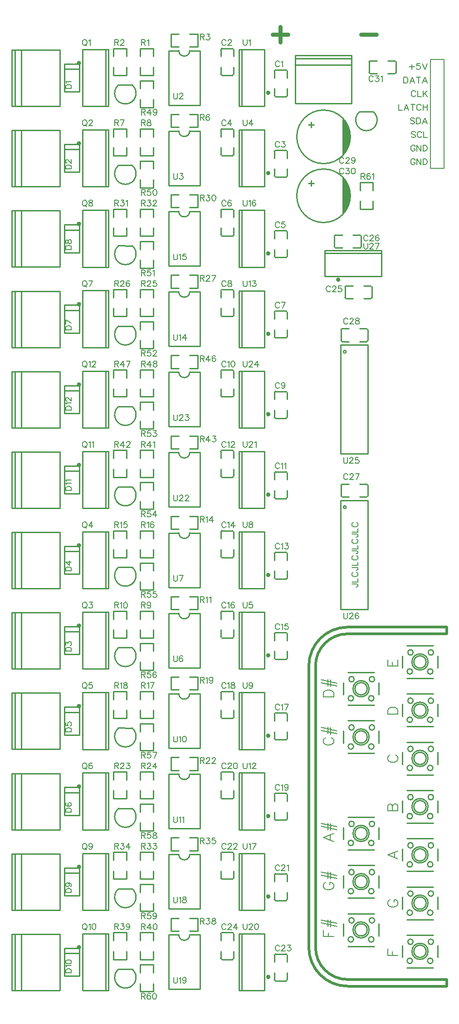
<source format=gto>
G04 Layer: TopSilkLayer*
G04 EasyEDA v6.4.7, 2020-11-30T22:32:52--5:00*
G04 76768ecdb7b1411bbbfdaf268766b05e,f351316c249842cba096f2da4b91d990,10*
G04 Gerber Generator version 0.2*
G04 Scale: 100 percent, Rotated: No, Reflected: No *
G04 Dimensions in millimeters *
G04 leading zeros omitted , absolute positions ,3 integer and 3 decimal *
%FSLAX33Y33*%
%MOMM*%
G90*
D02*

%ADD11C,0.499999*%
%ADD29C,0.254000*%
%ADD30C,0.202999*%
%ADD31C,0.203200*%
%ADD32C,0.228600*%
%ADD33C,0.399999*%
%ADD34C,0.200000*%
%ADD35C,0.799998*%
%ADD36C,0.152400*%

%LPD*%
G54D11*
G01X81750Y4250D02*
G01X81750Y2999D01*
G01X81750Y70000D02*
G01X81750Y68750D01*
G01X57249Y62749D02*
G01X57249Y10249D01*
G01X55999Y62750D02*
G01X55999Y10249D01*
G01X81750Y4250D02*
G01X63249Y4250D01*
G01X81750Y68750D02*
G01X63249Y68750D01*
G01X81750Y70000D02*
G01X63249Y70000D01*
G01X81750Y2999D02*
G01X63249Y2999D01*
G54D29*
G01X73447Y62379D02*
G01X73447Y64620D01*
G01X79200Y60452D02*
G01X74299Y60452D01*
G01X80051Y62379D02*
G01X80051Y64620D01*
G01X79200Y66548D02*
G01X74299Y66548D01*
G01X62447Y57379D02*
G01X62447Y59620D01*
G01X68200Y55452D02*
G01X63299Y55452D01*
G01X69051Y57379D02*
G01X69051Y59620D01*
G01X68200Y61548D02*
G01X63299Y61548D01*
G01X73447Y26379D02*
G01X73447Y28620D01*
G01X79200Y24451D02*
G01X74299Y24451D01*
G01X80051Y26379D02*
G01X80051Y28620D01*
G01X79200Y30547D02*
G01X74299Y30547D01*
G01X62447Y30379D02*
G01X62447Y32620D01*
G01X68200Y28452D02*
G01X63299Y28452D01*
G01X69051Y30379D02*
G01X69051Y32620D01*
G01X68200Y34548D02*
G01X63299Y34548D01*
G01X62447Y21379D02*
G01X62447Y23620D01*
G01X68200Y19452D02*
G01X63299Y19452D01*
G01X69051Y21379D02*
G01X69051Y23620D01*
G01X68200Y25548D02*
G01X63299Y25548D01*
G01X73447Y17379D02*
G01X73447Y19620D01*
G01X79200Y15451D02*
G01X74299Y15451D01*
G01X80051Y17379D02*
G01X80051Y19620D01*
G01X79200Y21547D02*
G01X74299Y21547D01*
G01X62447Y48379D02*
G01X62447Y50620D01*
G01X68200Y46452D02*
G01X63299Y46452D01*
G01X69051Y48379D02*
G01X69051Y50620D01*
G01X68200Y52548D02*
G01X63299Y52548D01*
G01X73447Y53379D02*
G01X73447Y55620D01*
G01X79200Y51451D02*
G01X74299Y51451D01*
G01X80051Y53379D02*
G01X80051Y55620D01*
G01X79200Y57547D02*
G01X74299Y57547D01*
G01X62447Y12379D02*
G01X62447Y14620D01*
G01X68200Y10451D02*
G01X63299Y10451D01*
G01X69051Y12379D02*
G01X69051Y14620D01*
G01X68200Y16547D02*
G01X63299Y16547D01*
G01X73447Y8379D02*
G01X73447Y10620D01*
G01X79200Y6452D02*
G01X74299Y6452D01*
G01X80051Y8379D02*
G01X80051Y10620D01*
G01X79200Y12548D02*
G01X74299Y12548D01*
G01X73447Y35379D02*
G01X73447Y37620D01*
G01X79200Y33452D02*
G01X74299Y33452D01*
G01X80051Y35379D02*
G01X80051Y37620D01*
G01X79200Y39548D02*
G01X74299Y39548D01*
G01X73447Y44379D02*
G01X73447Y46620D01*
G01X79200Y42452D02*
G01X74299Y42452D01*
G01X80051Y44379D02*
G01X80051Y46620D01*
G01X79200Y48548D02*
G01X74299Y48548D01*
G01X72250Y175500D02*
G01X72250Y173500D01*
G01X68750Y175700D02*
G01X67550Y175700D01*
G01X68750Y173300D02*
G01X67550Y173300D01*
G01X70750Y175700D02*
G01X71949Y175700D01*
G01X70750Y173300D02*
G01X71949Y173300D01*
G01X67250Y175500D02*
G01X67250Y173500D01*
G01X67450Y175700D02*
G01X67550Y175700D01*
G01X67450Y173300D02*
G01X67550Y173300D01*
G01X72050Y175700D02*
G01X71949Y175700D01*
G01X72050Y173300D02*
G01X71949Y173300D01*
G54D30*
G01X81269Y155610D02*
G01X81269Y174025D01*
G54D31*
G01X81269Y155610D02*
G01X78729Y155610D01*
G01X78729Y175930D01*
G01X81269Y175930D01*
G01X81269Y174025D01*
G54D29*
G01X55955Y163786D02*
G01X56971Y163786D01*
G01X56463Y164294D02*
G01X56463Y163278D01*
G01X55955Y152786D02*
G01X56971Y152786D01*
G01X56463Y153294D02*
G01X56463Y152278D01*
G01X63955Y176730D02*
G01X63955Y167730D01*
G01X53455Y176700D02*
G01X53455Y167700D01*
G01X53455Y176730D02*
G01X63955Y176730D01*
G01X53425Y174900D02*
G01X63925Y174900D01*
G01X53455Y176130D02*
G01X63955Y176130D01*
G01X53455Y167700D02*
G01X63955Y167700D01*
G01X30249Y180699D02*
G01X30249Y178299D01*
G01X33749Y178299D02*
G01X35249Y178299D01*
G01X33749Y180699D02*
G01X35249Y180699D01*
G01X31749Y178299D02*
G01X30249Y178299D01*
G01X31749Y180699D02*
G01X30249Y180699D01*
G01X35249Y180699D02*
G01X35249Y178299D01*
G01X43450Y162799D02*
G01X43450Y152200D01*
G01X42950Y152199D02*
G01X42950Y162800D01*
G01X47748Y162800D01*
G01X47748Y152199D01*
G01X42955Y152199D01*
G01X42950Y152199D01*
G01X43450Y72799D02*
G01X43450Y62200D01*
G01X42950Y62199D02*
G01X42950Y72800D01*
G01X47748Y72800D01*
G01X47748Y62199D01*
G01X42955Y62199D01*
G01X42950Y62199D01*
G01X43450Y87799D02*
G01X43450Y77200D01*
G01X42950Y77199D02*
G01X42950Y87800D01*
G01X47748Y87800D01*
G01X47748Y77199D01*
G01X42955Y77199D01*
G01X42950Y77199D01*
G01X43450Y57799D02*
G01X43450Y47200D01*
G01X42950Y47199D02*
G01X42950Y57800D01*
G01X47748Y57800D01*
G01X47748Y47199D01*
G01X42955Y47199D01*
G01X42950Y47199D01*
G01X43450Y42799D02*
G01X43450Y32200D01*
G01X42950Y32199D02*
G01X42950Y42800D01*
G01X47748Y42800D01*
G01X47748Y32199D01*
G01X42955Y32199D01*
G01X42950Y32199D01*
G01X43450Y132799D02*
G01X43450Y122200D01*
G01X42950Y122199D02*
G01X42950Y132800D01*
G01X47748Y132800D01*
G01X47748Y122199D01*
G01X42955Y122199D01*
G01X42950Y122199D01*
G01X43450Y147799D02*
G01X43450Y137200D01*
G01X42950Y137199D02*
G01X42950Y147800D01*
G01X47748Y147800D01*
G01X47748Y137199D01*
G01X42955Y137199D01*
G01X42950Y137199D01*
G01X43450Y27799D02*
G01X43450Y17200D01*
G01X42950Y17199D02*
G01X42950Y27800D01*
G01X47748Y27800D01*
G01X47748Y17199D01*
G01X42955Y17199D01*
G01X42950Y17199D01*
G01X43450Y12799D02*
G01X43450Y2200D01*
G01X42950Y2199D02*
G01X42950Y12800D01*
G01X47748Y12800D01*
G01X47748Y2199D01*
G01X42955Y2199D01*
G01X42950Y2199D01*
G01X43450Y102799D02*
G01X43450Y92200D01*
G01X42950Y92199D02*
G01X42950Y102800D01*
G01X47748Y102800D01*
G01X47748Y92199D01*
G01X42955Y92199D01*
G01X42950Y92199D01*
G01X43450Y117799D02*
G01X43450Y107200D01*
G01X42950Y107199D02*
G01X42950Y117800D01*
G01X47748Y117800D01*
G01X47748Y107199D01*
G01X42955Y107199D01*
G01X42950Y107199D01*
G01X69549Y139799D02*
G01X58950Y139799D01*
G01X58949Y140299D02*
G01X69550Y140299D01*
G01X69550Y135501D01*
G01X58949Y135501D01*
G01X58949Y140294D01*
G01X58949Y140299D01*
G01X18549Y162801D02*
G01X18549Y152199D01*
G01X13751Y152199D01*
G01X13751Y162801D01*
G01X18544Y162801D01*
G01X18549Y162801D01*
G01X18049Y152200D02*
G01X18049Y162799D01*
G01X18549Y72800D02*
G01X18549Y62198D01*
G01X13751Y62198D01*
G01X13751Y72800D01*
G01X18544Y72800D01*
G01X18549Y72800D01*
G01X18049Y62200D02*
G01X18049Y72799D01*
G01X18549Y87801D02*
G01X18549Y77199D01*
G01X13750Y77199D01*
G01X13750Y87801D01*
G01X18543Y87801D01*
G01X18549Y87801D01*
G01X18049Y77200D02*
G01X18049Y87799D01*
G01X18549Y57801D02*
G01X18549Y47198D01*
G01X13750Y47198D01*
G01X13750Y57801D01*
G01X18543Y57801D01*
G01X18549Y57801D01*
G01X18049Y47200D02*
G01X18049Y57799D01*
G01X18549Y42801D02*
G01X18549Y32198D01*
G01X13750Y32198D01*
G01X13750Y42801D01*
G01X18543Y42801D01*
G01X18549Y42801D01*
G01X18049Y32200D02*
G01X18049Y42799D01*
G01X18549Y132801D02*
G01X18549Y122198D01*
G01X13750Y122198D01*
G01X13750Y132801D01*
G01X18543Y132801D01*
G01X18549Y132801D01*
G01X18049Y122200D02*
G01X18049Y132799D01*
G01X18549Y147801D02*
G01X18549Y137199D01*
G01X13751Y137199D01*
G01X13751Y147801D01*
G01X18544Y147801D01*
G01X18549Y147801D01*
G01X18049Y137200D02*
G01X18049Y147799D01*
G01X18549Y27801D02*
G01X18549Y17199D01*
G01X13750Y17199D01*
G01X13750Y27801D01*
G01X18543Y27801D01*
G01X18549Y27801D01*
G01X18049Y17200D02*
G01X18049Y27799D01*
G01X18549Y12801D02*
G01X18549Y2199D01*
G01X13751Y2199D01*
G01X13751Y12801D01*
G01X18544Y12801D01*
G01X18549Y12801D01*
G01X18049Y2200D02*
G01X18049Y12799D01*
G01X18549Y102801D02*
G01X18549Y92199D01*
G01X13751Y92199D01*
G01X13751Y102801D01*
G01X18544Y102801D01*
G01X18549Y102801D01*
G01X18049Y92200D02*
G01X18049Y102799D01*
G01X18549Y117801D02*
G01X18549Y107198D01*
G01X13751Y107198D01*
G01X13751Y117801D01*
G01X18544Y117801D01*
G01X18549Y117801D01*
G01X18049Y107200D02*
G01X18049Y117799D01*
G01X35671Y152420D02*
G01X35671Y162580D01*
G01X29829Y162580D02*
G01X29829Y152420D01*
G01X35671Y152420D02*
G01X29829Y152420D01*
G01X35671Y162580D02*
G01X33766Y162580D01*
G01X29829Y162580D02*
G01X31734Y162580D01*
G01X35671Y62420D02*
G01X35671Y72580D01*
G01X29829Y72580D02*
G01X29829Y62420D01*
G01X35671Y62420D02*
G01X29829Y62420D01*
G01X35671Y72580D02*
G01X33766Y72580D01*
G01X29829Y72580D02*
G01X31734Y72580D01*
G01X35671Y77420D02*
G01X35671Y87580D01*
G01X29829Y87580D02*
G01X29829Y77420D01*
G01X35671Y77420D02*
G01X29829Y77420D01*
G01X35671Y87580D02*
G01X33766Y87580D01*
G01X29829Y87580D02*
G01X31734Y87580D01*
G01X35671Y47419D02*
G01X35671Y57579D01*
G01X29829Y57579D02*
G01X29829Y47419D01*
G01X35671Y47419D02*
G01X29829Y47419D01*
G01X35671Y57579D02*
G01X33766Y57579D01*
G01X29829Y57579D02*
G01X31734Y57579D01*
G01X35671Y32420D02*
G01X35671Y42580D01*
G01X29829Y42580D02*
G01X29829Y32420D01*
G01X35671Y32420D02*
G01X29829Y32420D01*
G01X35671Y42580D02*
G01X33766Y42580D01*
G01X29829Y42580D02*
G01X31734Y42580D01*
G01X35671Y122419D02*
G01X35671Y132579D01*
G01X29829Y132579D02*
G01X29829Y122419D01*
G01X35671Y122419D02*
G01X29829Y122419D01*
G01X35671Y132579D02*
G01X33766Y132579D01*
G01X29829Y132579D02*
G01X31734Y132579D01*
G01X35671Y137419D02*
G01X35671Y147579D01*
G01X29829Y147579D02*
G01X29829Y137419D01*
G01X35671Y137419D02*
G01X29829Y137419D01*
G01X35671Y147579D02*
G01X33766Y147579D01*
G01X29829Y147579D02*
G01X31734Y147579D01*
G01X35671Y17420D02*
G01X35671Y27580D01*
G01X29829Y27580D02*
G01X29829Y17420D01*
G01X35671Y17420D02*
G01X29829Y17420D01*
G01X35671Y27580D02*
G01X33766Y27580D01*
G01X29829Y27580D02*
G01X31734Y27580D01*
G01X35671Y2420D02*
G01X35671Y12580D01*
G01X29829Y12580D02*
G01X29829Y2420D01*
G01X35671Y2420D02*
G01X29829Y2420D01*
G01X35671Y12580D02*
G01X33766Y12580D01*
G01X29829Y12580D02*
G01X31734Y12580D01*
G01X35671Y92420D02*
G01X35671Y102580D01*
G01X29829Y102580D02*
G01X29829Y92420D01*
G01X35671Y92420D02*
G01X29829Y92420D01*
G01X35671Y102580D02*
G01X33766Y102580D01*
G01X29829Y102580D02*
G01X31734Y102580D01*
G01X35671Y107420D02*
G01X35671Y117580D01*
G01X29829Y117580D02*
G01X29829Y107420D01*
G01X35671Y107420D02*
G01X29829Y107420D01*
G01X35671Y117580D02*
G01X33766Y117580D01*
G01X29829Y117580D02*
G01X31734Y117580D01*
G01X35671Y167420D02*
G01X35671Y177580D01*
G01X29829Y177580D02*
G01X29829Y167420D01*
G01X35671Y167420D02*
G01X29829Y167420D01*
G01X35671Y177580D02*
G01X33766Y177580D01*
G01X29829Y177580D02*
G01X31734Y177580D01*
G01X43450Y177799D02*
G01X43450Y167200D01*
G01X42950Y167199D02*
G01X42950Y177800D01*
G01X47748Y177800D01*
G01X47748Y167199D01*
G01X42955Y167199D01*
G01X42950Y167199D01*
G01X18549Y177801D02*
G01X18549Y167199D01*
G01X13750Y167199D01*
G01X13750Y177801D01*
G01X18543Y177801D01*
G01X18549Y177801D01*
G01X18049Y167200D02*
G01X18049Y177799D01*
G01X519Y177705D02*
G01X9519Y177705D01*
G01X549Y167205D02*
G01X9549Y167205D01*
G01X519Y167205D02*
G01X519Y177705D01*
G01X2349Y167175D02*
G01X2349Y177675D01*
G01X1119Y167205D02*
G01X1119Y177705D01*
G01X9549Y167205D02*
G01X9549Y177705D01*
G01X519Y162705D02*
G01X9519Y162705D01*
G01X549Y152205D02*
G01X9549Y152205D01*
G01X519Y152205D02*
G01X519Y162705D01*
G01X2349Y152175D02*
G01X2349Y162675D01*
G01X1119Y152205D02*
G01X1119Y162705D01*
G01X9549Y152205D02*
G01X9549Y162705D01*
G01X519Y72705D02*
G01X9519Y72705D01*
G01X549Y62205D02*
G01X9549Y62205D01*
G01X519Y62205D02*
G01X519Y72705D01*
G01X2349Y62175D02*
G01X2349Y72675D01*
G01X1119Y62205D02*
G01X1119Y72705D01*
G01X9549Y62205D02*
G01X9549Y72705D01*
G01X519Y87705D02*
G01X9519Y87705D01*
G01X549Y77205D02*
G01X9549Y77205D01*
G01X519Y77205D02*
G01X519Y87705D01*
G01X2349Y77175D02*
G01X2349Y87675D01*
G01X1119Y77205D02*
G01X1119Y87705D01*
G01X9549Y77205D02*
G01X9549Y87705D01*
G01X519Y57705D02*
G01X9519Y57705D01*
G01X549Y47205D02*
G01X9549Y47205D01*
G01X519Y47205D02*
G01X519Y57705D01*
G01X2349Y47175D02*
G01X2349Y57675D01*
G01X1119Y47205D02*
G01X1119Y57705D01*
G01X9549Y47205D02*
G01X9549Y57705D01*
G01X519Y42705D02*
G01X9519Y42705D01*
G01X549Y32205D02*
G01X9549Y32205D01*
G01X519Y32205D02*
G01X519Y42705D01*
G01X2349Y32175D02*
G01X2349Y42675D01*
G01X1119Y32205D02*
G01X1119Y42705D01*
G01X9549Y32205D02*
G01X9549Y42705D01*
G01X519Y132705D02*
G01X9519Y132705D01*
G01X549Y122205D02*
G01X9549Y122205D01*
G01X519Y122205D02*
G01X519Y132705D01*
G01X2349Y122175D02*
G01X2349Y132675D01*
G01X1119Y122205D02*
G01X1119Y132705D01*
G01X9549Y122205D02*
G01X9549Y132705D01*
G01X519Y147705D02*
G01X9519Y147705D01*
G01X549Y137205D02*
G01X9549Y137205D01*
G01X519Y137205D02*
G01X519Y147705D01*
G01X2349Y137175D02*
G01X2349Y147675D01*
G01X1119Y137205D02*
G01X1119Y147705D01*
G01X9549Y137205D02*
G01X9549Y147705D01*
G01X519Y27705D02*
G01X9519Y27705D01*
G01X549Y17205D02*
G01X9549Y17205D01*
G01X519Y17205D02*
G01X519Y27705D01*
G01X2349Y17175D02*
G01X2349Y27675D01*
G01X1119Y17205D02*
G01X1119Y27705D01*
G01X9549Y17205D02*
G01X9549Y27705D01*
G01X519Y12705D02*
G01X9519Y12705D01*
G01X549Y2205D02*
G01X9549Y2205D01*
G01X519Y2205D02*
G01X519Y12705D01*
G01X2349Y2175D02*
G01X2349Y12675D01*
G01X1119Y2205D02*
G01X1119Y12705D01*
G01X9549Y2205D02*
G01X9549Y12705D01*
G01X519Y102705D02*
G01X9519Y102705D01*
G01X549Y92205D02*
G01X9549Y92205D01*
G01X519Y92205D02*
G01X519Y102705D01*
G01X2349Y92175D02*
G01X2349Y102675D01*
G01X1119Y92205D02*
G01X1119Y102705D01*
G01X9549Y92205D02*
G01X9549Y102705D01*
G01X519Y117705D02*
G01X9519Y117705D01*
G01X549Y107205D02*
G01X9549Y107205D01*
G01X519Y107205D02*
G01X519Y117705D01*
G01X2349Y107175D02*
G01X2349Y117675D01*
G01X1119Y107205D02*
G01X1119Y117705D01*
G01X9549Y107205D02*
G01X9549Y117705D01*
G01X68020Y166181D02*
G01X65472Y166186D01*
G01X23019Y171181D02*
G01X20472Y171186D01*
G01X23019Y156181D02*
G01X20472Y156186D01*
G01X23019Y126181D02*
G01X20472Y126186D01*
G01X23019Y141181D02*
G01X20472Y141186D01*
G01X23019Y81181D02*
G01X20472Y81186D01*
G01X23019Y66181D02*
G01X20472Y66186D01*
G01X23019Y96181D02*
G01X20472Y96186D01*
G01X23019Y111181D02*
G01X20472Y111186D01*
G01X23019Y51181D02*
G01X20472Y51186D01*
G01X23019Y36181D02*
G01X20472Y36186D01*
G01X23019Y21181D02*
G01X20472Y21186D01*
G01X23019Y6181D02*
G01X20472Y6186D01*
G01X26949Y178000D02*
G01X24549Y178000D01*
G01X24549Y174500D02*
G01X24549Y173000D01*
G01X26949Y174500D02*
G01X26949Y173000D01*
G01X24549Y176500D02*
G01X24549Y178000D01*
G01X26949Y176500D02*
G01X26949Y178000D01*
G01X26949Y173000D02*
G01X24549Y173000D01*
G01X19549Y172999D02*
G01X21949Y172999D01*
G01X21949Y176499D02*
G01X21949Y177999D01*
G01X19549Y176499D02*
G01X19549Y177999D01*
G01X21949Y174499D02*
G01X21949Y172999D01*
G01X19549Y174499D02*
G01X19549Y172999D01*
G01X19549Y177999D02*
G01X21949Y177999D01*
G01X30249Y165699D02*
G01X30249Y163300D01*
G01X33749Y163300D02*
G01X35249Y163300D01*
G01X33749Y165699D02*
G01X35249Y165699D01*
G01X31749Y163300D02*
G01X30249Y163300D01*
G01X31749Y165699D02*
G01X30249Y165699D01*
G01X35249Y165699D02*
G01X35249Y163300D01*
G01X19549Y157999D02*
G01X21949Y157999D01*
G01X21949Y161499D02*
G01X21949Y162999D01*
G01X19549Y161499D02*
G01X19549Y162999D01*
G01X21949Y159499D02*
G01X21949Y157999D01*
G01X19549Y159499D02*
G01X19549Y157999D01*
G01X19549Y162999D02*
G01X21949Y162999D01*
G01X26949Y163000D02*
G01X24549Y163000D01*
G01X24549Y159500D02*
G01X24549Y158000D01*
G01X26949Y159500D02*
G01X26949Y158000D01*
G01X24549Y161500D02*
G01X24549Y163000D01*
G01X26949Y161500D02*
G01X26949Y163000D01*
G01X26949Y158000D02*
G01X24549Y158000D01*
G01X26949Y73000D02*
G01X24549Y73000D01*
G01X24549Y69500D02*
G01X24549Y68000D01*
G01X26949Y69500D02*
G01X26949Y68000D01*
G01X24549Y71500D02*
G01X24549Y73000D01*
G01X26949Y71500D02*
G01X26949Y73000D01*
G01X26949Y68000D02*
G01X24549Y68000D01*
G01X19549Y67999D02*
G01X21949Y67999D01*
G01X21949Y71499D02*
G01X21949Y72999D01*
G01X19549Y71499D02*
G01X19549Y72999D01*
G01X21949Y69499D02*
G01X21949Y67999D01*
G01X19549Y69499D02*
G01X19549Y67999D01*
G01X19549Y72999D02*
G01X21949Y72999D01*
G01X30249Y75700D02*
G01X30249Y73300D01*
G01X33749Y73300D02*
G01X35249Y73300D01*
G01X33749Y75700D02*
G01X35249Y75700D01*
G01X31749Y73300D02*
G01X30249Y73300D01*
G01X31749Y75700D02*
G01X30249Y75700D01*
G01X35249Y75700D02*
G01X35249Y73300D01*
G01X30249Y90699D02*
G01X30249Y88300D01*
G01X33749Y88300D02*
G01X35249Y88300D01*
G01X33749Y90699D02*
G01X35249Y90699D01*
G01X31749Y88300D02*
G01X30249Y88300D01*
G01X31749Y90699D02*
G01X30249Y90699D01*
G01X35249Y90699D02*
G01X35249Y88300D01*
G01X19549Y82999D02*
G01X21949Y82999D01*
G01X21949Y86499D02*
G01X21949Y87999D01*
G01X19549Y86499D02*
G01X19549Y87999D01*
G01X21949Y84499D02*
G01X21949Y82999D01*
G01X19549Y84499D02*
G01X19549Y82999D01*
G01X19549Y87999D02*
G01X21949Y87999D01*
G01X26949Y88000D02*
G01X24549Y88000D01*
G01X24549Y84500D02*
G01X24549Y83000D01*
G01X26949Y84500D02*
G01X26949Y83000D01*
G01X24549Y86500D02*
G01X24549Y88000D01*
G01X26949Y86500D02*
G01X26949Y88000D01*
G01X26949Y83000D02*
G01X24549Y83000D01*
G01X26949Y58000D02*
G01X24549Y58000D01*
G01X24549Y54500D02*
G01X24549Y53000D01*
G01X26949Y54500D02*
G01X26949Y53000D01*
G01X24549Y56500D02*
G01X24549Y58000D01*
G01X26949Y56500D02*
G01X26949Y58000D01*
G01X26949Y53000D02*
G01X24549Y53000D01*
G01X19549Y52999D02*
G01X21949Y52999D01*
G01X21949Y56499D02*
G01X21949Y57999D01*
G01X19549Y56499D02*
G01X19549Y57999D01*
G01X21949Y54499D02*
G01X21949Y52999D01*
G01X19549Y54499D02*
G01X19549Y52999D01*
G01X19549Y57999D02*
G01X21949Y57999D01*
G01X30249Y60700D02*
G01X30249Y58300D01*
G01X33749Y58300D02*
G01X35249Y58300D01*
G01X33749Y60700D02*
G01X35249Y60700D01*
G01X31749Y58300D02*
G01X30249Y58300D01*
G01X31749Y60700D02*
G01X30249Y60700D01*
G01X35249Y60700D02*
G01X35249Y58300D01*
G01X30249Y45700D02*
G01X30249Y43300D01*
G01X33749Y43300D02*
G01X35249Y43300D01*
G01X33749Y45700D02*
G01X35249Y45700D01*
G01X31749Y43300D02*
G01X30249Y43300D01*
G01X31749Y45700D02*
G01X30249Y45700D01*
G01X35249Y45700D02*
G01X35249Y43300D01*
G01X19549Y37999D02*
G01X21949Y37999D01*
G01X21949Y41499D02*
G01X21949Y42999D01*
G01X19549Y41499D02*
G01X19549Y42999D01*
G01X21949Y39499D02*
G01X21949Y37999D01*
G01X19549Y39499D02*
G01X19549Y37999D01*
G01X19549Y42999D02*
G01X21949Y42999D01*
G01X26949Y43000D02*
G01X24549Y43000D01*
G01X24549Y39500D02*
G01X24549Y38000D01*
G01X26949Y39500D02*
G01X26949Y38000D01*
G01X24549Y41500D02*
G01X24549Y43000D01*
G01X26949Y41500D02*
G01X26949Y43000D01*
G01X26949Y38000D02*
G01X24549Y38000D01*
G01X26949Y133000D02*
G01X24549Y133000D01*
G01X24549Y129500D02*
G01X24549Y128000D01*
G01X26949Y129500D02*
G01X26949Y128000D01*
G01X24549Y131500D02*
G01X24549Y133000D01*
G01X26949Y131500D02*
G01X26949Y133000D01*
G01X26949Y128000D02*
G01X24549Y128000D01*
G01X19549Y127999D02*
G01X21949Y127999D01*
G01X21949Y131499D02*
G01X21949Y132999D01*
G01X19549Y131499D02*
G01X19549Y132999D01*
G01X21949Y129499D02*
G01X21949Y127999D01*
G01X19549Y129499D02*
G01X19549Y127999D01*
G01X19549Y132999D02*
G01X21949Y132999D01*
G01X30249Y135700D02*
G01X30249Y133300D01*
G01X33749Y133300D02*
G01X35249Y133300D01*
G01X33749Y135700D02*
G01X35249Y135700D01*
G01X31749Y133300D02*
G01X30249Y133300D01*
G01X31749Y135700D02*
G01X30249Y135700D01*
G01X35249Y135700D02*
G01X35249Y133300D01*
G01X30249Y150700D02*
G01X30249Y148300D01*
G01X33749Y148300D02*
G01X35249Y148300D01*
G01X33749Y150700D02*
G01X35249Y150700D01*
G01X31749Y148300D02*
G01X30249Y148300D01*
G01X31749Y150700D02*
G01X30249Y150700D01*
G01X35249Y150700D02*
G01X35249Y148300D01*
G01X19549Y142999D02*
G01X21949Y142999D01*
G01X21949Y146499D02*
G01X21949Y147999D01*
G01X19549Y146499D02*
G01X19549Y147999D01*
G01X21949Y144499D02*
G01X21949Y142999D01*
G01X19549Y144499D02*
G01X19549Y142999D01*
G01X19549Y147999D02*
G01X21949Y147999D01*
G01X26949Y148000D02*
G01X24549Y148000D01*
G01X24549Y144500D02*
G01X24549Y143000D01*
G01X26949Y144500D02*
G01X26949Y143000D01*
G01X24549Y146500D02*
G01X24549Y148000D01*
G01X26949Y146500D02*
G01X26949Y148000D01*
G01X26949Y143000D02*
G01X24549Y143000D01*
G01X26949Y28000D02*
G01X24549Y28000D01*
G01X24549Y24500D02*
G01X24549Y23000D01*
G01X26949Y24500D02*
G01X26949Y23000D01*
G01X24549Y26500D02*
G01X24549Y28000D01*
G01X26949Y26500D02*
G01X26949Y28000D01*
G01X26949Y23000D02*
G01X24549Y23000D01*
G01X19549Y22999D02*
G01X21949Y22999D01*
G01X21949Y26499D02*
G01X21949Y27999D01*
G01X19549Y26499D02*
G01X19549Y27999D01*
G01X21949Y24499D02*
G01X21949Y22999D01*
G01X19549Y24499D02*
G01X19549Y22999D01*
G01X19549Y27999D02*
G01X21949Y27999D01*
G01X30249Y30699D02*
G01X30249Y28299D01*
G01X33749Y28299D02*
G01X35249Y28299D01*
G01X33749Y30699D02*
G01X35249Y30699D01*
G01X31749Y28299D02*
G01X30249Y28299D01*
G01X31749Y30699D02*
G01X30249Y30699D01*
G01X35249Y30699D02*
G01X35249Y28299D01*
G01X30249Y15699D02*
G01X30249Y13299D01*
G01X33749Y13299D02*
G01X35249Y13299D01*
G01X33749Y15699D02*
G01X35249Y15699D01*
G01X31749Y13299D02*
G01X30249Y13299D01*
G01X31749Y15699D02*
G01X30249Y15699D01*
G01X35249Y15699D02*
G01X35249Y13299D01*
G01X19549Y7999D02*
G01X21949Y7999D01*
G01X21949Y11499D02*
G01X21949Y12999D01*
G01X19549Y11499D02*
G01X19549Y12999D01*
G01X21949Y9499D02*
G01X21949Y7999D01*
G01X19549Y9499D02*
G01X19549Y7999D01*
G01X19549Y12999D02*
G01X21949Y12999D01*
G01X26949Y13000D02*
G01X24549Y13000D01*
G01X24549Y9500D02*
G01X24549Y8000D01*
G01X26949Y9500D02*
G01X26949Y8000D01*
G01X24549Y11500D02*
G01X24549Y13000D01*
G01X26949Y11500D02*
G01X26949Y13000D01*
G01X26949Y8000D02*
G01X24549Y8000D01*
G01X26949Y103000D02*
G01X24549Y103000D01*
G01X24549Y99500D02*
G01X24549Y98000D01*
G01X26949Y99500D02*
G01X26949Y98000D01*
G01X24549Y101500D02*
G01X24549Y103000D01*
G01X26949Y101500D02*
G01X26949Y103000D01*
G01X26949Y98000D02*
G01X24549Y98000D01*
G01X19549Y97999D02*
G01X21949Y97999D01*
G01X21949Y101499D02*
G01X21949Y102999D01*
G01X19549Y101499D02*
G01X19549Y102999D01*
G01X21949Y99499D02*
G01X21949Y97999D01*
G01X19549Y99499D02*
G01X19549Y97999D01*
G01X19549Y102999D02*
G01X21949Y102999D01*
G01X30249Y105699D02*
G01X30249Y103299D01*
G01X33749Y103299D02*
G01X35249Y103299D01*
G01X33749Y105699D02*
G01X35249Y105699D01*
G01X31749Y103299D02*
G01X30249Y103299D01*
G01X31749Y105699D02*
G01X30249Y105699D01*
G01X35249Y105699D02*
G01X35249Y103299D01*
G01X30249Y120700D02*
G01X30249Y118300D01*
G01X33749Y118300D02*
G01X35249Y118300D01*
G01X33749Y120700D02*
G01X35249Y120700D01*
G01X31749Y118300D02*
G01X30249Y118300D01*
G01X31749Y120700D02*
G01X30249Y120700D01*
G01X35249Y120700D02*
G01X35249Y118300D01*
G01X19549Y112999D02*
G01X21949Y112999D01*
G01X21949Y116499D02*
G01X21949Y117999D01*
G01X19549Y116499D02*
G01X19549Y117999D01*
G01X21949Y114499D02*
G01X21949Y112999D01*
G01X19549Y114499D02*
G01X19549Y112999D01*
G01X19549Y117999D02*
G01X21949Y117999D01*
G01X26949Y118000D02*
G01X24549Y118000D01*
G01X24549Y114500D02*
G01X24549Y113000D01*
G01X26949Y114500D02*
G01X26949Y113000D01*
G01X24549Y116500D02*
G01X24549Y118000D01*
G01X26949Y116500D02*
G01X26949Y118000D01*
G01X26949Y113000D02*
G01X24549Y113000D01*
G01X51749Y168999D02*
G01X49749Y168999D01*
G01X51949Y172500D02*
G01X51949Y173700D01*
G01X49549Y172500D02*
G01X49549Y173700D01*
G01X51949Y170499D02*
G01X51949Y169300D01*
G01X49549Y170499D02*
G01X49549Y169300D01*
G01X51749Y174000D02*
G01X49749Y174000D01*
G01X51949Y173800D02*
G01X51949Y173700D01*
G01X49549Y173800D02*
G01X49549Y173700D01*
G01X51949Y169199D02*
G01X51949Y169300D01*
G01X49549Y169199D02*
G01X49549Y169300D01*
G01X39749Y178000D02*
G01X41749Y178000D01*
G01X39549Y174500D02*
G01X39549Y173300D01*
G01X41949Y174500D02*
G01X41949Y173300D01*
G01X39549Y176500D02*
G01X39549Y177700D01*
G01X41949Y176500D02*
G01X41949Y177700D01*
G01X39749Y173000D02*
G01X41749Y173000D01*
G01X39549Y173200D02*
G01X39549Y173300D01*
G01X41949Y173200D02*
G01X41949Y173300D01*
G01X39549Y177800D02*
G01X39549Y177700D01*
G01X41949Y177800D02*
G01X41949Y177700D01*
G01X51749Y153999D02*
G01X49749Y153999D01*
G01X51949Y157500D02*
G01X51949Y158700D01*
G01X49549Y157500D02*
G01X49549Y158700D01*
G01X51949Y155499D02*
G01X51949Y154300D01*
G01X49549Y155499D02*
G01X49549Y154300D01*
G01X51749Y159000D02*
G01X49749Y159000D01*
G01X51949Y158800D02*
G01X51949Y158700D01*
G01X49549Y158800D02*
G01X49549Y158700D01*
G01X51949Y154199D02*
G01X51949Y154300D01*
G01X49549Y154199D02*
G01X49549Y154300D01*
G01X39749Y163000D02*
G01X41749Y163000D01*
G01X39549Y159500D02*
G01X39549Y158300D01*
G01X41949Y159500D02*
G01X41949Y158300D01*
G01X39549Y161500D02*
G01X39549Y162700D01*
G01X41949Y161500D02*
G01X41949Y162700D01*
G01X39749Y158000D02*
G01X41749Y158000D01*
G01X39549Y158200D02*
G01X39549Y158300D01*
G01X41949Y158200D02*
G01X41949Y158300D01*
G01X39549Y162800D02*
G01X39549Y162700D01*
G01X41949Y162800D02*
G01X41949Y162700D01*
G01X51749Y138999D02*
G01X49749Y138999D01*
G01X51949Y142499D02*
G01X51949Y143699D01*
G01X49549Y142499D02*
G01X49549Y143699D01*
G01X51949Y140499D02*
G01X51949Y139300D01*
G01X49549Y140499D02*
G01X49549Y139300D01*
G01X51749Y143999D02*
G01X49749Y143999D01*
G01X51949Y143799D02*
G01X51949Y143699D01*
G01X49549Y143799D02*
G01X49549Y143699D01*
G01X51949Y139199D02*
G01X51949Y139300D01*
G01X49549Y139199D02*
G01X49549Y139300D01*
G01X39749Y148000D02*
G01X41749Y148000D01*
G01X39549Y144500D02*
G01X39549Y143300D01*
G01X41949Y144500D02*
G01X41949Y143300D01*
G01X39549Y146500D02*
G01X39549Y147700D01*
G01X41949Y146500D02*
G01X41949Y147700D01*
G01X39749Y143000D02*
G01X41749Y143000D01*
G01X39549Y143200D02*
G01X39549Y143300D01*
G01X41949Y143200D02*
G01X41949Y143300D01*
G01X39549Y147800D02*
G01X39549Y147700D01*
G01X41949Y147800D02*
G01X41949Y147700D01*
G01X51749Y123999D02*
G01X49749Y123999D01*
G01X51949Y127499D02*
G01X51949Y128699D01*
G01X49549Y127499D02*
G01X49549Y128699D01*
G01X51949Y125499D02*
G01X51949Y124300D01*
G01X49549Y125499D02*
G01X49549Y124300D01*
G01X51749Y128999D02*
G01X49749Y128999D01*
G01X51949Y128799D02*
G01X51949Y128699D01*
G01X49549Y128799D02*
G01X49549Y128699D01*
G01X51949Y124199D02*
G01X51949Y124300D01*
G01X49549Y124199D02*
G01X49549Y124300D01*
G01X39749Y133000D02*
G01X41749Y133000D01*
G01X39549Y129499D02*
G01X39549Y128299D01*
G01X41949Y129499D02*
G01X41949Y128299D01*
G01X39549Y131500D02*
G01X39549Y132699D01*
G01X41949Y131500D02*
G01X41949Y132699D01*
G01X39749Y127999D02*
G01X41749Y127999D01*
G01X39549Y128199D02*
G01X39549Y128299D01*
G01X41949Y128199D02*
G01X41949Y128299D01*
G01X39549Y132800D02*
G01X39549Y132699D01*
G01X41949Y132800D02*
G01X41949Y132699D01*
G01X51749Y108999D02*
G01X49749Y108999D01*
G01X51949Y112500D02*
G01X51949Y113700D01*
G01X49549Y112500D02*
G01X49549Y113700D01*
G01X51949Y110499D02*
G01X51949Y109300D01*
G01X49549Y110499D02*
G01X49549Y109300D01*
G01X51749Y114000D02*
G01X49749Y114000D01*
G01X51949Y113800D02*
G01X51949Y113700D01*
G01X49549Y113800D02*
G01X49549Y113700D01*
G01X51949Y109199D02*
G01X51949Y109300D01*
G01X49549Y109199D02*
G01X49549Y109300D01*
G01X39749Y118000D02*
G01X41749Y118000D01*
G01X39549Y114499D02*
G01X39549Y113300D01*
G01X41949Y114499D02*
G01X41949Y113300D01*
G01X39549Y116500D02*
G01X39549Y117699D01*
G01X41949Y116500D02*
G01X41949Y117699D01*
G01X39749Y113000D02*
G01X41749Y113000D01*
G01X39549Y113200D02*
G01X39549Y113300D01*
G01X41949Y113200D02*
G01X41949Y113300D01*
G01X39549Y117800D02*
G01X39549Y117699D01*
G01X41949Y117800D02*
G01X41949Y117699D01*
G01X51749Y93999D02*
G01X49749Y93999D01*
G01X51949Y97500D02*
G01X51949Y98700D01*
G01X49549Y97500D02*
G01X49549Y98700D01*
G01X51949Y95499D02*
G01X51949Y94300D01*
G01X49549Y95499D02*
G01X49549Y94300D01*
G01X51749Y99000D02*
G01X49749Y99000D01*
G01X51949Y98800D02*
G01X51949Y98700D01*
G01X49549Y98800D02*
G01X49549Y98700D01*
G01X51949Y94199D02*
G01X51949Y94300D01*
G01X49549Y94199D02*
G01X49549Y94300D01*
G01X39749Y103000D02*
G01X41749Y103000D01*
G01X39549Y99500D02*
G01X39549Y98300D01*
G01X41949Y99500D02*
G01X41949Y98300D01*
G01X39549Y101500D02*
G01X39549Y102699D01*
G01X41949Y101500D02*
G01X41949Y102699D01*
G01X39749Y98000D02*
G01X41749Y98000D01*
G01X39549Y98200D02*
G01X39549Y98300D01*
G01X41949Y98200D02*
G01X41949Y98300D01*
G01X39549Y102800D02*
G01X39549Y102699D01*
G01X41949Y102800D02*
G01X41949Y102699D01*
G01X51749Y78999D02*
G01X49749Y78999D01*
G01X51949Y82499D02*
G01X51949Y83699D01*
G01X49549Y82499D02*
G01X49549Y83699D01*
G01X51949Y80499D02*
G01X51949Y79299D01*
G01X49549Y80499D02*
G01X49549Y79299D01*
G01X51749Y83999D02*
G01X49749Y83999D01*
G01X51949Y83799D02*
G01X51949Y83699D01*
G01X49549Y83799D02*
G01X49549Y83699D01*
G01X51949Y79199D02*
G01X51949Y79299D01*
G01X49549Y79199D02*
G01X49549Y79299D01*
G01X39749Y88000D02*
G01X41749Y88000D01*
G01X39549Y84500D02*
G01X39549Y83300D01*
G01X41949Y84500D02*
G01X41949Y83300D01*
G01X39549Y86500D02*
G01X39549Y87700D01*
G01X41949Y86500D02*
G01X41949Y87700D01*
G01X39749Y83000D02*
G01X41749Y83000D01*
G01X39549Y83200D02*
G01X39549Y83300D01*
G01X41949Y83200D02*
G01X41949Y83300D01*
G01X39549Y87800D02*
G01X39549Y87700D01*
G01X41949Y87800D02*
G01X41949Y87700D01*
G01X51749Y63999D02*
G01X49749Y63999D01*
G01X51949Y67499D02*
G01X51949Y68699D01*
G01X49549Y67499D02*
G01X49549Y68699D01*
G01X51949Y65499D02*
G01X51949Y64299D01*
G01X49549Y65499D02*
G01X49549Y64299D01*
G01X51749Y68999D02*
G01X49749Y68999D01*
G01X51949Y68799D02*
G01X51949Y68699D01*
G01X49549Y68799D02*
G01X49549Y68699D01*
G01X51949Y64199D02*
G01X51949Y64299D01*
G01X49549Y64199D02*
G01X49549Y64299D01*
G01X39749Y73000D02*
G01X41749Y73000D01*
G01X39549Y69500D02*
G01X39549Y68300D01*
G01X41949Y69500D02*
G01X41949Y68300D01*
G01X39549Y71500D02*
G01X39549Y72700D01*
G01X41949Y71500D02*
G01X41949Y72700D01*
G01X39749Y68000D02*
G01X41749Y68000D01*
G01X39549Y68200D02*
G01X39549Y68300D01*
G01X41949Y68200D02*
G01X41949Y68300D01*
G01X39549Y72800D02*
G01X39549Y72700D01*
G01X41949Y72800D02*
G01X41949Y72700D01*
G01X51749Y48999D02*
G01X49749Y48999D01*
G01X51949Y52499D02*
G01X51949Y53699D01*
G01X49549Y52499D02*
G01X49549Y53699D01*
G01X51949Y50499D02*
G01X51949Y49300D01*
G01X49549Y50499D02*
G01X49549Y49300D01*
G01X51749Y53999D02*
G01X49749Y53999D01*
G01X51949Y53799D02*
G01X51949Y53699D01*
G01X49549Y53799D02*
G01X49549Y53699D01*
G01X51949Y49199D02*
G01X51949Y49300D01*
G01X49549Y49199D02*
G01X49549Y49300D01*
G01X39749Y58000D02*
G01X41749Y58000D01*
G01X39549Y54499D02*
G01X39549Y53299D01*
G01X41949Y54499D02*
G01X41949Y53299D01*
G01X39549Y56500D02*
G01X39549Y57699D01*
G01X41949Y56500D02*
G01X41949Y57699D01*
G01X39749Y52999D02*
G01X41749Y52999D01*
G01X39549Y53199D02*
G01X39549Y53299D01*
G01X41949Y53199D02*
G01X41949Y53299D01*
G01X39549Y57800D02*
G01X39549Y57699D01*
G01X41949Y57800D02*
G01X41949Y57699D01*
G01X51749Y33999D02*
G01X49749Y33999D01*
G01X51949Y37500D02*
G01X51949Y38699D01*
G01X49549Y37500D02*
G01X49549Y38699D01*
G01X51949Y35499D02*
G01X51949Y34300D01*
G01X49549Y35499D02*
G01X49549Y34300D01*
G01X51749Y38999D02*
G01X49749Y38999D01*
G01X51949Y38799D02*
G01X51949Y38699D01*
G01X49549Y38799D02*
G01X49549Y38699D01*
G01X51949Y34199D02*
G01X51949Y34300D01*
G01X49549Y34199D02*
G01X49549Y34300D01*
G01X39749Y43000D02*
G01X41749Y43000D01*
G01X39549Y39499D02*
G01X39549Y38299D01*
G01X41949Y39499D02*
G01X41949Y38299D01*
G01X39549Y41500D02*
G01X39549Y42699D01*
G01X41949Y41500D02*
G01X41949Y42699D01*
G01X39749Y38000D02*
G01X41749Y38000D01*
G01X39549Y38199D02*
G01X39549Y38299D01*
G01X41949Y38199D02*
G01X41949Y38299D01*
G01X39549Y42800D02*
G01X39549Y42699D01*
G01X41949Y42800D02*
G01X41949Y42699D01*
G01X51749Y18999D02*
G01X49749Y18999D01*
G01X51949Y22500D02*
G01X51949Y23700D01*
G01X49549Y22500D02*
G01X49549Y23700D01*
G01X51949Y20499D02*
G01X51949Y19300D01*
G01X49549Y20499D02*
G01X49549Y19300D01*
G01X51749Y24000D02*
G01X49749Y24000D01*
G01X51949Y23800D02*
G01X51949Y23700D01*
G01X49549Y23800D02*
G01X49549Y23700D01*
G01X51949Y19199D02*
G01X51949Y19300D01*
G01X49549Y19199D02*
G01X49549Y19300D01*
G01X39749Y28000D02*
G01X41749Y28000D01*
G01X39549Y24500D02*
G01X39549Y23300D01*
G01X41949Y24500D02*
G01X41949Y23300D01*
G01X39549Y26500D02*
G01X39549Y27699D01*
G01X41949Y26500D02*
G01X41949Y27699D01*
G01X39749Y23000D02*
G01X41749Y23000D01*
G01X39549Y23200D02*
G01X39549Y23300D01*
G01X41949Y23200D02*
G01X41949Y23300D01*
G01X39549Y27800D02*
G01X39549Y27699D01*
G01X41949Y27800D02*
G01X41949Y27699D01*
G01X51749Y3999D02*
G01X49749Y3999D01*
G01X51949Y7500D02*
G01X51949Y8700D01*
G01X49549Y7500D02*
G01X49549Y8700D01*
G01X51949Y5499D02*
G01X51949Y4300D01*
G01X49549Y5499D02*
G01X49549Y4300D01*
G01X51749Y9000D02*
G01X49749Y9000D01*
G01X51949Y8800D02*
G01X51949Y8700D01*
G01X49549Y8800D02*
G01X49549Y8700D01*
G01X51949Y4199D02*
G01X51949Y4300D01*
G01X49549Y4199D02*
G01X49549Y4300D01*
G01X39749Y13000D02*
G01X41749Y13000D01*
G01X39549Y9500D02*
G01X39549Y8300D01*
G01X41949Y9500D02*
G01X41949Y8300D01*
G01X39549Y11500D02*
G01X39549Y12700D01*
G01X41949Y11500D02*
G01X41949Y12700D01*
G01X39749Y8000D02*
G01X41749Y8000D01*
G01X39549Y8200D02*
G01X39549Y8300D01*
G01X41949Y8200D02*
G01X41949Y8300D01*
G01X39549Y12800D02*
G01X39549Y12700D01*
G01X41949Y12800D02*
G01X41949Y12700D01*
G01X60749Y140999D02*
G01X60749Y142999D01*
G01X64249Y140799D02*
G01X65449Y140799D01*
G01X64249Y143199D02*
G01X65449Y143199D01*
G01X62249Y140799D02*
G01X61049Y140799D01*
G01X62249Y143199D02*
G01X61049Y143199D01*
G01X65749Y140999D02*
G01X65749Y142999D01*
G01X65549Y140799D02*
G01X65449Y140799D01*
G01X65549Y143199D02*
G01X65449Y143199D01*
G01X60949Y140799D02*
G01X61049Y140799D01*
G01X60949Y143199D02*
G01X61049Y143199D01*
G01X67750Y133500D02*
G01X67750Y131500D01*
G01X64249Y133700D02*
G01X63049Y133700D01*
G01X64249Y131300D02*
G01X63049Y131300D01*
G01X66250Y133700D02*
G01X67449Y133700D01*
G01X66250Y131300D02*
G01X67449Y131300D01*
G01X62749Y133500D02*
G01X62749Y131500D01*
G01X62949Y133700D02*
G01X63049Y133700D01*
G01X62949Y131300D02*
G01X63049Y131300D01*
G01X67550Y133700D02*
G01X67449Y133700D01*
G01X67550Y131300D02*
G01X67449Y131300D01*
G01X67000Y96500D02*
G01X67000Y94500D01*
G01X63500Y96700D02*
G01X62300Y96700D01*
G01X63500Y94300D02*
G01X62300Y94300D01*
G01X65500Y96700D02*
G01X66699Y96700D01*
G01X65500Y94300D02*
G01X66699Y94300D01*
G01X62000Y96500D02*
G01X62000Y94500D01*
G01X62200Y96700D02*
G01X62300Y96700D01*
G01X62200Y94300D02*
G01X62300Y94300D01*
G01X66800Y96700D02*
G01X66699Y96700D01*
G01X66800Y94300D02*
G01X66699Y94300D01*
G01X67000Y125500D02*
G01X67000Y123500D01*
G01X63500Y125700D02*
G01X62300Y125700D01*
G01X63500Y123300D02*
G01X62300Y123300D01*
G01X65500Y125700D02*
G01X66699Y125700D01*
G01X65500Y123300D02*
G01X66699Y123300D01*
G01X62000Y125500D02*
G01X62000Y123500D01*
G01X62200Y125700D02*
G01X62300Y125700D01*
G01X62200Y123300D02*
G01X62300Y123300D01*
G01X66800Y125700D02*
G01X66699Y125700D01*
G01X66800Y123300D02*
G01X66699Y123300D01*
G01X13149Y175100D02*
G01X13149Y169900D01*
G01X13149Y169900D02*
G01X10349Y169900D01*
G01X10349Y175100D02*
G01X10349Y169900D01*
G01X13149Y175100D02*
G01X10349Y175100D01*
G01X13149Y174140D02*
G01X10349Y174140D01*
G01X13149Y160100D02*
G01X13149Y154900D01*
G01X13149Y154900D02*
G01X10349Y154900D01*
G01X10349Y160100D02*
G01X10349Y154900D01*
G01X13149Y160100D02*
G01X10349Y160100D01*
G01X13149Y159140D02*
G01X10349Y159140D01*
G01X13149Y70099D02*
G01X13149Y64899D01*
G01X13149Y64899D02*
G01X10349Y64899D01*
G01X10349Y70099D02*
G01X10349Y64899D01*
G01X13149Y70099D02*
G01X10349Y70099D01*
G01X13149Y69140D02*
G01X10349Y69140D01*
G01X13149Y85100D02*
G01X13149Y79900D01*
G01X13149Y79900D02*
G01X10349Y79900D01*
G01X10349Y85100D02*
G01X10349Y79900D01*
G01X13149Y85100D02*
G01X10349Y85100D01*
G01X13149Y84140D02*
G01X10349Y84140D01*
G01X13149Y55099D02*
G01X13149Y49900D01*
G01X13149Y49900D02*
G01X10349Y49900D01*
G01X10349Y55099D02*
G01X10349Y49900D01*
G01X13149Y55099D02*
G01X10349Y55099D01*
G01X13149Y54140D02*
G01X10349Y54140D01*
G01X13149Y40099D02*
G01X13149Y34900D01*
G01X13149Y34900D02*
G01X10349Y34900D01*
G01X10349Y40099D02*
G01X10349Y34900D01*
G01X13149Y40099D02*
G01X10349Y40099D01*
G01X13149Y39140D02*
G01X10349Y39140D01*
G01X13149Y130099D02*
G01X13149Y124900D01*
G01X13149Y124900D02*
G01X10349Y124900D01*
G01X10349Y130099D02*
G01X10349Y124900D01*
G01X13149Y130099D02*
G01X10349Y130099D01*
G01X13149Y129140D02*
G01X10349Y129140D01*
G01X13149Y145099D02*
G01X13149Y139899D01*
G01X13149Y139899D02*
G01X10349Y139899D01*
G01X10349Y145099D02*
G01X10349Y139899D01*
G01X13149Y145099D02*
G01X10349Y145099D01*
G01X13149Y144140D02*
G01X10349Y144140D01*
G01X13149Y25100D02*
G01X13149Y19900D01*
G01X13149Y19900D02*
G01X10349Y19900D01*
G01X10349Y25100D02*
G01X10349Y19900D01*
G01X13149Y25100D02*
G01X10349Y25100D01*
G01X13149Y24140D02*
G01X10349Y24140D01*
G01X13149Y10100D02*
G01X13149Y4900D01*
G01X13149Y4900D02*
G01X10349Y4900D01*
G01X10349Y10100D02*
G01X10349Y4900D01*
G01X13149Y10100D02*
G01X10349Y10100D01*
G01X13149Y9140D02*
G01X10349Y9140D01*
G01X13149Y100100D02*
G01X13149Y94900D01*
G01X13149Y94900D02*
G01X10349Y94900D01*
G01X10349Y100100D02*
G01X10349Y94900D01*
G01X13149Y100100D02*
G01X10349Y100100D01*
G01X13149Y99140D02*
G01X10349Y99140D01*
G01X13149Y115099D02*
G01X13149Y109900D01*
G01X13149Y109900D02*
G01X10349Y109900D01*
G01X10349Y115099D02*
G01X10349Y109900D01*
G01X13149Y115099D02*
G01X10349Y115099D01*
G01X13149Y114140D02*
G01X10349Y114140D01*
G54D32*
G01X61959Y122660D02*
G01X61959Y102340D01*
G01X67039Y102340D01*
G01X67039Y122660D01*
G01X61959Y122660D01*
G01X61959Y93660D02*
G01X61959Y73340D01*
G01X67039Y73340D01*
G01X67039Y93660D01*
G01X61959Y93660D01*
G54D29*
G01X24549Y166999D02*
G01X26949Y166999D01*
G01X26949Y170499D02*
G01X26949Y171999D01*
G01X24549Y170499D02*
G01X24549Y171999D01*
G01X26949Y168499D02*
G01X26949Y166999D01*
G01X24549Y168499D02*
G01X24549Y166999D01*
G01X24549Y171999D02*
G01X26949Y171999D01*
G01X24549Y151999D02*
G01X26949Y151999D01*
G01X26949Y155499D02*
G01X26949Y156999D01*
G01X24549Y155499D02*
G01X24549Y156999D01*
G01X26949Y153499D02*
G01X26949Y151999D01*
G01X24549Y153499D02*
G01X24549Y151999D01*
G01X24549Y156999D02*
G01X26949Y156999D01*
G01X24549Y121999D02*
G01X26949Y121999D01*
G01X26949Y125499D02*
G01X26949Y126999D01*
G01X24549Y125499D02*
G01X24549Y126999D01*
G01X26949Y123499D02*
G01X26949Y121999D01*
G01X24549Y123499D02*
G01X24549Y121999D01*
G01X24549Y126999D02*
G01X26949Y126999D01*
G01X24549Y136999D02*
G01X26949Y136999D01*
G01X26949Y140499D02*
G01X26949Y141999D01*
G01X24549Y140499D02*
G01X24549Y141999D01*
G01X26949Y138499D02*
G01X26949Y136999D01*
G01X24549Y138499D02*
G01X24549Y136999D01*
G01X24549Y141999D02*
G01X26949Y141999D01*
G01X24549Y106999D02*
G01X26949Y106999D01*
G01X26949Y110499D02*
G01X26949Y111999D01*
G01X24549Y110499D02*
G01X24549Y111999D01*
G01X26949Y108499D02*
G01X26949Y106999D01*
G01X24549Y108499D02*
G01X24549Y106999D01*
G01X24549Y111999D02*
G01X26949Y111999D01*
G01X24549Y91999D02*
G01X26949Y91999D01*
G01X26949Y95499D02*
G01X26949Y96999D01*
G01X24549Y95499D02*
G01X24549Y96999D01*
G01X26949Y93499D02*
G01X26949Y91999D01*
G01X24549Y93499D02*
G01X24549Y91999D01*
G01X24549Y96999D02*
G01X26949Y96999D01*
G01X24549Y76999D02*
G01X26949Y76999D01*
G01X26949Y80499D02*
G01X26949Y81999D01*
G01X24549Y80499D02*
G01X24549Y81999D01*
G01X26949Y78499D02*
G01X26949Y76999D01*
G01X24549Y78499D02*
G01X24549Y76999D01*
G01X24549Y81999D02*
G01X26949Y81999D01*
G01X24549Y61999D02*
G01X26949Y61999D01*
G01X26949Y65499D02*
G01X26949Y66999D01*
G01X24549Y65499D02*
G01X24549Y66999D01*
G01X26949Y63499D02*
G01X26949Y61999D01*
G01X24549Y63499D02*
G01X24549Y61999D01*
G01X24549Y66999D02*
G01X26949Y66999D01*
G01X24549Y46999D02*
G01X26949Y46999D01*
G01X26949Y50499D02*
G01X26949Y51999D01*
G01X24549Y50499D02*
G01X24549Y51999D01*
G01X26949Y48499D02*
G01X26949Y46999D01*
G01X24549Y48499D02*
G01X24549Y46999D01*
G01X24549Y51999D02*
G01X26949Y51999D01*
G01X24549Y31999D02*
G01X26949Y31999D01*
G01X26949Y35499D02*
G01X26949Y36999D01*
G01X24549Y35499D02*
G01X24549Y36999D01*
G01X26949Y33499D02*
G01X26949Y31999D01*
G01X24549Y33499D02*
G01X24549Y31999D01*
G01X24549Y36999D02*
G01X26949Y36999D01*
G01X24549Y16999D02*
G01X26949Y16999D01*
G01X26949Y20499D02*
G01X26949Y21999D01*
G01X24549Y20499D02*
G01X24549Y21999D01*
G01X26949Y18499D02*
G01X26949Y16999D01*
G01X24549Y18499D02*
G01X24549Y16999D01*
G01X24549Y21999D02*
G01X26949Y21999D01*
G01X24549Y1999D02*
G01X26949Y1999D01*
G01X26949Y5499D02*
G01X26949Y6999D01*
G01X24549Y5499D02*
G01X24549Y6999D01*
G01X26949Y3499D02*
G01X26949Y1999D01*
G01X24549Y3499D02*
G01X24549Y1999D01*
G01X24549Y6999D02*
G01X26949Y6999D01*
G01X67950Y153000D02*
G01X65550Y153000D01*
G01X65550Y149500D02*
G01X65550Y148000D01*
G01X67950Y149500D02*
G01X67950Y148000D01*
G01X65550Y151500D02*
G01X65550Y153000D01*
G01X67950Y151500D02*
G01X67950Y153000D01*
G01X67950Y148000D02*
G01X65550Y148000D01*
G54D34*
G01X75841Y157157D02*
G01X75787Y157266D01*
G01X75678Y157375D01*
G01X75569Y157431D01*
G01X75350Y157431D01*
G01X75241Y157375D01*
G01X75132Y157266D01*
G01X75076Y157157D01*
G01X75023Y156994D01*
G01X75023Y156722D01*
G01X75076Y156557D01*
G01X75132Y156448D01*
G01X75241Y156339D01*
G01X75350Y156286D01*
G01X75569Y156286D01*
G01X75678Y156339D01*
G01X75787Y156448D01*
G01X75841Y156557D01*
G01X75841Y156722D01*
G01X75569Y156722D02*
G01X75841Y156722D01*
G01X76201Y157431D02*
G01X76201Y156286D01*
G01X76201Y157431D02*
G01X76963Y156286D01*
G01X76963Y157431D02*
G01X76963Y156286D01*
G01X77324Y157431D02*
G01X77324Y156286D01*
G01X77324Y157431D02*
G01X77708Y157431D01*
G01X77870Y157375D01*
G01X77979Y157266D01*
G01X78033Y157157D01*
G01X78089Y156994D01*
G01X78089Y156722D01*
G01X78033Y156557D01*
G01X77979Y156448D01*
G01X77870Y156339D01*
G01X77708Y156286D01*
G01X77324Y156286D01*
G01X75841Y159697D02*
G01X75787Y159806D01*
G01X75678Y159915D01*
G01X75569Y159971D01*
G01X75350Y159971D01*
G01X75241Y159915D01*
G01X75132Y159806D01*
G01X75076Y159697D01*
G01X75023Y159534D01*
G01X75023Y159262D01*
G01X75076Y159097D01*
G01X75132Y158988D01*
G01X75241Y158879D01*
G01X75350Y158826D01*
G01X75569Y158826D01*
G01X75678Y158879D01*
G01X75787Y158988D01*
G01X75841Y159097D01*
G01X75841Y159262D01*
G01X75569Y159262D02*
G01X75841Y159262D01*
G01X76201Y159971D02*
G01X76201Y158826D01*
G01X76201Y159971D02*
G01X76963Y158826D01*
G01X76963Y159971D02*
G01X76963Y158826D01*
G01X77324Y159971D02*
G01X77324Y158826D01*
G01X77324Y159971D02*
G01X77708Y159971D01*
G01X77870Y159915D01*
G01X77979Y159806D01*
G01X78033Y159697D01*
G01X78089Y159534D01*
G01X78089Y159262D01*
G01X78033Y159097D01*
G01X77979Y158988D01*
G01X77870Y158879D01*
G01X77708Y158826D01*
G01X77324Y158826D01*
G01X75897Y162346D02*
G01X75787Y162455D01*
G01X75622Y162511D01*
G01X75404Y162511D01*
G01X75241Y162455D01*
G01X75132Y162346D01*
G01X75132Y162237D01*
G01X75185Y162128D01*
G01X75241Y162074D01*
G01X75351Y162018D01*
G01X75678Y161912D01*
G01X75787Y161856D01*
G01X75841Y161802D01*
G01X75897Y161693D01*
G01X75897Y161528D01*
G01X75787Y161419D01*
G01X75622Y161366D01*
G01X75404Y161366D01*
G01X75241Y161419D01*
G01X75132Y161528D01*
G01X77073Y162237D02*
G01X77019Y162346D01*
G01X76910Y162455D01*
G01X76801Y162511D01*
G01X76582Y162511D01*
G01X76473Y162455D01*
G01X76364Y162346D01*
G01X76311Y162237D01*
G01X76255Y162074D01*
G01X76255Y161802D01*
G01X76311Y161637D01*
G01X76364Y161528D01*
G01X76473Y161419D01*
G01X76582Y161366D01*
G01X76801Y161366D01*
G01X76910Y161419D01*
G01X77019Y161528D01*
G01X77073Y161637D01*
G01X77433Y162511D02*
G01X77433Y161366D01*
G01X77433Y161366D02*
G01X78089Y161366D01*
G01X75734Y164886D02*
G01X75625Y164995D01*
G01X75460Y165051D01*
G01X75241Y165051D01*
G01X75079Y164995D01*
G01X74969Y164886D01*
G01X74969Y164777D01*
G01X75023Y164668D01*
G01X75079Y164614D01*
G01X75188Y164558D01*
G01X75516Y164452D01*
G01X75625Y164396D01*
G01X75678Y164342D01*
G01X75734Y164233D01*
G01X75734Y164068D01*
G01X75625Y163959D01*
G01X75460Y163906D01*
G01X75241Y163906D01*
G01X75079Y163959D01*
G01X74969Y164068D01*
G01X76092Y165051D02*
G01X76092Y163906D01*
G01X76092Y165051D02*
G01X76476Y165051D01*
G01X76638Y164995D01*
G01X76747Y164886D01*
G01X76803Y164777D01*
G01X76857Y164614D01*
G01X76857Y164342D01*
G01X76803Y164177D01*
G01X76747Y164068D01*
G01X76638Y163959D01*
G01X76476Y163906D01*
G01X76092Y163906D01*
G01X77654Y165051D02*
G01X77217Y163906D01*
G01X77654Y165051D02*
G01X78089Y163906D01*
G01X77380Y164287D02*
G01X77926Y164287D01*
G01X72775Y167591D02*
G01X72775Y166446D01*
G01X72775Y166446D02*
G01X73430Y166446D01*
G01X74225Y167591D02*
G01X73788Y166446D01*
G01X74225Y167591D02*
G01X74662Y166446D01*
G01X73954Y166827D02*
G01X74500Y166827D01*
G01X75404Y167591D02*
G01X75404Y166446D01*
G01X75023Y167591D02*
G01X75785Y167591D01*
G01X76963Y167317D02*
G01X76910Y167426D01*
G01X76801Y167535D01*
G01X76692Y167591D01*
G01X76473Y167591D01*
G01X76364Y167535D01*
G01X76255Y167426D01*
G01X76201Y167317D01*
G01X76146Y167154D01*
G01X76146Y166882D01*
G01X76201Y166717D01*
G01X76255Y166608D01*
G01X76364Y166499D01*
G01X76473Y166446D01*
G01X76692Y166446D01*
G01X76801Y166499D01*
G01X76910Y166608D01*
G01X76963Y166717D01*
G01X77324Y167591D02*
G01X77324Y166446D01*
G01X78089Y167591D02*
G01X78089Y166446D01*
G01X77324Y167045D02*
G01X78089Y167045D01*
G01X75950Y169857D02*
G01X75897Y169966D01*
G01X75787Y170075D01*
G01X75678Y170131D01*
G01X75460Y170131D01*
G01X75351Y170075D01*
G01X75241Y169966D01*
G01X75185Y169857D01*
G01X75132Y169694D01*
G01X75132Y169422D01*
G01X75185Y169257D01*
G01X75241Y169148D01*
G01X75351Y169039D01*
G01X75460Y168986D01*
G01X75678Y168986D01*
G01X75787Y169039D01*
G01X75897Y169148D01*
G01X75950Y169257D01*
G01X76311Y170131D02*
G01X76311Y168986D01*
G01X76311Y168986D02*
G01X76966Y168986D01*
G01X77324Y170131D02*
G01X77324Y168986D01*
G01X78089Y170131D02*
G01X77324Y169367D01*
G01X77598Y169638D02*
G01X78089Y168986D01*
G01X73735Y172671D02*
G01X73735Y171526D01*
G01X73735Y172671D02*
G01X74116Y172671D01*
G01X74281Y172615D01*
G01X74390Y172506D01*
G01X74444Y172397D01*
G01X74500Y172234D01*
G01X74500Y171962D01*
G01X74444Y171797D01*
G01X74390Y171688D01*
G01X74281Y171579D01*
G01X74116Y171526D01*
G01X73735Y171526D01*
G01X75295Y172671D02*
G01X74858Y171526D01*
G01X75295Y172671D02*
G01X75732Y171526D01*
G01X75023Y171907D02*
G01X75569Y171907D01*
G01X76473Y172671D02*
G01X76473Y171526D01*
G01X76092Y172671D02*
G01X76854Y172671D01*
G01X77652Y172671D02*
G01X77215Y171526D01*
G01X77652Y172671D02*
G01X78089Y171526D01*
G01X77380Y171907D02*
G01X77924Y171907D01*
G01X75241Y175046D02*
G01X75241Y174065D01*
G01X74748Y174555D02*
G01X75731Y174555D01*
G01X76745Y175211D02*
G01X76201Y175211D01*
G01X76145Y174721D01*
G01X76201Y174774D01*
G01X76364Y174830D01*
G01X76526Y174830D01*
G01X76692Y174774D01*
G01X76801Y174665D01*
G01X76854Y174502D01*
G01X76854Y174393D01*
G01X76801Y174228D01*
G01X76692Y174119D01*
G01X76526Y174065D01*
G01X76364Y174065D01*
G01X76201Y174119D01*
G01X76145Y174174D01*
G01X76092Y174284D01*
G01X77215Y175211D02*
G01X77652Y174065D01*
G01X78089Y175211D02*
G01X77652Y174065D01*
G54D35*
G01X65750Y180622D02*
G01X68612Y180622D01*
G01X50681Y182055D02*
G01X50681Y179190D01*
G01X49248Y180622D02*
G01X52114Y180622D01*
G54D31*
G01X70700Y62749D02*
G01X72638Y62749D01*
G01X70700Y62749D02*
G01X70700Y63951D01*
G01X71622Y62749D02*
G01X71622Y63489D01*
G01X72638Y62749D02*
G01X72638Y63951D01*
G01X58700Y57001D02*
G01X60638Y57001D01*
G01X58700Y57001D02*
G01X58700Y57646D01*
G01X58791Y57923D01*
G01X58977Y58108D01*
G01X59162Y58199D01*
G01X59439Y58293D01*
G01X59899Y58293D01*
G01X60178Y58199D01*
G01X60361Y58108D01*
G01X60546Y57923D01*
G01X60638Y57646D01*
G01X60638Y57001D01*
G01X58329Y59642D02*
G01X61285Y58994D01*
G01X58329Y60196D02*
G01X61285Y59548D01*
G01X59530Y58994D02*
G01X59530Y60287D01*
G01X60084Y58903D02*
G01X60084Y60196D01*
G01X70700Y53749D02*
G01X72638Y53749D01*
G01X70700Y53749D02*
G01X70700Y54397D01*
G01X70791Y54674D01*
G01X70977Y54857D01*
G01X71162Y54951D01*
G01X71439Y55042D01*
G01X71899Y55042D01*
G01X72178Y54951D01*
G01X72361Y54857D01*
G01X72546Y54674D01*
G01X72638Y54397D01*
G01X72638Y53749D01*
G01X59162Y49385D02*
G01X58977Y49293D01*
G01X58791Y49108D01*
G01X58700Y48923D01*
G01X58700Y48554D01*
G01X58791Y48369D01*
G01X58977Y48184D01*
G01X59162Y48092D01*
G01X59439Y48001D01*
G01X59899Y48001D01*
G01X60178Y48092D01*
G01X60361Y48184D01*
G01X60546Y48369D01*
G01X60638Y48554D01*
G01X60638Y48923D01*
G01X60546Y49108D01*
G01X60361Y49293D01*
G01X60178Y49385D01*
G01X58329Y50734D02*
G01X61285Y50086D01*
G01X58329Y51287D02*
G01X61285Y50642D01*
G01X59530Y50086D02*
G01X59530Y51379D01*
G01X60084Y49995D02*
G01X60084Y51287D01*
G01X71162Y46136D02*
G01X70977Y46042D01*
G01X70791Y45857D01*
G01X70700Y45674D01*
G01X70700Y45303D01*
G01X70791Y45120D01*
G01X70977Y44935D01*
G01X71162Y44841D01*
G01X71439Y44749D01*
G01X71899Y44749D01*
G01X72178Y44841D01*
G01X72361Y44935D01*
G01X72546Y45120D01*
G01X72638Y45303D01*
G01X72638Y45674D01*
G01X72546Y45857D01*
G01X72361Y46042D01*
G01X72178Y46136D01*
G01X70700Y35749D02*
G01X72638Y35749D01*
G01X70700Y35749D02*
G01X70700Y36580D01*
G01X70791Y36857D01*
G01X70883Y36951D01*
G01X71068Y37042D01*
G01X71253Y37042D01*
G01X71439Y36951D01*
G01X71530Y36857D01*
G01X71622Y36580D01*
G01X71622Y35749D02*
G01X71622Y36580D01*
G01X71716Y36857D01*
G01X71807Y36951D01*
G01X71993Y37042D01*
G01X72269Y37042D01*
G01X72455Y36951D01*
G01X72546Y36857D01*
G01X72638Y36580D01*
G01X72638Y35749D01*
G01X58700Y30737D02*
G01X60638Y30001D01*
G01X58700Y30737D02*
G01X60638Y31476D01*
G01X59993Y30278D02*
G01X59993Y31200D01*
G01X58329Y32825D02*
G01X61285Y32180D01*
G01X58329Y33379D02*
G01X61285Y32734D01*
G01X59530Y32180D02*
G01X59530Y33473D01*
G01X60084Y32086D02*
G01X60084Y33379D01*
G01X70700Y27489D02*
G01X72638Y26749D01*
G01X70700Y27489D02*
G01X72638Y28228D01*
G01X71993Y27026D02*
G01X71993Y27951D01*
G01X59162Y22385D02*
G01X58977Y22294D01*
G01X58791Y22108D01*
G01X58700Y21923D01*
G01X58700Y21554D01*
G01X58791Y21369D01*
G01X58977Y21184D01*
G01X59162Y21092D01*
G01X59439Y21001D01*
G01X59899Y21001D01*
G01X60178Y21092D01*
G01X60361Y21184D01*
G01X60546Y21369D01*
G01X60638Y21554D01*
G01X60638Y21923D01*
G01X60546Y22108D01*
G01X60361Y22294D01*
G01X60178Y22385D01*
G01X59899Y22385D01*
G01X59899Y21923D02*
G01X59899Y22385D01*
G01X58329Y23734D02*
G01X61285Y23086D01*
G01X58329Y24287D02*
G01X61285Y23642D01*
G01X59530Y23086D02*
G01X59530Y24379D01*
G01X60084Y22995D02*
G01X60084Y24287D01*
G01X71162Y19134D02*
G01X70977Y19042D01*
G01X70791Y18857D01*
G01X70700Y18674D01*
G01X70700Y18303D01*
G01X70791Y18118D01*
G01X70977Y17935D01*
G01X71162Y17841D01*
G01X71439Y17749D01*
G01X71899Y17749D01*
G01X72178Y17841D01*
G01X72361Y17935D01*
G01X72546Y18118D01*
G01X72638Y18303D01*
G01X72638Y18674D01*
G01X72546Y18857D01*
G01X72361Y19042D01*
G01X72178Y19134D01*
G01X71899Y19134D01*
G01X71899Y18674D02*
G01X71899Y19134D01*
G01X58700Y12251D02*
G01X60638Y12251D01*
G01X58700Y12251D02*
G01X58700Y13450D01*
G01X59622Y12251D02*
G01X59622Y12987D01*
G01X58329Y14798D02*
G01X61285Y14153D01*
G01X58329Y15352D02*
G01X61285Y14707D01*
G01X59530Y14153D02*
G01X59530Y15446D01*
G01X60084Y14059D02*
G01X60084Y15352D01*
G01X70700Y8749D02*
G01X72638Y8749D01*
G01X70700Y8749D02*
G01X70700Y9951D01*
G01X71622Y8749D02*
G01X71622Y9489D01*
G54D34*
G01X64038Y78046D02*
G01X64912Y78046D01*
G01X65074Y77990D01*
G01X65130Y77936D01*
G01X65183Y77827D01*
G01X65183Y77718D01*
G01X65130Y77609D01*
G01X65074Y77553D01*
G01X64912Y77500D01*
G01X64802Y77500D01*
G01X64038Y78404D02*
G01X65183Y78404D01*
G01X65183Y78404D02*
G01X65183Y79059D01*
G01X64312Y80238D02*
G01X64203Y80184D01*
G01X64094Y80075D01*
G01X64038Y79966D01*
G01X64038Y79747D01*
G01X64094Y79638D01*
G01X64203Y79529D01*
G01X64312Y79473D01*
G01X64475Y79420D01*
G01X64747Y79420D01*
G01X64912Y79473D01*
G01X65021Y79529D01*
G01X65130Y79638D01*
G01X65183Y79747D01*
G01X65183Y79966D01*
G01X65130Y80075D01*
G01X65021Y80184D01*
G01X64912Y80238D01*
G01X64038Y81142D02*
G01X64912Y81142D01*
G01X65074Y81089D01*
G01X65130Y81035D01*
G01X65183Y80926D01*
G01X65183Y80817D01*
G01X65130Y80708D01*
G01X65074Y80652D01*
G01X64912Y80598D01*
G01X64802Y80598D01*
G01X64038Y81503D02*
G01X65183Y81503D01*
G01X65183Y81503D02*
G01X65183Y82158D01*
G01X64312Y83336D02*
G01X64203Y83281D01*
G01X64094Y83171D01*
G01X64038Y83062D01*
G01X64038Y82844D01*
G01X64094Y82737D01*
G01X64203Y82628D01*
G01X64312Y82572D01*
G01X64475Y82519D01*
G01X64747Y82519D01*
G01X64912Y82572D01*
G01X65021Y82628D01*
G01X65130Y82737D01*
G01X65183Y82844D01*
G01X65183Y83062D01*
G01X65130Y83171D01*
G01X65021Y83281D01*
G01X64912Y83336D01*
G01X64038Y84241D02*
G01X64912Y84241D01*
G01X65074Y84187D01*
G01X65130Y84131D01*
G01X65183Y84022D01*
G01X65183Y83913D01*
G01X65130Y83804D01*
G01X65074Y83750D01*
G01X64912Y83695D01*
G01X64802Y83695D01*
G01X64038Y84601D02*
G01X65183Y84601D01*
G01X65183Y84601D02*
G01X65183Y85257D01*
G01X64312Y86435D02*
G01X64203Y86379D01*
G01X64094Y86270D01*
G01X64038Y86161D01*
G01X64038Y85943D01*
G01X64094Y85833D01*
G01X64203Y85724D01*
G01X64312Y85671D01*
G01X64475Y85615D01*
G01X64747Y85615D01*
G01X64912Y85671D01*
G01X65021Y85724D01*
G01X65130Y85833D01*
G01X65183Y85943D01*
G01X65183Y86161D01*
G01X65130Y86270D01*
G01X65021Y86379D01*
G01X64912Y86435D01*
G01X64038Y87340D02*
G01X64912Y87340D01*
G01X65074Y87286D01*
G01X65130Y87230D01*
G01X65183Y87121D01*
G01X65183Y87012D01*
G01X65130Y86903D01*
G01X65074Y86849D01*
G01X64912Y86793D01*
G01X64802Y86793D01*
G01X64038Y87700D02*
G01X65183Y87700D01*
G01X65183Y87700D02*
G01X65183Y88353D01*
G01X64312Y89532D02*
G01X64203Y89478D01*
G01X64094Y89369D01*
G01X64038Y89260D01*
G01X64038Y89041D01*
G01X64094Y88932D01*
G01X64203Y88823D01*
G01X64312Y88770D01*
G01X64475Y88714D01*
G01X64747Y88714D01*
G01X64912Y88770D01*
G01X65021Y88823D01*
G01X65130Y88932D01*
G01X65183Y89041D01*
G01X65183Y89260D01*
G01X65130Y89369D01*
G01X65021Y89478D01*
G01X64912Y89532D01*
G54D36*
G01X68029Y172644D02*
G01X67976Y172748D01*
G01X67872Y172852D01*
G01X67770Y172903D01*
G01X67562Y172903D01*
G01X67458Y172852D01*
G01X67354Y172748D01*
G01X67300Y172644D01*
G01X67250Y172486D01*
G01X67250Y172227D01*
G01X67300Y172072D01*
G01X67354Y171968D01*
G01X67458Y171864D01*
G01X67562Y171813D01*
G01X67770Y171813D01*
G01X67872Y171864D01*
G01X67976Y171968D01*
G01X68029Y172072D01*
G01X68476Y172903D02*
G01X69048Y172903D01*
G01X68735Y172486D01*
G01X68890Y172486D01*
G01X68994Y172435D01*
G01X69048Y172384D01*
G01X69099Y172227D01*
G01X69099Y172123D01*
G01X69048Y171968D01*
G01X68944Y171864D01*
G01X68786Y171813D01*
G01X68631Y171813D01*
G01X68476Y171864D01*
G01X68423Y171915D01*
G01X68372Y172019D01*
G01X69442Y172694D02*
G01X69546Y172748D01*
G01X69701Y172903D01*
G01X69701Y171813D01*
G01X62529Y157394D02*
G01X62476Y157498D01*
G01X62372Y157602D01*
G01X62270Y157653D01*
G01X62062Y157653D01*
G01X61958Y157602D01*
G01X61854Y157498D01*
G01X61800Y157394D01*
G01X61749Y157236D01*
G01X61749Y156977D01*
G01X61800Y156822D01*
G01X61854Y156718D01*
G01X61958Y156614D01*
G01X62062Y156563D01*
G01X62270Y156563D01*
G01X62372Y156614D01*
G01X62476Y156718D01*
G01X62529Y156822D01*
G01X62923Y157394D02*
G01X62923Y157444D01*
G01X62976Y157549D01*
G01X63027Y157602D01*
G01X63131Y157653D01*
G01X63340Y157653D01*
G01X63444Y157602D01*
G01X63494Y157549D01*
G01X63548Y157444D01*
G01X63548Y157340D01*
G01X63494Y157236D01*
G01X63390Y157081D01*
G01X62872Y156563D01*
G01X63599Y156563D01*
G01X64617Y157289D02*
G01X64566Y157135D01*
G01X64462Y157030D01*
G01X64305Y156977D01*
G01X64254Y156977D01*
G01X64099Y157030D01*
G01X63995Y157135D01*
G01X63942Y157289D01*
G01X63942Y157340D01*
G01X63995Y157498D01*
G01X64099Y157602D01*
G01X64254Y157653D01*
G01X64305Y157653D01*
G01X64462Y157602D01*
G01X64566Y157498D01*
G01X64617Y157289D01*
G01X64617Y157030D01*
G01X64566Y156769D01*
G01X64462Y156614D01*
G01X64305Y156563D01*
G01X64201Y156563D01*
G01X64046Y156614D01*
G01X63995Y156718D01*
G01X62529Y155394D02*
G01X62476Y155498D01*
G01X62372Y155602D01*
G01X62270Y155653D01*
G01X62062Y155653D01*
G01X61958Y155602D01*
G01X61854Y155498D01*
G01X61800Y155394D01*
G01X61749Y155236D01*
G01X61749Y154977D01*
G01X61800Y154822D01*
G01X61854Y154718D01*
G01X61958Y154614D01*
G01X62062Y154563D01*
G01X62270Y154563D01*
G01X62372Y154614D01*
G01X62476Y154718D01*
G01X62529Y154822D01*
G01X62976Y155653D02*
G01X63548Y155653D01*
G01X63235Y155236D01*
G01X63390Y155236D01*
G01X63494Y155185D01*
G01X63548Y155134D01*
G01X63599Y154977D01*
G01X63599Y154873D01*
G01X63548Y154718D01*
G01X63444Y154614D01*
G01X63286Y154563D01*
G01X63131Y154563D01*
G01X62976Y154614D01*
G01X62923Y154665D01*
G01X62872Y154769D01*
G01X64254Y155653D02*
G01X64099Y155602D01*
G01X63995Y155444D01*
G01X63942Y155185D01*
G01X63942Y155030D01*
G01X63995Y154769D01*
G01X64099Y154614D01*
G01X64254Y154563D01*
G01X64358Y154563D01*
G01X64513Y154614D01*
G01X64617Y154769D01*
G01X64670Y155030D01*
G01X64670Y155185D01*
G01X64617Y155444D01*
G01X64513Y155602D01*
G01X64358Y155653D01*
G01X64254Y155653D01*
G01X35749Y180653D02*
G01X35749Y179563D01*
G01X35749Y180653D02*
G01X36217Y180653D01*
G01X36372Y180602D01*
G01X36425Y180549D01*
G01X36476Y180444D01*
G01X36476Y180340D01*
G01X36425Y180236D01*
G01X36372Y180185D01*
G01X36217Y180134D01*
G01X35749Y180134D01*
G01X36113Y180134D02*
G01X36476Y179563D01*
G01X36923Y180653D02*
G01X37494Y180653D01*
G01X37185Y180236D01*
G01X37340Y180236D01*
G01X37444Y180185D01*
G01X37494Y180134D01*
G01X37548Y179977D01*
G01X37548Y179873D01*
G01X37494Y179718D01*
G01X37390Y179614D01*
G01X37235Y179563D01*
G01X37080Y179563D01*
G01X36923Y179614D01*
G01X36872Y179665D01*
G01X36819Y179769D01*
G01X43750Y164653D02*
G01X43750Y163873D01*
G01X43800Y163718D01*
G01X43904Y163614D01*
G01X44062Y163563D01*
G01X44166Y163563D01*
G01X44321Y163614D01*
G01X44425Y163718D01*
G01X44476Y163873D01*
G01X44476Y164653D01*
G01X45340Y164653D02*
G01X44819Y163926D01*
G01X45599Y163926D01*
G01X45340Y164653D02*
G01X45340Y163563D01*
G01X43750Y74653D02*
G01X43750Y73873D01*
G01X43800Y73718D01*
G01X43904Y73614D01*
G01X44062Y73563D01*
G01X44166Y73563D01*
G01X44321Y73614D01*
G01X44425Y73718D01*
G01X44476Y73873D01*
G01X44476Y74653D01*
G01X45444Y74653D02*
G01X44923Y74653D01*
G01X44872Y74185D01*
G01X44923Y74236D01*
G01X45080Y74289D01*
G01X45235Y74289D01*
G01X45390Y74236D01*
G01X45494Y74135D01*
G01X45548Y73977D01*
G01X45548Y73873D01*
G01X45494Y73718D01*
G01X45390Y73614D01*
G01X45235Y73563D01*
G01X45080Y73563D01*
G01X44923Y73614D01*
G01X44872Y73665D01*
G01X44819Y73769D01*
G01X43750Y89653D02*
G01X43750Y88873D01*
G01X43800Y88718D01*
G01X43904Y88614D01*
G01X44062Y88563D01*
G01X44166Y88563D01*
G01X44321Y88614D01*
G01X44425Y88718D01*
G01X44476Y88873D01*
G01X44476Y89653D01*
G01X45080Y89653D02*
G01X44923Y89602D01*
G01X44872Y89498D01*
G01X44872Y89394D01*
G01X44923Y89289D01*
G01X45027Y89236D01*
G01X45235Y89185D01*
G01X45390Y89135D01*
G01X45494Y89030D01*
G01X45548Y88926D01*
G01X45548Y88769D01*
G01X45494Y88665D01*
G01X45444Y88614D01*
G01X45286Y88563D01*
G01X45080Y88563D01*
G01X44923Y88614D01*
G01X44872Y88665D01*
G01X44819Y88769D01*
G01X44819Y88926D01*
G01X44872Y89030D01*
G01X44976Y89135D01*
G01X45131Y89185D01*
G01X45340Y89236D01*
G01X45444Y89289D01*
G01X45494Y89394D01*
G01X45494Y89498D01*
G01X45444Y89602D01*
G01X45286Y89653D01*
G01X45080Y89653D01*
G01X43750Y59653D02*
G01X43750Y58873D01*
G01X43800Y58718D01*
G01X43904Y58614D01*
G01X44062Y58563D01*
G01X44166Y58563D01*
G01X44321Y58614D01*
G01X44425Y58718D01*
G01X44476Y58873D01*
G01X44476Y59653D01*
G01X45494Y59289D02*
G01X45444Y59135D01*
G01X45340Y59030D01*
G01X45185Y58977D01*
G01X45131Y58977D01*
G01X44976Y59030D01*
G01X44872Y59135D01*
G01X44819Y59289D01*
G01X44819Y59340D01*
G01X44872Y59498D01*
G01X44976Y59602D01*
G01X45131Y59653D01*
G01X45185Y59653D01*
G01X45340Y59602D01*
G01X45444Y59498D01*
G01X45494Y59289D01*
G01X45494Y59030D01*
G01X45444Y58769D01*
G01X45340Y58614D01*
G01X45185Y58563D01*
G01X45080Y58563D01*
G01X44923Y58614D01*
G01X44872Y58718D01*
G01X43750Y44653D02*
G01X43750Y43873D01*
G01X43800Y43718D01*
G01X43904Y43614D01*
G01X44062Y43563D01*
G01X44166Y43563D01*
G01X44321Y43614D01*
G01X44425Y43718D01*
G01X44476Y43873D01*
G01X44476Y44653D01*
G01X44819Y44444D02*
G01X44923Y44498D01*
G01X45080Y44653D01*
G01X45080Y43563D01*
G01X45474Y44394D02*
G01X45474Y44444D01*
G01X45528Y44549D01*
G01X45578Y44602D01*
G01X45682Y44653D01*
G01X45891Y44653D01*
G01X45995Y44602D01*
G01X46046Y44549D01*
G01X46099Y44444D01*
G01X46099Y44340D01*
G01X46046Y44236D01*
G01X45942Y44081D01*
G01X45423Y43563D01*
G01X46150Y43563D01*
G01X43750Y134653D02*
G01X43750Y133873D01*
G01X43800Y133718D01*
G01X43904Y133614D01*
G01X44062Y133563D01*
G01X44166Y133563D01*
G01X44321Y133614D01*
G01X44425Y133718D01*
G01X44476Y133873D01*
G01X44476Y134653D01*
G01X44819Y134444D02*
G01X44923Y134498D01*
G01X45080Y134653D01*
G01X45080Y133563D01*
G01X45528Y134653D02*
G01X46099Y134653D01*
G01X45787Y134236D01*
G01X45942Y134236D01*
G01X46046Y134185D01*
G01X46099Y134135D01*
G01X46150Y133977D01*
G01X46150Y133873D01*
G01X46099Y133718D01*
G01X45995Y133614D01*
G01X45837Y133563D01*
G01X45682Y133563D01*
G01X45528Y133614D01*
G01X45474Y133665D01*
G01X45423Y133769D01*
G01X43750Y149653D02*
G01X43750Y148873D01*
G01X43800Y148718D01*
G01X43904Y148614D01*
G01X44062Y148563D01*
G01X44166Y148563D01*
G01X44321Y148614D01*
G01X44425Y148718D01*
G01X44476Y148873D01*
G01X44476Y149653D01*
G01X44819Y149444D02*
G01X44923Y149498D01*
G01X45080Y149653D01*
G01X45080Y148563D01*
G01X46046Y149498D02*
G01X45995Y149602D01*
G01X45837Y149653D01*
G01X45733Y149653D01*
G01X45578Y149602D01*
G01X45474Y149444D01*
G01X45423Y149185D01*
G01X45423Y148926D01*
G01X45474Y148718D01*
G01X45578Y148614D01*
G01X45733Y148563D01*
G01X45787Y148563D01*
G01X45942Y148614D01*
G01X46046Y148718D01*
G01X46099Y148873D01*
G01X46099Y148926D01*
G01X46046Y149081D01*
G01X45942Y149185D01*
G01X45787Y149236D01*
G01X45733Y149236D01*
G01X45578Y149185D01*
G01X45474Y149081D01*
G01X45423Y148926D01*
G01X43750Y29653D02*
G01X43750Y28873D01*
G01X43800Y28718D01*
G01X43904Y28614D01*
G01X44062Y28563D01*
G01X44166Y28563D01*
G01X44321Y28614D01*
G01X44425Y28718D01*
G01X44476Y28873D01*
G01X44476Y29653D01*
G01X44819Y29444D02*
G01X44923Y29498D01*
G01X45080Y29653D01*
G01X45080Y28563D01*
G01X46150Y29653D02*
G01X45629Y28563D01*
G01X45423Y29653D02*
G01X46150Y29653D01*
G01X43750Y14653D02*
G01X43750Y13873D01*
G01X43800Y13718D01*
G01X43904Y13614D01*
G01X44062Y13563D01*
G01X44166Y13563D01*
G01X44321Y13614D01*
G01X44425Y13718D01*
G01X44476Y13873D01*
G01X44476Y14653D01*
G01X44872Y14394D02*
G01X44872Y14444D01*
G01X44923Y14549D01*
G01X44976Y14602D01*
G01X45080Y14653D01*
G01X45286Y14653D01*
G01X45390Y14602D01*
G01X45444Y14549D01*
G01X45494Y14444D01*
G01X45494Y14340D01*
G01X45444Y14236D01*
G01X45340Y14081D01*
G01X44819Y13563D01*
G01X45548Y13563D01*
G01X46201Y14653D02*
G01X46046Y14602D01*
G01X45942Y14444D01*
G01X45891Y14185D01*
G01X45891Y14030D01*
G01X45942Y13769D01*
G01X46046Y13614D01*
G01X46201Y13563D01*
G01X46305Y13563D01*
G01X46462Y13614D01*
G01X46566Y13769D01*
G01X46617Y14030D01*
G01X46617Y14185D01*
G01X46566Y14444D01*
G01X46462Y14602D01*
G01X46305Y14653D01*
G01X46201Y14653D01*
G01X43750Y104653D02*
G01X43750Y103873D01*
G01X43800Y103718D01*
G01X43904Y103614D01*
G01X44062Y103563D01*
G01X44166Y103563D01*
G01X44321Y103614D01*
G01X44425Y103718D01*
G01X44476Y103873D01*
G01X44476Y104653D01*
G01X44872Y104394D02*
G01X44872Y104444D01*
G01X44923Y104549D01*
G01X44976Y104602D01*
G01X45080Y104653D01*
G01X45286Y104653D01*
G01X45390Y104602D01*
G01X45444Y104549D01*
G01X45494Y104444D01*
G01X45494Y104340D01*
G01X45444Y104236D01*
G01X45340Y104081D01*
G01X44819Y103563D01*
G01X45548Y103563D01*
G01X45891Y104444D02*
G01X45995Y104498D01*
G01X46150Y104653D01*
G01X46150Y103563D01*
G01X43750Y119653D02*
G01X43750Y118873D01*
G01X43800Y118718D01*
G01X43904Y118614D01*
G01X44062Y118563D01*
G01X44166Y118563D01*
G01X44321Y118614D01*
G01X44425Y118718D01*
G01X44476Y118873D01*
G01X44476Y119653D01*
G01X44872Y119394D02*
G01X44872Y119444D01*
G01X44923Y119549D01*
G01X44976Y119602D01*
G01X45080Y119653D01*
G01X45286Y119653D01*
G01X45390Y119602D01*
G01X45444Y119549D01*
G01X45494Y119444D01*
G01X45494Y119340D01*
G01X45444Y119236D01*
G01X45340Y119081D01*
G01X44819Y118563D01*
G01X45548Y118563D01*
G01X46409Y119653D02*
G01X45891Y118926D01*
G01X46671Y118926D01*
G01X46409Y119653D02*
G01X46409Y118563D01*
G01X66249Y141653D02*
G01X66249Y140873D01*
G01X66300Y140718D01*
G01X66404Y140614D01*
G01X66562Y140563D01*
G01X66666Y140563D01*
G01X66821Y140614D01*
G01X66925Y140718D01*
G01X66976Y140873D01*
G01X66976Y141653D01*
G01X67372Y141394D02*
G01X67372Y141444D01*
G01X67423Y141549D01*
G01X67476Y141602D01*
G01X67580Y141653D01*
G01X67786Y141653D01*
G01X67890Y141602D01*
G01X67944Y141549D01*
G01X67994Y141444D01*
G01X67994Y141340D01*
G01X67944Y141236D01*
G01X67840Y141081D01*
G01X67319Y140563D01*
G01X68048Y140563D01*
G01X69117Y141653D02*
G01X68599Y140563D01*
G01X68391Y141653D02*
G01X69117Y141653D01*
G01X14062Y164653D02*
G01X13958Y164602D01*
G01X13854Y164498D01*
G01X13800Y164394D01*
G01X13749Y164236D01*
G01X13749Y163977D01*
G01X13800Y163822D01*
G01X13854Y163718D01*
G01X13958Y163614D01*
G01X14062Y163563D01*
G01X14270Y163563D01*
G01X14372Y163614D01*
G01X14476Y163718D01*
G01X14529Y163822D01*
G01X14580Y163977D01*
G01X14580Y164236D01*
G01X14529Y164394D01*
G01X14476Y164498D01*
G01X14372Y164602D01*
G01X14270Y164653D01*
G01X14062Y164653D01*
G01X14217Y163769D02*
G01X14529Y163459D01*
G01X14976Y164394D02*
G01X14976Y164444D01*
G01X15027Y164549D01*
G01X15080Y164602D01*
G01X15185Y164653D01*
G01X15390Y164653D01*
G01X15494Y164602D01*
G01X15548Y164549D01*
G01X15599Y164444D01*
G01X15599Y164340D01*
G01X15548Y164236D01*
G01X15444Y164081D01*
G01X14923Y163563D01*
G01X15652Y163563D01*
G01X14062Y74653D02*
G01X13958Y74602D01*
G01X13854Y74498D01*
G01X13800Y74394D01*
G01X13749Y74236D01*
G01X13749Y73977D01*
G01X13800Y73822D01*
G01X13854Y73718D01*
G01X13958Y73614D01*
G01X14062Y73563D01*
G01X14270Y73563D01*
G01X14372Y73614D01*
G01X14476Y73718D01*
G01X14529Y73822D01*
G01X14580Y73977D01*
G01X14580Y74236D01*
G01X14529Y74394D01*
G01X14476Y74498D01*
G01X14372Y74602D01*
G01X14270Y74653D01*
G01X14062Y74653D01*
G01X14217Y73769D02*
G01X14529Y73459D01*
G01X15027Y74653D02*
G01X15599Y74653D01*
G01X15286Y74236D01*
G01X15444Y74236D01*
G01X15548Y74185D01*
G01X15599Y74135D01*
G01X15652Y73977D01*
G01X15652Y73873D01*
G01X15599Y73718D01*
G01X15494Y73614D01*
G01X15340Y73563D01*
G01X15185Y73563D01*
G01X15027Y73614D01*
G01X14976Y73665D01*
G01X14923Y73769D01*
G01X14062Y89653D02*
G01X13958Y89602D01*
G01X13854Y89498D01*
G01X13800Y89394D01*
G01X13749Y89236D01*
G01X13749Y88977D01*
G01X13800Y88822D01*
G01X13854Y88718D01*
G01X13958Y88614D01*
G01X14062Y88563D01*
G01X14270Y88563D01*
G01X14372Y88614D01*
G01X14476Y88718D01*
G01X14529Y88822D01*
G01X14580Y88977D01*
G01X14580Y89236D01*
G01X14529Y89394D01*
G01X14476Y89498D01*
G01X14372Y89602D01*
G01X14270Y89653D01*
G01X14062Y89653D01*
G01X14217Y88769D02*
G01X14529Y88459D01*
G01X15444Y89653D02*
G01X14923Y88926D01*
G01X15703Y88926D01*
G01X15444Y89653D02*
G01X15444Y88563D01*
G01X14062Y59653D02*
G01X13958Y59602D01*
G01X13854Y59498D01*
G01X13800Y59394D01*
G01X13749Y59236D01*
G01X13749Y58977D01*
G01X13800Y58822D01*
G01X13854Y58718D01*
G01X13958Y58614D01*
G01X14062Y58563D01*
G01X14270Y58563D01*
G01X14372Y58614D01*
G01X14476Y58718D01*
G01X14529Y58822D01*
G01X14580Y58977D01*
G01X14580Y59236D01*
G01X14529Y59394D01*
G01X14476Y59498D01*
G01X14372Y59602D01*
G01X14270Y59653D01*
G01X14062Y59653D01*
G01X14217Y58769D02*
G01X14529Y58459D01*
G01X15548Y59653D02*
G01X15027Y59653D01*
G01X14976Y59185D01*
G01X15027Y59236D01*
G01X15185Y59289D01*
G01X15340Y59289D01*
G01X15494Y59236D01*
G01X15599Y59135D01*
G01X15652Y58977D01*
G01X15652Y58873D01*
G01X15599Y58718D01*
G01X15494Y58614D01*
G01X15340Y58563D01*
G01X15185Y58563D01*
G01X15027Y58614D01*
G01X14976Y58665D01*
G01X14923Y58769D01*
G01X14062Y44653D02*
G01X13958Y44602D01*
G01X13854Y44498D01*
G01X13800Y44394D01*
G01X13749Y44236D01*
G01X13749Y43977D01*
G01X13800Y43822D01*
G01X13854Y43718D01*
G01X13958Y43614D01*
G01X14062Y43563D01*
G01X14270Y43563D01*
G01X14372Y43614D01*
G01X14476Y43718D01*
G01X14529Y43822D01*
G01X14580Y43977D01*
G01X14580Y44236D01*
G01X14529Y44394D01*
G01X14476Y44498D01*
G01X14372Y44602D01*
G01X14270Y44653D01*
G01X14062Y44653D01*
G01X14217Y43769D02*
G01X14529Y43459D01*
G01X15548Y44498D02*
G01X15494Y44602D01*
G01X15340Y44653D01*
G01X15235Y44653D01*
G01X15080Y44602D01*
G01X14976Y44444D01*
G01X14923Y44185D01*
G01X14923Y43926D01*
G01X14976Y43718D01*
G01X15080Y43614D01*
G01X15235Y43563D01*
G01X15286Y43563D01*
G01X15444Y43614D01*
G01X15548Y43718D01*
G01X15599Y43873D01*
G01X15599Y43926D01*
G01X15548Y44081D01*
G01X15444Y44185D01*
G01X15286Y44236D01*
G01X15235Y44236D01*
G01X15080Y44185D01*
G01X14976Y44081D01*
G01X14923Y43926D01*
G01X14062Y134653D02*
G01X13958Y134602D01*
G01X13854Y134498D01*
G01X13800Y134394D01*
G01X13749Y134236D01*
G01X13749Y133977D01*
G01X13800Y133822D01*
G01X13854Y133718D01*
G01X13958Y133614D01*
G01X14062Y133563D01*
G01X14270Y133563D01*
G01X14372Y133614D01*
G01X14476Y133718D01*
G01X14529Y133822D01*
G01X14580Y133977D01*
G01X14580Y134236D01*
G01X14529Y134394D01*
G01X14476Y134498D01*
G01X14372Y134602D01*
G01X14270Y134653D01*
G01X14062Y134653D01*
G01X14217Y133769D02*
G01X14529Y133459D01*
G01X15652Y134653D02*
G01X15131Y133563D01*
G01X14923Y134653D02*
G01X15652Y134653D01*
G01X14062Y149653D02*
G01X13958Y149602D01*
G01X13854Y149498D01*
G01X13800Y149394D01*
G01X13749Y149236D01*
G01X13749Y148977D01*
G01X13800Y148822D01*
G01X13854Y148718D01*
G01X13958Y148614D01*
G01X14062Y148563D01*
G01X14270Y148563D01*
G01X14372Y148614D01*
G01X14476Y148718D01*
G01X14529Y148822D01*
G01X14580Y148977D01*
G01X14580Y149236D01*
G01X14529Y149394D01*
G01X14476Y149498D01*
G01X14372Y149602D01*
G01X14270Y149653D01*
G01X14062Y149653D01*
G01X14217Y148769D02*
G01X14529Y148459D01*
G01X15185Y149653D02*
G01X15027Y149602D01*
G01X14976Y149498D01*
G01X14976Y149394D01*
G01X15027Y149289D01*
G01X15131Y149236D01*
G01X15340Y149185D01*
G01X15494Y149135D01*
G01X15599Y149030D01*
G01X15652Y148926D01*
G01X15652Y148769D01*
G01X15599Y148665D01*
G01X15548Y148614D01*
G01X15390Y148563D01*
G01X15185Y148563D01*
G01X15027Y148614D01*
G01X14976Y148665D01*
G01X14923Y148769D01*
G01X14923Y148926D01*
G01X14976Y149030D01*
G01X15080Y149135D01*
G01X15235Y149185D01*
G01X15444Y149236D01*
G01X15548Y149289D01*
G01X15599Y149394D01*
G01X15599Y149498D01*
G01X15548Y149602D01*
G01X15390Y149653D01*
G01X15185Y149653D01*
G01X14062Y29653D02*
G01X13958Y29602D01*
G01X13854Y29498D01*
G01X13800Y29394D01*
G01X13749Y29236D01*
G01X13749Y28977D01*
G01X13800Y28822D01*
G01X13854Y28718D01*
G01X13958Y28614D01*
G01X14062Y28563D01*
G01X14270Y28563D01*
G01X14372Y28614D01*
G01X14476Y28718D01*
G01X14529Y28822D01*
G01X14580Y28977D01*
G01X14580Y29236D01*
G01X14529Y29394D01*
G01X14476Y29498D01*
G01X14372Y29602D01*
G01X14270Y29653D01*
G01X14062Y29653D01*
G01X14217Y28769D02*
G01X14529Y28459D01*
G01X15599Y29289D02*
G01X15548Y29134D01*
G01X15444Y29030D01*
G01X15286Y28977D01*
G01X15235Y28977D01*
G01X15080Y29030D01*
G01X14976Y29134D01*
G01X14923Y29289D01*
G01X14923Y29340D01*
G01X14976Y29498D01*
G01X15080Y29602D01*
G01X15235Y29653D01*
G01X15286Y29653D01*
G01X15444Y29602D01*
G01X15548Y29498D01*
G01X15599Y29289D01*
G01X15599Y29030D01*
G01X15548Y28769D01*
G01X15444Y28614D01*
G01X15286Y28563D01*
G01X15185Y28563D01*
G01X15027Y28614D01*
G01X14976Y28718D01*
G01X14062Y14653D02*
G01X13958Y14602D01*
G01X13854Y14498D01*
G01X13800Y14394D01*
G01X13749Y14236D01*
G01X13749Y13977D01*
G01X13800Y13822D01*
G01X13854Y13718D01*
G01X13958Y13614D01*
G01X14062Y13563D01*
G01X14270Y13563D01*
G01X14372Y13614D01*
G01X14476Y13718D01*
G01X14529Y13822D01*
G01X14580Y13977D01*
G01X14580Y14236D01*
G01X14529Y14394D01*
G01X14476Y14498D01*
G01X14372Y14602D01*
G01X14270Y14653D01*
G01X14062Y14653D01*
G01X14217Y13769D02*
G01X14529Y13459D01*
G01X14923Y14444D02*
G01X15027Y14498D01*
G01X15185Y14653D01*
G01X15185Y13563D01*
G01X15837Y14653D02*
G01X15682Y14602D01*
G01X15578Y14444D01*
G01X15527Y14185D01*
G01X15527Y14030D01*
G01X15578Y13769D01*
G01X15682Y13614D01*
G01X15837Y13563D01*
G01X15942Y13563D01*
G01X16099Y13614D01*
G01X16201Y13769D01*
G01X16254Y14030D01*
G01X16254Y14185D01*
G01X16201Y14444D01*
G01X16099Y14602D01*
G01X15942Y14653D01*
G01X15837Y14653D01*
G01X14062Y104653D02*
G01X13958Y104602D01*
G01X13854Y104498D01*
G01X13800Y104394D01*
G01X13749Y104236D01*
G01X13749Y103977D01*
G01X13800Y103822D01*
G01X13854Y103718D01*
G01X13958Y103614D01*
G01X14062Y103563D01*
G01X14270Y103563D01*
G01X14372Y103614D01*
G01X14476Y103718D01*
G01X14529Y103822D01*
G01X14580Y103977D01*
G01X14580Y104236D01*
G01X14529Y104394D01*
G01X14476Y104498D01*
G01X14372Y104602D01*
G01X14270Y104653D01*
G01X14062Y104653D01*
G01X14217Y103769D02*
G01X14529Y103459D01*
G01X14923Y104444D02*
G01X15027Y104498D01*
G01X15185Y104653D01*
G01X15185Y103563D01*
G01X15527Y104444D02*
G01X15629Y104498D01*
G01X15787Y104653D01*
G01X15787Y103563D01*
G01X14062Y119653D02*
G01X13958Y119602D01*
G01X13854Y119498D01*
G01X13800Y119394D01*
G01X13749Y119236D01*
G01X13749Y118977D01*
G01X13800Y118822D01*
G01X13854Y118718D01*
G01X13958Y118614D01*
G01X14062Y118563D01*
G01X14270Y118563D01*
G01X14372Y118614D01*
G01X14476Y118718D01*
G01X14529Y118822D01*
G01X14580Y118977D01*
G01X14580Y119236D01*
G01X14529Y119394D01*
G01X14476Y119498D01*
G01X14372Y119602D01*
G01X14270Y119653D01*
G01X14062Y119653D01*
G01X14217Y118769D02*
G01X14529Y118459D01*
G01X14923Y119444D02*
G01X15027Y119498D01*
G01X15185Y119653D01*
G01X15185Y118563D01*
G01X15578Y119394D02*
G01X15578Y119444D01*
G01X15629Y119549D01*
G01X15682Y119602D01*
G01X15787Y119653D01*
G01X15995Y119653D01*
G01X16099Y119602D01*
G01X16150Y119549D01*
G01X16201Y119444D01*
G01X16201Y119340D01*
G01X16150Y119236D01*
G01X16046Y119081D01*
G01X15527Y118563D01*
G01X16254Y118563D01*
G01X30750Y154653D02*
G01X30750Y153873D01*
G01X30800Y153718D01*
G01X30904Y153614D01*
G01X31062Y153563D01*
G01X31166Y153563D01*
G01X31321Y153614D01*
G01X31425Y153718D01*
G01X31476Y153873D01*
G01X31476Y154653D01*
G01X31923Y154653D02*
G01X32494Y154653D01*
G01X32185Y154236D01*
G01X32340Y154236D01*
G01X32444Y154185D01*
G01X32494Y154134D01*
G01X32548Y153977D01*
G01X32548Y153873D01*
G01X32494Y153718D01*
G01X32390Y153614D01*
G01X32235Y153563D01*
G01X32080Y153563D01*
G01X31923Y153614D01*
G01X31872Y153665D01*
G01X31819Y153769D01*
G01X30750Y64653D02*
G01X30750Y63873D01*
G01X30800Y63718D01*
G01X30904Y63614D01*
G01X31062Y63563D01*
G01X31166Y63563D01*
G01X31321Y63614D01*
G01X31425Y63718D01*
G01X31476Y63873D01*
G01X31476Y64653D01*
G01X32444Y64498D02*
G01X32390Y64602D01*
G01X32235Y64653D01*
G01X32131Y64653D01*
G01X31976Y64602D01*
G01X31872Y64444D01*
G01X31819Y64185D01*
G01X31819Y63926D01*
G01X31872Y63718D01*
G01X31976Y63614D01*
G01X32131Y63563D01*
G01X32185Y63563D01*
G01X32340Y63614D01*
G01X32444Y63718D01*
G01X32494Y63873D01*
G01X32494Y63926D01*
G01X32444Y64081D01*
G01X32340Y64185D01*
G01X32185Y64236D01*
G01X32131Y64236D01*
G01X31976Y64185D01*
G01X31872Y64081D01*
G01X31819Y63926D01*
G01X30750Y79653D02*
G01X30750Y78873D01*
G01X30800Y78718D01*
G01X30904Y78614D01*
G01X31062Y78563D01*
G01X31166Y78563D01*
G01X31321Y78614D01*
G01X31425Y78718D01*
G01X31476Y78873D01*
G01X31476Y79653D01*
G01X32548Y79653D02*
G01X32027Y78563D01*
G01X31819Y79653D02*
G01X32548Y79653D01*
G01X30750Y49653D02*
G01X30750Y48873D01*
G01X30800Y48718D01*
G01X30904Y48614D01*
G01X31062Y48563D01*
G01X31166Y48563D01*
G01X31321Y48614D01*
G01X31425Y48718D01*
G01X31476Y48873D01*
G01X31476Y49653D01*
G01X31819Y49444D02*
G01X31923Y49498D01*
G01X32080Y49653D01*
G01X32080Y48563D01*
G01X32733Y49653D02*
G01X32578Y49602D01*
G01X32474Y49444D01*
G01X32423Y49185D01*
G01X32423Y49030D01*
G01X32474Y48769D01*
G01X32578Y48614D01*
G01X32733Y48563D01*
G01X32837Y48563D01*
G01X32995Y48614D01*
G01X33099Y48769D01*
G01X33150Y49030D01*
G01X33150Y49185D01*
G01X33099Y49444D01*
G01X32995Y49602D01*
G01X32837Y49653D01*
G01X32733Y49653D01*
G01X30750Y34653D02*
G01X30750Y33873D01*
G01X30800Y33718D01*
G01X30904Y33614D01*
G01X31062Y33563D01*
G01X31166Y33563D01*
G01X31321Y33614D01*
G01X31425Y33718D01*
G01X31476Y33873D01*
G01X31476Y34653D01*
G01X31819Y34444D02*
G01X31923Y34498D01*
G01X32080Y34653D01*
G01X32080Y33563D01*
G01X32423Y34444D02*
G01X32528Y34498D01*
G01X32682Y34653D01*
G01X32682Y33563D01*
G01X30750Y124653D02*
G01X30750Y123873D01*
G01X30800Y123718D01*
G01X30904Y123614D01*
G01X31062Y123563D01*
G01X31166Y123563D01*
G01X31321Y123614D01*
G01X31425Y123718D01*
G01X31476Y123873D01*
G01X31476Y124653D01*
G01X31819Y124444D02*
G01X31923Y124498D01*
G01X32080Y124653D01*
G01X32080Y123563D01*
G01X32942Y124653D02*
G01X32423Y123926D01*
G01X33201Y123926D01*
G01X32942Y124653D02*
G01X32942Y123563D01*
G01X30750Y139653D02*
G01X30750Y138873D01*
G01X30800Y138718D01*
G01X30904Y138614D01*
G01X31062Y138563D01*
G01X31166Y138563D01*
G01X31321Y138614D01*
G01X31425Y138718D01*
G01X31476Y138873D01*
G01X31476Y139653D01*
G01X31819Y139444D02*
G01X31923Y139498D01*
G01X32080Y139653D01*
G01X32080Y138563D01*
G01X33046Y139653D02*
G01X32528Y139653D01*
G01X32474Y139185D01*
G01X32528Y139236D01*
G01X32682Y139289D01*
G01X32837Y139289D01*
G01X32995Y139236D01*
G01X33099Y139135D01*
G01X33150Y138977D01*
G01X33150Y138873D01*
G01X33099Y138718D01*
G01X32995Y138614D01*
G01X32837Y138563D01*
G01X32682Y138563D01*
G01X32528Y138614D01*
G01X32474Y138665D01*
G01X32423Y138769D01*
G01X30750Y19653D02*
G01X30750Y18873D01*
G01X30800Y18718D01*
G01X30904Y18614D01*
G01X31062Y18563D01*
G01X31166Y18563D01*
G01X31321Y18614D01*
G01X31425Y18718D01*
G01X31476Y18873D01*
G01X31476Y19653D01*
G01X31819Y19444D02*
G01X31923Y19498D01*
G01X32080Y19653D01*
G01X32080Y18563D01*
G01X32682Y19653D02*
G01X32528Y19602D01*
G01X32474Y19498D01*
G01X32474Y19394D01*
G01X32528Y19289D01*
G01X32629Y19236D01*
G01X32837Y19185D01*
G01X32995Y19134D01*
G01X33099Y19030D01*
G01X33150Y18926D01*
G01X33150Y18769D01*
G01X33099Y18665D01*
G01X33046Y18614D01*
G01X32891Y18563D01*
G01X32682Y18563D01*
G01X32528Y18614D01*
G01X32474Y18665D01*
G01X32423Y18769D01*
G01X32423Y18926D01*
G01X32474Y19030D01*
G01X32578Y19134D01*
G01X32733Y19185D01*
G01X32942Y19236D01*
G01X33046Y19289D01*
G01X33099Y19394D01*
G01X33099Y19498D01*
G01X33046Y19602D01*
G01X32891Y19653D01*
G01X32682Y19653D01*
G01X30750Y4653D02*
G01X30750Y3873D01*
G01X30800Y3718D01*
G01X30904Y3614D01*
G01X31062Y3563D01*
G01X31166Y3563D01*
G01X31321Y3614D01*
G01X31425Y3718D01*
G01X31476Y3873D01*
G01X31476Y4653D01*
G01X31819Y4444D02*
G01X31923Y4498D01*
G01X32080Y4653D01*
G01X32080Y3563D01*
G01X33099Y4289D02*
G01X33046Y4134D01*
G01X32942Y4030D01*
G01X32787Y3977D01*
G01X32733Y3977D01*
G01X32578Y4030D01*
G01X32474Y4134D01*
G01X32423Y4289D01*
G01X32423Y4340D01*
G01X32474Y4498D01*
G01X32578Y4602D01*
G01X32733Y4653D01*
G01X32787Y4653D01*
G01X32942Y4602D01*
G01X33046Y4498D01*
G01X33099Y4289D01*
G01X33099Y4030D01*
G01X33046Y3769D01*
G01X32942Y3614D01*
G01X32787Y3563D01*
G01X32682Y3563D01*
G01X32528Y3614D01*
G01X32474Y3718D01*
G01X30750Y94653D02*
G01X30750Y93873D01*
G01X30800Y93718D01*
G01X30904Y93614D01*
G01X31062Y93563D01*
G01X31166Y93563D01*
G01X31321Y93614D01*
G01X31425Y93718D01*
G01X31476Y93873D01*
G01X31476Y94653D01*
G01X31872Y94394D02*
G01X31872Y94444D01*
G01X31923Y94549D01*
G01X31976Y94602D01*
G01X32080Y94653D01*
G01X32286Y94653D01*
G01X32390Y94602D01*
G01X32444Y94549D01*
G01X32494Y94444D01*
G01X32494Y94340D01*
G01X32444Y94236D01*
G01X32340Y94081D01*
G01X31819Y93563D01*
G01X32548Y93563D01*
G01X32942Y94394D02*
G01X32942Y94444D01*
G01X32995Y94549D01*
G01X33046Y94602D01*
G01X33150Y94653D01*
G01X33358Y94653D01*
G01X33462Y94602D01*
G01X33513Y94549D01*
G01X33566Y94444D01*
G01X33566Y94340D01*
G01X33513Y94236D01*
G01X33409Y94081D01*
G01X32891Y93563D01*
G01X33617Y93563D01*
G01X30750Y109653D02*
G01X30750Y108873D01*
G01X30800Y108718D01*
G01X30904Y108614D01*
G01X31062Y108563D01*
G01X31166Y108563D01*
G01X31321Y108614D01*
G01X31425Y108718D01*
G01X31476Y108873D01*
G01X31476Y109653D01*
G01X31872Y109394D02*
G01X31872Y109444D01*
G01X31923Y109549D01*
G01X31976Y109602D01*
G01X32080Y109653D01*
G01X32286Y109653D01*
G01X32390Y109602D01*
G01X32444Y109549D01*
G01X32494Y109444D01*
G01X32494Y109340D01*
G01X32444Y109236D01*
G01X32340Y109081D01*
G01X31819Y108563D01*
G01X32548Y108563D01*
G01X32995Y109653D02*
G01X33566Y109653D01*
G01X33254Y109236D01*
G01X33409Y109236D01*
G01X33513Y109185D01*
G01X33566Y109135D01*
G01X33617Y108977D01*
G01X33617Y108873D01*
G01X33566Y108718D01*
G01X33462Y108614D01*
G01X33305Y108563D01*
G01X33150Y108563D01*
G01X32995Y108614D01*
G01X32942Y108665D01*
G01X32891Y108769D01*
G01X30749Y169653D02*
G01X30749Y168873D01*
G01X30803Y168718D01*
G01X30904Y168614D01*
G01X31062Y168563D01*
G01X31166Y168563D01*
G01X31321Y168614D01*
G01X31425Y168718D01*
G01X31476Y168873D01*
G01X31476Y169653D01*
G01X31872Y169394D02*
G01X31872Y169444D01*
G01X31923Y169549D01*
G01X31976Y169602D01*
G01X32080Y169653D01*
G01X32288Y169653D01*
G01X32390Y169602D01*
G01X32443Y169549D01*
G01X32494Y169444D01*
G01X32494Y169340D01*
G01X32443Y169236D01*
G01X32339Y169081D01*
G01X31819Y168563D01*
G01X32548Y168563D01*
G01X43750Y179653D02*
G01X43750Y178873D01*
G01X43800Y178718D01*
G01X43904Y178614D01*
G01X44062Y178563D01*
G01X44166Y178563D01*
G01X44321Y178614D01*
G01X44425Y178718D01*
G01X44476Y178873D01*
G01X44476Y179653D01*
G01X44819Y179444D02*
G01X44923Y179498D01*
G01X45080Y179653D01*
G01X45080Y178563D01*
G01X14062Y179653D02*
G01X13958Y179602D01*
G01X13854Y179498D01*
G01X13800Y179394D01*
G01X13749Y179236D01*
G01X13749Y178977D01*
G01X13800Y178822D01*
G01X13854Y178718D01*
G01X13958Y178614D01*
G01X14062Y178563D01*
G01X14270Y178563D01*
G01X14372Y178614D01*
G01X14476Y178718D01*
G01X14529Y178822D01*
G01X14580Y178977D01*
G01X14580Y179236D01*
G01X14529Y179394D01*
G01X14476Y179498D01*
G01X14372Y179602D01*
G01X14270Y179653D01*
G01X14062Y179653D01*
G01X14217Y178769D02*
G01X14529Y178459D01*
G01X14923Y179444D02*
G01X15027Y179498D01*
G01X15185Y179653D01*
G01X15185Y178563D01*
G01X24749Y179653D02*
G01X24749Y178563D01*
G01X24749Y179653D02*
G01X25217Y179653D01*
G01X25372Y179602D01*
G01X25425Y179549D01*
G01X25476Y179444D01*
G01X25476Y179340D01*
G01X25425Y179236D01*
G01X25372Y179185D01*
G01X25217Y179134D01*
G01X24749Y179134D01*
G01X25113Y179134D02*
G01X25476Y178563D01*
G01X25819Y179444D02*
G01X25923Y179498D01*
G01X26080Y179653D01*
G01X26080Y178563D01*
G01X19749Y179653D02*
G01X19749Y178563D01*
G01X19749Y179653D02*
G01X20217Y179653D01*
G01X20372Y179602D01*
G01X20425Y179549D01*
G01X20476Y179444D01*
G01X20476Y179340D01*
G01X20425Y179236D01*
G01X20372Y179185D01*
G01X20217Y179134D01*
G01X19749Y179134D01*
G01X20113Y179134D02*
G01X20476Y178563D01*
G01X20872Y179394D02*
G01X20872Y179444D01*
G01X20923Y179549D01*
G01X20976Y179602D01*
G01X21080Y179653D01*
G01X21286Y179653D01*
G01X21390Y179602D01*
G01X21444Y179549D01*
G01X21494Y179444D01*
G01X21494Y179340D01*
G01X21444Y179236D01*
G01X21340Y179081D01*
G01X20819Y178563D01*
G01X21548Y178563D01*
G01X35749Y165653D02*
G01X35749Y164563D01*
G01X35749Y165653D02*
G01X36217Y165653D01*
G01X36372Y165602D01*
G01X36425Y165549D01*
G01X36476Y165444D01*
G01X36476Y165340D01*
G01X36425Y165236D01*
G01X36372Y165185D01*
G01X36217Y165135D01*
G01X35749Y165135D01*
G01X36113Y165135D02*
G01X36476Y164563D01*
G01X37444Y165498D02*
G01X37390Y165602D01*
G01X37235Y165653D01*
G01X37131Y165653D01*
G01X36976Y165602D01*
G01X36872Y165444D01*
G01X36819Y165185D01*
G01X36819Y164926D01*
G01X36872Y164718D01*
G01X36976Y164614D01*
G01X37131Y164563D01*
G01X37185Y164563D01*
G01X37340Y164614D01*
G01X37444Y164718D01*
G01X37494Y164873D01*
G01X37494Y164926D01*
G01X37444Y165081D01*
G01X37340Y165185D01*
G01X37185Y165236D01*
G01X37131Y165236D01*
G01X36976Y165185D01*
G01X36872Y165081D01*
G01X36819Y164926D01*
G01X19749Y164653D02*
G01X19749Y163563D01*
G01X19749Y164653D02*
G01X20217Y164653D01*
G01X20372Y164602D01*
G01X20425Y164549D01*
G01X20476Y164444D01*
G01X20476Y164340D01*
G01X20425Y164236D01*
G01X20372Y164185D01*
G01X20217Y164135D01*
G01X19749Y164135D01*
G01X20113Y164135D02*
G01X20476Y163563D01*
G01X21548Y164653D02*
G01X21027Y163563D01*
G01X20819Y164653D02*
G01X21548Y164653D01*
G01X24749Y164653D02*
G01X24749Y163563D01*
G01X24749Y164653D02*
G01X25217Y164653D01*
G01X25372Y164602D01*
G01X25425Y164549D01*
G01X25476Y164444D01*
G01X25476Y164340D01*
G01X25425Y164236D01*
G01X25372Y164185D01*
G01X25217Y164135D01*
G01X24749Y164135D01*
G01X25113Y164135D02*
G01X25476Y163563D01*
G01X26080Y164653D02*
G01X25923Y164602D01*
G01X25872Y164498D01*
G01X25872Y164394D01*
G01X25923Y164289D01*
G01X26027Y164236D01*
G01X26235Y164185D01*
G01X26390Y164135D01*
G01X26494Y164030D01*
G01X26548Y163926D01*
G01X26548Y163769D01*
G01X26494Y163665D01*
G01X26444Y163614D01*
G01X26286Y163563D01*
G01X26080Y163563D01*
G01X25923Y163614D01*
G01X25872Y163665D01*
G01X25819Y163769D01*
G01X25819Y163926D01*
G01X25872Y164030D01*
G01X25976Y164135D01*
G01X26131Y164185D01*
G01X26340Y164236D01*
G01X26444Y164289D01*
G01X26494Y164394D01*
G01X26494Y164498D01*
G01X26444Y164602D01*
G01X26286Y164653D01*
G01X26080Y164653D01*
G01X24749Y74653D02*
G01X24749Y73563D01*
G01X24749Y74653D02*
G01X25217Y74653D01*
G01X25372Y74602D01*
G01X25425Y74549D01*
G01X25476Y74444D01*
G01X25476Y74340D01*
G01X25425Y74236D01*
G01X25372Y74185D01*
G01X25217Y74135D01*
G01X24749Y74135D01*
G01X25113Y74135D02*
G01X25476Y73563D01*
G01X26494Y74289D02*
G01X26444Y74135D01*
G01X26340Y74030D01*
G01X26185Y73977D01*
G01X26131Y73977D01*
G01X25976Y74030D01*
G01X25872Y74135D01*
G01X25819Y74289D01*
G01X25819Y74340D01*
G01X25872Y74498D01*
G01X25976Y74602D01*
G01X26131Y74653D01*
G01X26185Y74653D01*
G01X26340Y74602D01*
G01X26444Y74498D01*
G01X26494Y74289D01*
G01X26494Y74030D01*
G01X26444Y73769D01*
G01X26340Y73614D01*
G01X26185Y73563D01*
G01X26080Y73563D01*
G01X25923Y73614D01*
G01X25872Y73718D01*
G01X19749Y74653D02*
G01X19749Y73563D01*
G01X19749Y74653D02*
G01X20217Y74653D01*
G01X20372Y74602D01*
G01X20425Y74549D01*
G01X20476Y74444D01*
G01X20476Y74340D01*
G01X20425Y74236D01*
G01X20372Y74185D01*
G01X20217Y74135D01*
G01X19749Y74135D01*
G01X20113Y74135D02*
G01X20476Y73563D01*
G01X20819Y74444D02*
G01X20923Y74498D01*
G01X21080Y74653D01*
G01X21080Y73563D01*
G01X21733Y74653D02*
G01X21578Y74602D01*
G01X21474Y74444D01*
G01X21423Y74185D01*
G01X21423Y74030D01*
G01X21474Y73769D01*
G01X21578Y73614D01*
G01X21733Y73563D01*
G01X21837Y73563D01*
G01X21995Y73614D01*
G01X22099Y73769D01*
G01X22150Y74030D01*
G01X22150Y74185D01*
G01X22099Y74444D01*
G01X21995Y74602D01*
G01X21837Y74653D01*
G01X21733Y74653D01*
G01X35749Y75653D02*
G01X35749Y74563D01*
G01X35749Y75653D02*
G01X36217Y75653D01*
G01X36372Y75602D01*
G01X36425Y75549D01*
G01X36476Y75444D01*
G01X36476Y75340D01*
G01X36425Y75236D01*
G01X36372Y75185D01*
G01X36217Y75135D01*
G01X35749Y75135D01*
G01X36113Y75135D02*
G01X36476Y74563D01*
G01X36819Y75444D02*
G01X36923Y75498D01*
G01X37080Y75653D01*
G01X37080Y74563D01*
G01X37423Y75444D02*
G01X37527Y75498D01*
G01X37682Y75653D01*
G01X37682Y74563D01*
G01X35749Y90653D02*
G01X35749Y89563D01*
G01X35749Y90653D02*
G01X36217Y90653D01*
G01X36372Y90602D01*
G01X36425Y90549D01*
G01X36476Y90444D01*
G01X36476Y90340D01*
G01X36425Y90236D01*
G01X36372Y90185D01*
G01X36217Y90134D01*
G01X35749Y90134D01*
G01X36113Y90134D02*
G01X36476Y89563D01*
G01X36819Y90444D02*
G01X36923Y90498D01*
G01X37080Y90653D01*
G01X37080Y89563D01*
G01X37942Y90653D02*
G01X37423Y89926D01*
G01X38201Y89926D01*
G01X37942Y90653D02*
G01X37942Y89563D01*
G01X19749Y89653D02*
G01X19749Y88563D01*
G01X19749Y89653D02*
G01X20217Y89653D01*
G01X20372Y89602D01*
G01X20425Y89549D01*
G01X20476Y89444D01*
G01X20476Y89340D01*
G01X20425Y89236D01*
G01X20372Y89185D01*
G01X20217Y89135D01*
G01X19749Y89135D01*
G01X20113Y89135D02*
G01X20476Y88563D01*
G01X20819Y89444D02*
G01X20923Y89498D01*
G01X21080Y89653D01*
G01X21080Y88563D01*
G01X22046Y89653D02*
G01X21527Y89653D01*
G01X21474Y89185D01*
G01X21527Y89236D01*
G01X21682Y89289D01*
G01X21837Y89289D01*
G01X21995Y89236D01*
G01X22099Y89135D01*
G01X22150Y88977D01*
G01X22150Y88873D01*
G01X22099Y88718D01*
G01X21995Y88614D01*
G01X21837Y88563D01*
G01X21682Y88563D01*
G01X21527Y88614D01*
G01X21474Y88665D01*
G01X21423Y88769D01*
G01X24749Y89653D02*
G01X24749Y88563D01*
G01X24749Y89653D02*
G01X25217Y89653D01*
G01X25372Y89602D01*
G01X25425Y89549D01*
G01X25476Y89444D01*
G01X25476Y89340D01*
G01X25425Y89236D01*
G01X25372Y89185D01*
G01X25217Y89135D01*
G01X24749Y89135D01*
G01X25113Y89135D02*
G01X25476Y88563D01*
G01X25819Y89444D02*
G01X25923Y89498D01*
G01X26080Y89653D01*
G01X26080Y88563D01*
G01X27046Y89498D02*
G01X26995Y89602D01*
G01X26837Y89653D01*
G01X26733Y89653D01*
G01X26578Y89602D01*
G01X26474Y89444D01*
G01X26423Y89185D01*
G01X26423Y88926D01*
G01X26474Y88718D01*
G01X26578Y88614D01*
G01X26733Y88563D01*
G01X26787Y88563D01*
G01X26942Y88614D01*
G01X27046Y88718D01*
G01X27099Y88873D01*
G01X27099Y88926D01*
G01X27046Y89081D01*
G01X26942Y89185D01*
G01X26787Y89236D01*
G01X26733Y89236D01*
G01X26578Y89185D01*
G01X26474Y89081D01*
G01X26423Y88926D01*
G01X24749Y59653D02*
G01X24749Y58563D01*
G01X24749Y59653D02*
G01X25217Y59653D01*
G01X25372Y59602D01*
G01X25425Y59549D01*
G01X25476Y59444D01*
G01X25476Y59340D01*
G01X25425Y59236D01*
G01X25372Y59185D01*
G01X25217Y59135D01*
G01X24749Y59135D01*
G01X25113Y59135D02*
G01X25476Y58563D01*
G01X25819Y59444D02*
G01X25923Y59498D01*
G01X26080Y59653D01*
G01X26080Y58563D01*
G01X27150Y59653D02*
G01X26629Y58563D01*
G01X26423Y59653D02*
G01X27150Y59653D01*
G01X19749Y59653D02*
G01X19749Y58563D01*
G01X19749Y59653D02*
G01X20217Y59653D01*
G01X20372Y59602D01*
G01X20425Y59549D01*
G01X20476Y59444D01*
G01X20476Y59340D01*
G01X20425Y59236D01*
G01X20372Y59185D01*
G01X20217Y59135D01*
G01X19749Y59135D01*
G01X20113Y59135D02*
G01X20476Y58563D01*
G01X20819Y59444D02*
G01X20923Y59498D01*
G01X21080Y59653D01*
G01X21080Y58563D01*
G01X21682Y59653D02*
G01X21527Y59602D01*
G01X21474Y59498D01*
G01X21474Y59394D01*
G01X21527Y59289D01*
G01X21629Y59236D01*
G01X21837Y59185D01*
G01X21995Y59135D01*
G01X22099Y59030D01*
G01X22150Y58926D01*
G01X22150Y58769D01*
G01X22099Y58665D01*
G01X22046Y58614D01*
G01X21891Y58563D01*
G01X21682Y58563D01*
G01X21527Y58614D01*
G01X21474Y58665D01*
G01X21423Y58769D01*
G01X21423Y58926D01*
G01X21474Y59030D01*
G01X21578Y59135D01*
G01X21733Y59185D01*
G01X21942Y59236D01*
G01X22046Y59289D01*
G01X22099Y59394D01*
G01X22099Y59498D01*
G01X22046Y59602D01*
G01X21891Y59653D01*
G01X21682Y59653D01*
G01X35749Y60653D02*
G01X35749Y59563D01*
G01X35749Y60653D02*
G01X36217Y60653D01*
G01X36372Y60602D01*
G01X36425Y60549D01*
G01X36476Y60444D01*
G01X36476Y60340D01*
G01X36425Y60236D01*
G01X36372Y60185D01*
G01X36217Y60135D01*
G01X35749Y60135D01*
G01X36113Y60135D02*
G01X36476Y59563D01*
G01X36819Y60444D02*
G01X36923Y60498D01*
G01X37080Y60653D01*
G01X37080Y59563D01*
G01X38099Y60289D02*
G01X38046Y60135D01*
G01X37942Y60030D01*
G01X37787Y59977D01*
G01X37733Y59977D01*
G01X37578Y60030D01*
G01X37474Y60135D01*
G01X37423Y60289D01*
G01X37423Y60340D01*
G01X37474Y60498D01*
G01X37578Y60602D01*
G01X37733Y60653D01*
G01X37787Y60653D01*
G01X37942Y60602D01*
G01X38046Y60498D01*
G01X38099Y60289D01*
G01X38099Y60030D01*
G01X38046Y59769D01*
G01X37942Y59614D01*
G01X37787Y59563D01*
G01X37682Y59563D01*
G01X37527Y59614D01*
G01X37474Y59718D01*
G01X35749Y45653D02*
G01X35749Y44563D01*
G01X35749Y45653D02*
G01X36217Y45653D01*
G01X36372Y45602D01*
G01X36425Y45549D01*
G01X36476Y45444D01*
G01X36476Y45340D01*
G01X36425Y45236D01*
G01X36372Y45185D01*
G01X36217Y45135D01*
G01X35749Y45135D01*
G01X36113Y45135D02*
G01X36476Y44563D01*
G01X36872Y45394D02*
G01X36872Y45444D01*
G01X36923Y45549D01*
G01X36976Y45602D01*
G01X37080Y45653D01*
G01X37286Y45653D01*
G01X37390Y45602D01*
G01X37444Y45549D01*
G01X37494Y45444D01*
G01X37494Y45340D01*
G01X37444Y45236D01*
G01X37340Y45081D01*
G01X36819Y44563D01*
G01X37548Y44563D01*
G01X37942Y45394D02*
G01X37942Y45444D01*
G01X37995Y45549D01*
G01X38046Y45602D01*
G01X38150Y45653D01*
G01X38358Y45653D01*
G01X38462Y45602D01*
G01X38513Y45549D01*
G01X38566Y45444D01*
G01X38566Y45340D01*
G01X38513Y45236D01*
G01X38409Y45081D01*
G01X37891Y44563D01*
G01X38617Y44563D01*
G01X19749Y44653D02*
G01X19749Y43563D01*
G01X19749Y44653D02*
G01X20217Y44653D01*
G01X20372Y44602D01*
G01X20425Y44549D01*
G01X20476Y44444D01*
G01X20476Y44340D01*
G01X20425Y44236D01*
G01X20372Y44185D01*
G01X20217Y44134D01*
G01X19749Y44134D01*
G01X20113Y44134D02*
G01X20476Y43563D01*
G01X20872Y44394D02*
G01X20872Y44444D01*
G01X20923Y44549D01*
G01X20976Y44602D01*
G01X21080Y44653D01*
G01X21286Y44653D01*
G01X21390Y44602D01*
G01X21444Y44549D01*
G01X21494Y44444D01*
G01X21494Y44340D01*
G01X21444Y44236D01*
G01X21340Y44081D01*
G01X20819Y43563D01*
G01X21548Y43563D01*
G01X21995Y44653D02*
G01X22566Y44653D01*
G01X22254Y44236D01*
G01X22409Y44236D01*
G01X22513Y44185D01*
G01X22566Y44134D01*
G01X22617Y43977D01*
G01X22617Y43873D01*
G01X22566Y43718D01*
G01X22462Y43614D01*
G01X22305Y43563D01*
G01X22150Y43563D01*
G01X21995Y43614D01*
G01X21942Y43665D01*
G01X21891Y43769D01*
G01X24749Y44653D02*
G01X24749Y43563D01*
G01X24749Y44653D02*
G01X25217Y44653D01*
G01X25372Y44602D01*
G01X25425Y44549D01*
G01X25476Y44444D01*
G01X25476Y44340D01*
G01X25425Y44236D01*
G01X25372Y44185D01*
G01X25217Y44134D01*
G01X24749Y44134D01*
G01X25113Y44134D02*
G01X25476Y43563D01*
G01X25872Y44394D02*
G01X25872Y44444D01*
G01X25923Y44549D01*
G01X25976Y44602D01*
G01X26080Y44653D01*
G01X26286Y44653D01*
G01X26390Y44602D01*
G01X26444Y44549D01*
G01X26494Y44444D01*
G01X26494Y44340D01*
G01X26444Y44236D01*
G01X26340Y44081D01*
G01X25819Y43563D01*
G01X26548Y43563D01*
G01X27409Y44653D02*
G01X26891Y43926D01*
G01X27670Y43926D01*
G01X27409Y44653D02*
G01X27409Y43563D01*
G01X24749Y134653D02*
G01X24749Y133563D01*
G01X24749Y134653D02*
G01X25217Y134653D01*
G01X25372Y134602D01*
G01X25425Y134549D01*
G01X25476Y134444D01*
G01X25476Y134340D01*
G01X25425Y134236D01*
G01X25372Y134185D01*
G01X25217Y134135D01*
G01X24749Y134135D01*
G01X25113Y134135D02*
G01X25476Y133563D01*
G01X25872Y134394D02*
G01X25872Y134444D01*
G01X25923Y134549D01*
G01X25976Y134602D01*
G01X26080Y134653D01*
G01X26286Y134653D01*
G01X26390Y134602D01*
G01X26444Y134549D01*
G01X26494Y134444D01*
G01X26494Y134340D01*
G01X26444Y134236D01*
G01X26340Y134081D01*
G01X25819Y133563D01*
G01X26548Y133563D01*
G01X27513Y134653D02*
G01X26995Y134653D01*
G01X26942Y134185D01*
G01X26995Y134236D01*
G01X27150Y134289D01*
G01X27305Y134289D01*
G01X27462Y134236D01*
G01X27566Y134135D01*
G01X27617Y133977D01*
G01X27617Y133873D01*
G01X27566Y133718D01*
G01X27462Y133614D01*
G01X27305Y133563D01*
G01X27150Y133563D01*
G01X26995Y133614D01*
G01X26942Y133665D01*
G01X26891Y133769D01*
G01X19749Y134653D02*
G01X19749Y133563D01*
G01X19749Y134653D02*
G01X20217Y134653D01*
G01X20372Y134602D01*
G01X20425Y134549D01*
G01X20476Y134444D01*
G01X20476Y134340D01*
G01X20425Y134236D01*
G01X20372Y134185D01*
G01X20217Y134135D01*
G01X19749Y134135D01*
G01X20113Y134135D02*
G01X20476Y133563D01*
G01X20872Y134394D02*
G01X20872Y134444D01*
G01X20923Y134549D01*
G01X20976Y134602D01*
G01X21080Y134653D01*
G01X21286Y134653D01*
G01X21390Y134602D01*
G01X21444Y134549D01*
G01X21494Y134444D01*
G01X21494Y134340D01*
G01X21444Y134236D01*
G01X21340Y134081D01*
G01X20819Y133563D01*
G01X21548Y133563D01*
G01X22513Y134498D02*
G01X22462Y134602D01*
G01X22305Y134653D01*
G01X22201Y134653D01*
G01X22046Y134602D01*
G01X21942Y134444D01*
G01X21891Y134185D01*
G01X21891Y133926D01*
G01X21942Y133718D01*
G01X22046Y133614D01*
G01X22201Y133563D01*
G01X22254Y133563D01*
G01X22409Y133614D01*
G01X22513Y133718D01*
G01X22566Y133873D01*
G01X22566Y133926D01*
G01X22513Y134081D01*
G01X22409Y134185D01*
G01X22254Y134236D01*
G01X22201Y134236D01*
G01X22046Y134185D01*
G01X21942Y134081D01*
G01X21891Y133926D01*
G01X35749Y135653D02*
G01X35749Y134563D01*
G01X35749Y135653D02*
G01X36217Y135653D01*
G01X36372Y135602D01*
G01X36425Y135549D01*
G01X36476Y135444D01*
G01X36476Y135340D01*
G01X36425Y135236D01*
G01X36372Y135185D01*
G01X36217Y135135D01*
G01X35749Y135135D01*
G01X36113Y135135D02*
G01X36476Y134563D01*
G01X36872Y135394D02*
G01X36872Y135444D01*
G01X36923Y135549D01*
G01X36976Y135602D01*
G01X37080Y135653D01*
G01X37286Y135653D01*
G01X37390Y135602D01*
G01X37444Y135549D01*
G01X37494Y135444D01*
G01X37494Y135340D01*
G01X37444Y135236D01*
G01X37340Y135081D01*
G01X36819Y134563D01*
G01X37548Y134563D01*
G01X38617Y135653D02*
G01X38099Y134563D01*
G01X37891Y135653D02*
G01X38617Y135653D01*
G01X35749Y150653D02*
G01X35749Y149563D01*
G01X35749Y150653D02*
G01X36217Y150653D01*
G01X36372Y150602D01*
G01X36425Y150549D01*
G01X36476Y150444D01*
G01X36476Y150340D01*
G01X36425Y150236D01*
G01X36372Y150185D01*
G01X36217Y150135D01*
G01X35749Y150135D01*
G01X36113Y150135D02*
G01X36476Y149563D01*
G01X36923Y150653D02*
G01X37494Y150653D01*
G01X37185Y150236D01*
G01X37340Y150236D01*
G01X37444Y150185D01*
G01X37494Y150135D01*
G01X37548Y149977D01*
G01X37548Y149873D01*
G01X37494Y149718D01*
G01X37390Y149614D01*
G01X37235Y149563D01*
G01X37080Y149563D01*
G01X36923Y149614D01*
G01X36872Y149665D01*
G01X36819Y149769D01*
G01X38201Y150653D02*
G01X38046Y150602D01*
G01X37942Y150444D01*
G01X37891Y150185D01*
G01X37891Y150030D01*
G01X37942Y149769D01*
G01X38046Y149614D01*
G01X38201Y149563D01*
G01X38305Y149563D01*
G01X38462Y149614D01*
G01X38566Y149769D01*
G01X38617Y150030D01*
G01X38617Y150185D01*
G01X38566Y150444D01*
G01X38462Y150602D01*
G01X38305Y150653D01*
G01X38201Y150653D01*
G01X19749Y149653D02*
G01X19749Y148563D01*
G01X19749Y149653D02*
G01X20217Y149653D01*
G01X20372Y149602D01*
G01X20425Y149549D01*
G01X20476Y149444D01*
G01X20476Y149340D01*
G01X20425Y149236D01*
G01X20372Y149185D01*
G01X20217Y149135D01*
G01X19749Y149135D01*
G01X20113Y149135D02*
G01X20476Y148563D01*
G01X20923Y149653D02*
G01X21494Y149653D01*
G01X21185Y149236D01*
G01X21340Y149236D01*
G01X21444Y149185D01*
G01X21494Y149135D01*
G01X21548Y148977D01*
G01X21548Y148873D01*
G01X21494Y148718D01*
G01X21390Y148614D01*
G01X21235Y148563D01*
G01X21080Y148563D01*
G01X20923Y148614D01*
G01X20872Y148665D01*
G01X20819Y148769D01*
G01X21891Y149444D02*
G01X21995Y149498D01*
G01X22150Y149653D01*
G01X22150Y148563D01*
G01X24749Y149653D02*
G01X24749Y148563D01*
G01X24749Y149653D02*
G01X25217Y149653D01*
G01X25372Y149602D01*
G01X25425Y149549D01*
G01X25476Y149444D01*
G01X25476Y149340D01*
G01X25425Y149236D01*
G01X25372Y149185D01*
G01X25217Y149135D01*
G01X24749Y149135D01*
G01X25113Y149135D02*
G01X25476Y148563D01*
G01X25923Y149653D02*
G01X26494Y149653D01*
G01X26185Y149236D01*
G01X26340Y149236D01*
G01X26444Y149185D01*
G01X26494Y149135D01*
G01X26548Y148977D01*
G01X26548Y148873D01*
G01X26494Y148718D01*
G01X26390Y148614D01*
G01X26235Y148563D01*
G01X26080Y148563D01*
G01X25923Y148614D01*
G01X25872Y148665D01*
G01X25819Y148769D01*
G01X26942Y149394D02*
G01X26942Y149444D01*
G01X26995Y149549D01*
G01X27046Y149602D01*
G01X27150Y149653D01*
G01X27358Y149653D01*
G01X27462Y149602D01*
G01X27513Y149549D01*
G01X27566Y149444D01*
G01X27566Y149340D01*
G01X27513Y149236D01*
G01X27409Y149081D01*
G01X26891Y148563D01*
G01X27617Y148563D01*
G01X24749Y29653D02*
G01X24749Y28563D01*
G01X24749Y29653D02*
G01X25217Y29653D01*
G01X25372Y29602D01*
G01X25425Y29549D01*
G01X25476Y29444D01*
G01X25476Y29340D01*
G01X25425Y29236D01*
G01X25372Y29185D01*
G01X25217Y29134D01*
G01X24749Y29134D01*
G01X25113Y29134D02*
G01X25476Y28563D01*
G01X25923Y29653D02*
G01X26494Y29653D01*
G01X26185Y29236D01*
G01X26340Y29236D01*
G01X26444Y29185D01*
G01X26494Y29134D01*
G01X26548Y28977D01*
G01X26548Y28873D01*
G01X26494Y28718D01*
G01X26390Y28614D01*
G01X26235Y28563D01*
G01X26080Y28563D01*
G01X25923Y28614D01*
G01X25872Y28665D01*
G01X25819Y28769D01*
G01X26995Y29653D02*
G01X27566Y29653D01*
G01X27254Y29236D01*
G01X27409Y29236D01*
G01X27513Y29185D01*
G01X27566Y29134D01*
G01X27617Y28977D01*
G01X27617Y28873D01*
G01X27566Y28718D01*
G01X27462Y28614D01*
G01X27305Y28563D01*
G01X27150Y28563D01*
G01X26995Y28614D01*
G01X26942Y28665D01*
G01X26891Y28769D01*
G01X19749Y29653D02*
G01X19749Y28563D01*
G01X19749Y29653D02*
G01X20217Y29653D01*
G01X20372Y29602D01*
G01X20425Y29549D01*
G01X20476Y29444D01*
G01X20476Y29340D01*
G01X20425Y29236D01*
G01X20372Y29185D01*
G01X20217Y29134D01*
G01X19749Y29134D01*
G01X20113Y29134D02*
G01X20476Y28563D01*
G01X20923Y29653D02*
G01X21494Y29653D01*
G01X21185Y29236D01*
G01X21340Y29236D01*
G01X21444Y29185D01*
G01X21494Y29134D01*
G01X21548Y28977D01*
G01X21548Y28873D01*
G01X21494Y28718D01*
G01X21390Y28614D01*
G01X21235Y28563D01*
G01X21080Y28563D01*
G01X20923Y28614D01*
G01X20872Y28665D01*
G01X20819Y28769D01*
G01X22409Y29653D02*
G01X21891Y28926D01*
G01X22670Y28926D01*
G01X22409Y29653D02*
G01X22409Y28563D01*
G01X35749Y30653D02*
G01X35749Y29563D01*
G01X35749Y30653D02*
G01X36217Y30653D01*
G01X36372Y30602D01*
G01X36425Y30549D01*
G01X36476Y30444D01*
G01X36476Y30340D01*
G01X36425Y30236D01*
G01X36372Y30185D01*
G01X36217Y30134D01*
G01X35749Y30134D01*
G01X36113Y30134D02*
G01X36476Y29563D01*
G01X36923Y30653D02*
G01X37494Y30653D01*
G01X37185Y30236D01*
G01X37340Y30236D01*
G01X37444Y30185D01*
G01X37494Y30134D01*
G01X37548Y29977D01*
G01X37548Y29873D01*
G01X37494Y29718D01*
G01X37390Y29614D01*
G01X37235Y29563D01*
G01X37080Y29563D01*
G01X36923Y29614D01*
G01X36872Y29665D01*
G01X36819Y29769D01*
G01X38513Y30653D02*
G01X37995Y30653D01*
G01X37942Y30185D01*
G01X37995Y30236D01*
G01X38150Y30289D01*
G01X38305Y30289D01*
G01X38462Y30236D01*
G01X38566Y30134D01*
G01X38617Y29977D01*
G01X38617Y29873D01*
G01X38566Y29718D01*
G01X38462Y29614D01*
G01X38305Y29563D01*
G01X38150Y29563D01*
G01X37995Y29614D01*
G01X37942Y29665D01*
G01X37891Y29769D01*
G01X35749Y15653D02*
G01X35749Y14563D01*
G01X35749Y15653D02*
G01X36217Y15653D01*
G01X36372Y15602D01*
G01X36425Y15549D01*
G01X36476Y15444D01*
G01X36476Y15340D01*
G01X36425Y15236D01*
G01X36372Y15185D01*
G01X36217Y15134D01*
G01X35749Y15134D01*
G01X36113Y15134D02*
G01X36476Y14563D01*
G01X36923Y15653D02*
G01X37494Y15653D01*
G01X37185Y15236D01*
G01X37340Y15236D01*
G01X37444Y15185D01*
G01X37494Y15134D01*
G01X37548Y14977D01*
G01X37548Y14873D01*
G01X37494Y14718D01*
G01X37390Y14614D01*
G01X37235Y14563D01*
G01X37080Y14563D01*
G01X36923Y14614D01*
G01X36872Y14665D01*
G01X36819Y14769D01*
G01X38150Y15653D02*
G01X37995Y15602D01*
G01X37942Y15498D01*
G01X37942Y15394D01*
G01X37995Y15289D01*
G01X38099Y15236D01*
G01X38305Y15185D01*
G01X38462Y15134D01*
G01X38566Y15030D01*
G01X38617Y14926D01*
G01X38617Y14769D01*
G01X38566Y14665D01*
G01X38513Y14614D01*
G01X38358Y14563D01*
G01X38150Y14563D01*
G01X37995Y14614D01*
G01X37942Y14665D01*
G01X37891Y14769D01*
G01X37891Y14926D01*
G01X37942Y15030D01*
G01X38046Y15134D01*
G01X38201Y15185D01*
G01X38409Y15236D01*
G01X38513Y15289D01*
G01X38566Y15394D01*
G01X38566Y15498D01*
G01X38513Y15602D01*
G01X38358Y15653D01*
G01X38150Y15653D01*
G01X19749Y14653D02*
G01X19749Y13563D01*
G01X19749Y14653D02*
G01X20217Y14653D01*
G01X20372Y14602D01*
G01X20425Y14549D01*
G01X20476Y14444D01*
G01X20476Y14340D01*
G01X20425Y14236D01*
G01X20372Y14185D01*
G01X20217Y14134D01*
G01X19749Y14134D01*
G01X20113Y14134D02*
G01X20476Y13563D01*
G01X20923Y14653D02*
G01X21494Y14653D01*
G01X21185Y14236D01*
G01X21340Y14236D01*
G01X21444Y14185D01*
G01X21494Y14134D01*
G01X21548Y13977D01*
G01X21548Y13873D01*
G01X21494Y13718D01*
G01X21390Y13614D01*
G01X21235Y13563D01*
G01X21080Y13563D01*
G01X20923Y13614D01*
G01X20872Y13665D01*
G01X20819Y13769D01*
G01X22566Y14289D02*
G01X22513Y14134D01*
G01X22409Y14030D01*
G01X22254Y13977D01*
G01X22201Y13977D01*
G01X22046Y14030D01*
G01X21942Y14134D01*
G01X21891Y14289D01*
G01X21891Y14340D01*
G01X21942Y14498D01*
G01X22046Y14602D01*
G01X22201Y14653D01*
G01X22254Y14653D01*
G01X22409Y14602D01*
G01X22513Y14498D01*
G01X22566Y14289D01*
G01X22566Y14030D01*
G01X22513Y13769D01*
G01X22409Y13614D01*
G01X22254Y13563D01*
G01X22150Y13563D01*
G01X21995Y13614D01*
G01X21942Y13718D01*
G01X24749Y14653D02*
G01X24749Y13563D01*
G01X24749Y14653D02*
G01X25217Y14653D01*
G01X25372Y14602D01*
G01X25425Y14549D01*
G01X25476Y14444D01*
G01X25476Y14340D01*
G01X25425Y14236D01*
G01X25372Y14185D01*
G01X25217Y14134D01*
G01X24749Y14134D01*
G01X25113Y14134D02*
G01X25476Y13563D01*
G01X26340Y14653D02*
G01X25819Y13926D01*
G01X26599Y13926D01*
G01X26340Y14653D02*
G01X26340Y13563D01*
G01X27254Y14653D02*
G01X27099Y14602D01*
G01X26995Y14444D01*
G01X26942Y14185D01*
G01X26942Y14030D01*
G01X26995Y13769D01*
G01X27099Y13614D01*
G01X27254Y13563D01*
G01X27358Y13563D01*
G01X27513Y13614D01*
G01X27617Y13769D01*
G01X27670Y14030D01*
G01X27670Y14185D01*
G01X27617Y14444D01*
G01X27513Y14602D01*
G01X27358Y14653D01*
G01X27254Y14653D01*
G01X24749Y104653D02*
G01X24749Y103563D01*
G01X24749Y104653D02*
G01X25217Y104653D01*
G01X25372Y104602D01*
G01X25425Y104549D01*
G01X25476Y104444D01*
G01X25476Y104340D01*
G01X25425Y104236D01*
G01X25372Y104185D01*
G01X25217Y104134D01*
G01X24749Y104134D01*
G01X25113Y104134D02*
G01X25476Y103563D01*
G01X26340Y104653D02*
G01X25819Y103926D01*
G01X26599Y103926D01*
G01X26340Y104653D02*
G01X26340Y103563D01*
G01X26942Y104444D02*
G01X27046Y104498D01*
G01X27201Y104653D01*
G01X27201Y103563D01*
G01X19749Y104653D02*
G01X19749Y103563D01*
G01X19749Y104653D02*
G01X20217Y104653D01*
G01X20372Y104602D01*
G01X20425Y104549D01*
G01X20476Y104444D01*
G01X20476Y104340D01*
G01X20425Y104236D01*
G01X20372Y104185D01*
G01X20217Y104134D01*
G01X19749Y104134D01*
G01X20113Y104134D02*
G01X20476Y103563D01*
G01X21340Y104653D02*
G01X20819Y103926D01*
G01X21599Y103926D01*
G01X21340Y104653D02*
G01X21340Y103563D01*
G01X21995Y104394D02*
G01X21995Y104444D01*
G01X22046Y104549D01*
G01X22099Y104602D01*
G01X22201Y104653D01*
G01X22409Y104653D01*
G01X22513Y104602D01*
G01X22566Y104549D01*
G01X22617Y104444D01*
G01X22617Y104340D01*
G01X22566Y104236D01*
G01X22462Y104081D01*
G01X21942Y103563D01*
G01X22670Y103563D01*
G01X35749Y105653D02*
G01X35749Y104563D01*
G01X35749Y105653D02*
G01X36217Y105653D01*
G01X36372Y105602D01*
G01X36425Y105549D01*
G01X36476Y105444D01*
G01X36476Y105340D01*
G01X36425Y105236D01*
G01X36372Y105185D01*
G01X36217Y105134D01*
G01X35749Y105134D01*
G01X36113Y105134D02*
G01X36476Y104563D01*
G01X37340Y105653D02*
G01X36819Y104926D01*
G01X37599Y104926D01*
G01X37340Y105653D02*
G01X37340Y104563D01*
G01X38046Y105653D02*
G01X38617Y105653D01*
G01X38305Y105236D01*
G01X38462Y105236D01*
G01X38566Y105185D01*
G01X38617Y105134D01*
G01X38670Y104977D01*
G01X38670Y104873D01*
G01X38617Y104718D01*
G01X38513Y104614D01*
G01X38358Y104563D01*
G01X38201Y104563D01*
G01X38046Y104614D01*
G01X37995Y104665D01*
G01X37942Y104769D01*
G01X35749Y120653D02*
G01X35749Y119563D01*
G01X35749Y120653D02*
G01X36217Y120653D01*
G01X36372Y120602D01*
G01X36425Y120549D01*
G01X36476Y120444D01*
G01X36476Y120340D01*
G01X36425Y120236D01*
G01X36372Y120185D01*
G01X36217Y120135D01*
G01X35749Y120135D01*
G01X36113Y120135D02*
G01X36476Y119563D01*
G01X37340Y120653D02*
G01X36819Y119926D01*
G01X37599Y119926D01*
G01X37340Y120653D02*
G01X37340Y119563D01*
G01X38566Y120498D02*
G01X38513Y120602D01*
G01X38358Y120653D01*
G01X38254Y120653D01*
G01X38099Y120602D01*
G01X37995Y120444D01*
G01X37942Y120185D01*
G01X37942Y119926D01*
G01X37995Y119718D01*
G01X38099Y119614D01*
G01X38254Y119563D01*
G01X38305Y119563D01*
G01X38462Y119614D01*
G01X38566Y119718D01*
G01X38617Y119873D01*
G01X38617Y119926D01*
G01X38566Y120081D01*
G01X38462Y120185D01*
G01X38305Y120236D01*
G01X38254Y120236D01*
G01X38099Y120185D01*
G01X37995Y120081D01*
G01X37942Y119926D01*
G01X19749Y119653D02*
G01X19749Y118563D01*
G01X19749Y119653D02*
G01X20217Y119653D01*
G01X20372Y119602D01*
G01X20425Y119549D01*
G01X20476Y119444D01*
G01X20476Y119340D01*
G01X20425Y119236D01*
G01X20372Y119185D01*
G01X20217Y119134D01*
G01X19749Y119134D01*
G01X20113Y119134D02*
G01X20476Y118563D01*
G01X21340Y119653D02*
G01X20819Y118926D01*
G01X21599Y118926D01*
G01X21340Y119653D02*
G01X21340Y118563D01*
G01X22670Y119653D02*
G01X22150Y118563D01*
G01X21942Y119653D02*
G01X22670Y119653D01*
G01X24749Y119653D02*
G01X24749Y118563D01*
G01X24749Y119653D02*
G01X25217Y119653D01*
G01X25372Y119602D01*
G01X25425Y119549D01*
G01X25476Y119444D01*
G01X25476Y119340D01*
G01X25425Y119236D01*
G01X25372Y119185D01*
G01X25217Y119134D01*
G01X24749Y119134D01*
G01X25113Y119134D02*
G01X25476Y118563D01*
G01X26340Y119653D02*
G01X25819Y118926D01*
G01X26599Y118926D01*
G01X26340Y119653D02*
G01X26340Y118563D01*
G01X27201Y119653D02*
G01X27046Y119602D01*
G01X26995Y119498D01*
G01X26995Y119394D01*
G01X27046Y119289D01*
G01X27150Y119236D01*
G01X27358Y119185D01*
G01X27513Y119134D01*
G01X27617Y119030D01*
G01X27670Y118926D01*
G01X27670Y118769D01*
G01X27617Y118665D01*
G01X27566Y118614D01*
G01X27409Y118563D01*
G01X27201Y118563D01*
G01X27046Y118614D01*
G01X26995Y118665D01*
G01X26942Y118769D01*
G01X26942Y118926D01*
G01X26995Y119030D01*
G01X27099Y119134D01*
G01X27254Y119185D01*
G01X27462Y119236D01*
G01X27566Y119289D01*
G01X27617Y119394D01*
G01X27617Y119498D01*
G01X27566Y119602D01*
G01X27409Y119653D01*
G01X27201Y119653D01*
G01X50529Y175394D02*
G01X50476Y175498D01*
G01X50372Y175602D01*
G01X50270Y175653D01*
G01X50062Y175653D01*
G01X49958Y175602D01*
G01X49854Y175498D01*
G01X49800Y175394D01*
G01X49749Y175236D01*
G01X49749Y174977D01*
G01X49800Y174822D01*
G01X49854Y174718D01*
G01X49958Y174614D01*
G01X50062Y174563D01*
G01X50270Y174563D01*
G01X50372Y174614D01*
G01X50476Y174718D01*
G01X50529Y174822D01*
G01X50872Y175444D02*
G01X50976Y175498D01*
G01X51131Y175653D01*
G01X51131Y174563D01*
G01X40529Y179394D02*
G01X40476Y179498D01*
G01X40372Y179602D01*
G01X40270Y179653D01*
G01X40062Y179653D01*
G01X39958Y179602D01*
G01X39854Y179498D01*
G01X39800Y179394D01*
G01X39749Y179236D01*
G01X39749Y178977D01*
G01X39800Y178822D01*
G01X39854Y178718D01*
G01X39958Y178614D01*
G01X40062Y178563D01*
G01X40270Y178563D01*
G01X40372Y178614D01*
G01X40476Y178718D01*
G01X40529Y178822D01*
G01X40923Y179394D02*
G01X40923Y179444D01*
G01X40976Y179549D01*
G01X41027Y179602D01*
G01X41131Y179653D01*
G01X41340Y179653D01*
G01X41444Y179602D01*
G01X41494Y179549D01*
G01X41548Y179444D01*
G01X41548Y179340D01*
G01X41494Y179236D01*
G01X41390Y179081D01*
G01X40872Y178563D01*
G01X41599Y178563D01*
G01X50529Y160394D02*
G01X50476Y160498D01*
G01X50372Y160602D01*
G01X50270Y160653D01*
G01X50062Y160653D01*
G01X49958Y160602D01*
G01X49854Y160498D01*
G01X49800Y160394D01*
G01X49749Y160236D01*
G01X49749Y159977D01*
G01X49800Y159822D01*
G01X49854Y159718D01*
G01X49958Y159614D01*
G01X50062Y159563D01*
G01X50270Y159563D01*
G01X50372Y159614D01*
G01X50476Y159718D01*
G01X50529Y159822D01*
G01X50976Y160653D02*
G01X51548Y160653D01*
G01X51235Y160236D01*
G01X51390Y160236D01*
G01X51494Y160185D01*
G01X51548Y160135D01*
G01X51599Y159977D01*
G01X51599Y159873D01*
G01X51548Y159718D01*
G01X51444Y159614D01*
G01X51286Y159563D01*
G01X51131Y159563D01*
G01X50976Y159614D01*
G01X50923Y159665D01*
G01X50872Y159769D01*
G01X40529Y164394D02*
G01X40476Y164498D01*
G01X40372Y164602D01*
G01X40270Y164653D01*
G01X40062Y164653D01*
G01X39958Y164602D01*
G01X39854Y164498D01*
G01X39800Y164394D01*
G01X39749Y164236D01*
G01X39749Y163977D01*
G01X39800Y163822D01*
G01X39854Y163718D01*
G01X39958Y163614D01*
G01X40062Y163563D01*
G01X40270Y163563D01*
G01X40372Y163614D01*
G01X40476Y163718D01*
G01X40529Y163822D01*
G01X41390Y164653D02*
G01X40872Y163926D01*
G01X41652Y163926D01*
G01X41390Y164653D02*
G01X41390Y163563D01*
G01X50529Y145394D02*
G01X50476Y145498D01*
G01X50372Y145602D01*
G01X50270Y145653D01*
G01X50062Y145653D01*
G01X49958Y145602D01*
G01X49854Y145498D01*
G01X49800Y145394D01*
G01X49749Y145236D01*
G01X49749Y144977D01*
G01X49800Y144822D01*
G01X49854Y144718D01*
G01X49958Y144614D01*
G01X50062Y144563D01*
G01X50270Y144563D01*
G01X50372Y144614D01*
G01X50476Y144718D01*
G01X50529Y144822D01*
G01X51494Y145653D02*
G01X50976Y145653D01*
G01X50923Y145185D01*
G01X50976Y145236D01*
G01X51131Y145289D01*
G01X51286Y145289D01*
G01X51444Y145236D01*
G01X51548Y145135D01*
G01X51599Y144977D01*
G01X51599Y144873D01*
G01X51548Y144718D01*
G01X51444Y144614D01*
G01X51286Y144563D01*
G01X51131Y144563D01*
G01X50976Y144614D01*
G01X50923Y144665D01*
G01X50872Y144769D01*
G01X40529Y149394D02*
G01X40476Y149498D01*
G01X40372Y149602D01*
G01X40270Y149653D01*
G01X40062Y149653D01*
G01X39958Y149602D01*
G01X39854Y149498D01*
G01X39800Y149394D01*
G01X39749Y149236D01*
G01X39749Y148977D01*
G01X39800Y148822D01*
G01X39854Y148718D01*
G01X39958Y148614D01*
G01X40062Y148563D01*
G01X40270Y148563D01*
G01X40372Y148614D01*
G01X40476Y148718D01*
G01X40529Y148822D01*
G01X41494Y149498D02*
G01X41444Y149602D01*
G01X41286Y149653D01*
G01X41185Y149653D01*
G01X41027Y149602D01*
G01X40923Y149444D01*
G01X40872Y149185D01*
G01X40872Y148926D01*
G01X40923Y148718D01*
G01X41027Y148614D01*
G01X41185Y148563D01*
G01X41235Y148563D01*
G01X41390Y148614D01*
G01X41494Y148718D01*
G01X41548Y148873D01*
G01X41548Y148926D01*
G01X41494Y149081D01*
G01X41390Y149185D01*
G01X41235Y149236D01*
G01X41185Y149236D01*
G01X41027Y149185D01*
G01X40923Y149081D01*
G01X40872Y148926D01*
G01X50529Y130394D02*
G01X50476Y130498D01*
G01X50372Y130602D01*
G01X50270Y130653D01*
G01X50062Y130653D01*
G01X49958Y130602D01*
G01X49854Y130498D01*
G01X49800Y130394D01*
G01X49749Y130236D01*
G01X49749Y129977D01*
G01X49800Y129822D01*
G01X49854Y129718D01*
G01X49958Y129614D01*
G01X50062Y129563D01*
G01X50270Y129563D01*
G01X50372Y129614D01*
G01X50476Y129718D01*
G01X50529Y129822D01*
G01X51599Y130653D02*
G01X51080Y129563D01*
G01X50872Y130653D02*
G01X51599Y130653D01*
G01X40529Y134394D02*
G01X40476Y134498D01*
G01X40372Y134602D01*
G01X40270Y134653D01*
G01X40062Y134653D01*
G01X39958Y134602D01*
G01X39854Y134498D01*
G01X39800Y134394D01*
G01X39749Y134236D01*
G01X39749Y133977D01*
G01X39800Y133822D01*
G01X39854Y133718D01*
G01X39958Y133614D01*
G01X40062Y133563D01*
G01X40270Y133563D01*
G01X40372Y133614D01*
G01X40476Y133718D01*
G01X40529Y133822D01*
G01X41131Y134653D02*
G01X40976Y134602D01*
G01X40923Y134498D01*
G01X40923Y134394D01*
G01X40976Y134289D01*
G01X41080Y134236D01*
G01X41286Y134185D01*
G01X41444Y134135D01*
G01X41548Y134030D01*
G01X41599Y133926D01*
G01X41599Y133769D01*
G01X41548Y133665D01*
G01X41494Y133614D01*
G01X41340Y133563D01*
G01X41131Y133563D01*
G01X40976Y133614D01*
G01X40923Y133665D01*
G01X40872Y133769D01*
G01X40872Y133926D01*
G01X40923Y134030D01*
G01X41027Y134135D01*
G01X41185Y134185D01*
G01X41390Y134236D01*
G01X41494Y134289D01*
G01X41548Y134394D01*
G01X41548Y134498D01*
G01X41494Y134602D01*
G01X41340Y134653D01*
G01X41131Y134653D01*
G01X50529Y115394D02*
G01X50476Y115498D01*
G01X50372Y115602D01*
G01X50270Y115653D01*
G01X50062Y115653D01*
G01X49958Y115602D01*
G01X49854Y115498D01*
G01X49800Y115394D01*
G01X49749Y115236D01*
G01X49749Y114977D01*
G01X49800Y114822D01*
G01X49854Y114718D01*
G01X49958Y114614D01*
G01X50062Y114563D01*
G01X50270Y114563D01*
G01X50372Y114614D01*
G01X50476Y114718D01*
G01X50529Y114822D01*
G01X51548Y115289D02*
G01X51494Y115134D01*
G01X51390Y115030D01*
G01X51235Y114977D01*
G01X51185Y114977D01*
G01X51027Y115030D01*
G01X50923Y115134D01*
G01X50872Y115289D01*
G01X50872Y115340D01*
G01X50923Y115498D01*
G01X51027Y115602D01*
G01X51185Y115653D01*
G01X51235Y115653D01*
G01X51390Y115602D01*
G01X51494Y115498D01*
G01X51548Y115289D01*
G01X51548Y115030D01*
G01X51494Y114769D01*
G01X51390Y114614D01*
G01X51235Y114563D01*
G01X51131Y114563D01*
G01X50976Y114614D01*
G01X50923Y114718D01*
G01X40529Y119394D02*
G01X40476Y119498D01*
G01X40372Y119602D01*
G01X40270Y119653D01*
G01X40062Y119653D01*
G01X39958Y119602D01*
G01X39854Y119498D01*
G01X39800Y119394D01*
G01X39749Y119236D01*
G01X39749Y118977D01*
G01X39800Y118822D01*
G01X39854Y118718D01*
G01X39958Y118614D01*
G01X40062Y118563D01*
G01X40270Y118563D01*
G01X40372Y118614D01*
G01X40476Y118718D01*
G01X40529Y118822D01*
G01X40872Y119444D02*
G01X40976Y119498D01*
G01X41131Y119653D01*
G01X41131Y118563D01*
G01X41787Y119653D02*
G01X41629Y119602D01*
G01X41527Y119444D01*
G01X41474Y119185D01*
G01X41474Y119030D01*
G01X41527Y118769D01*
G01X41629Y118614D01*
G01X41787Y118563D01*
G01X41891Y118563D01*
G01X42046Y118614D01*
G01X42150Y118769D01*
G01X42201Y119030D01*
G01X42201Y119185D01*
G01X42150Y119444D01*
G01X42046Y119602D01*
G01X41891Y119653D01*
G01X41787Y119653D01*
G01X50529Y100394D02*
G01X50476Y100498D01*
G01X50372Y100602D01*
G01X50270Y100653D01*
G01X50062Y100653D01*
G01X49958Y100602D01*
G01X49854Y100498D01*
G01X49800Y100394D01*
G01X49749Y100236D01*
G01X49749Y99977D01*
G01X49800Y99822D01*
G01X49854Y99718D01*
G01X49958Y99614D01*
G01X50062Y99563D01*
G01X50270Y99563D01*
G01X50372Y99614D01*
G01X50476Y99718D01*
G01X50529Y99822D01*
G01X50872Y100444D02*
G01X50976Y100498D01*
G01X51131Y100653D01*
G01X51131Y99563D01*
G01X51474Y100444D02*
G01X51578Y100498D01*
G01X51733Y100653D01*
G01X51733Y99563D01*
G01X40529Y104394D02*
G01X40476Y104498D01*
G01X40372Y104602D01*
G01X40270Y104653D01*
G01X40062Y104653D01*
G01X39958Y104602D01*
G01X39854Y104498D01*
G01X39800Y104394D01*
G01X39749Y104236D01*
G01X39749Y103977D01*
G01X39800Y103822D01*
G01X39854Y103718D01*
G01X39958Y103614D01*
G01X40062Y103563D01*
G01X40270Y103563D01*
G01X40372Y103614D01*
G01X40476Y103718D01*
G01X40529Y103822D01*
G01X40872Y104444D02*
G01X40976Y104498D01*
G01X41131Y104653D01*
G01X41131Y103563D01*
G01X41527Y104394D02*
G01X41527Y104444D01*
G01X41578Y104549D01*
G01X41629Y104602D01*
G01X41733Y104653D01*
G01X41942Y104653D01*
G01X42046Y104602D01*
G01X42099Y104549D01*
G01X42150Y104444D01*
G01X42150Y104340D01*
G01X42099Y104236D01*
G01X41995Y104081D01*
G01X41474Y103563D01*
G01X42201Y103563D01*
G01X50529Y85394D02*
G01X50476Y85498D01*
G01X50372Y85602D01*
G01X50270Y85653D01*
G01X50062Y85653D01*
G01X49958Y85602D01*
G01X49854Y85498D01*
G01X49800Y85394D01*
G01X49749Y85236D01*
G01X49749Y84977D01*
G01X49800Y84822D01*
G01X49854Y84718D01*
G01X49958Y84614D01*
G01X50062Y84563D01*
G01X50270Y84563D01*
G01X50372Y84614D01*
G01X50476Y84718D01*
G01X50529Y84822D01*
G01X50872Y85444D02*
G01X50976Y85498D01*
G01X51131Y85653D01*
G01X51131Y84563D01*
G01X51578Y85653D02*
G01X52150Y85653D01*
G01X51837Y85236D01*
G01X51995Y85236D01*
G01X52099Y85185D01*
G01X52150Y85135D01*
G01X52201Y84977D01*
G01X52201Y84873D01*
G01X52150Y84718D01*
G01X52046Y84614D01*
G01X51891Y84563D01*
G01X51733Y84563D01*
G01X51578Y84614D01*
G01X51527Y84665D01*
G01X51474Y84769D01*
G01X40529Y89394D02*
G01X40476Y89498D01*
G01X40372Y89602D01*
G01X40270Y89653D01*
G01X40062Y89653D01*
G01X39958Y89602D01*
G01X39854Y89498D01*
G01X39800Y89394D01*
G01X39749Y89236D01*
G01X39749Y88977D01*
G01X39800Y88822D01*
G01X39854Y88718D01*
G01X39958Y88614D01*
G01X40062Y88563D01*
G01X40270Y88563D01*
G01X40372Y88614D01*
G01X40476Y88718D01*
G01X40529Y88822D01*
G01X40872Y89444D02*
G01X40976Y89498D01*
G01X41131Y89653D01*
G01X41131Y88563D01*
G01X41995Y89653D02*
G01X41474Y88926D01*
G01X42254Y88926D01*
G01X41995Y89653D02*
G01X41995Y88563D01*
G01X50529Y70394D02*
G01X50476Y70498D01*
G01X50372Y70602D01*
G01X50270Y70653D01*
G01X50062Y70653D01*
G01X49958Y70602D01*
G01X49854Y70498D01*
G01X49800Y70394D01*
G01X49749Y70236D01*
G01X49749Y69977D01*
G01X49800Y69822D01*
G01X49854Y69718D01*
G01X49958Y69614D01*
G01X50062Y69563D01*
G01X50270Y69563D01*
G01X50372Y69614D01*
G01X50476Y69718D01*
G01X50529Y69822D01*
G01X50872Y70444D02*
G01X50976Y70498D01*
G01X51131Y70653D01*
G01X51131Y69563D01*
G01X52099Y70653D02*
G01X51578Y70653D01*
G01X51527Y70185D01*
G01X51578Y70236D01*
G01X51733Y70289D01*
G01X51891Y70289D01*
G01X52046Y70236D01*
G01X52150Y70135D01*
G01X52201Y69977D01*
G01X52201Y69873D01*
G01X52150Y69718D01*
G01X52046Y69614D01*
G01X51891Y69563D01*
G01X51733Y69563D01*
G01X51578Y69614D01*
G01X51527Y69665D01*
G01X51474Y69769D01*
G01X40529Y74394D02*
G01X40476Y74498D01*
G01X40372Y74602D01*
G01X40270Y74653D01*
G01X40062Y74653D01*
G01X39958Y74602D01*
G01X39854Y74498D01*
G01X39800Y74394D01*
G01X39749Y74236D01*
G01X39749Y73977D01*
G01X39800Y73822D01*
G01X39854Y73718D01*
G01X39958Y73614D01*
G01X40062Y73563D01*
G01X40270Y73563D01*
G01X40372Y73614D01*
G01X40476Y73718D01*
G01X40529Y73822D01*
G01X40872Y74444D02*
G01X40976Y74498D01*
G01X41131Y74653D01*
G01X41131Y73563D01*
G01X42099Y74498D02*
G01X42046Y74602D01*
G01X41891Y74653D01*
G01X41787Y74653D01*
G01X41629Y74602D01*
G01X41527Y74444D01*
G01X41474Y74185D01*
G01X41474Y73926D01*
G01X41527Y73718D01*
G01X41629Y73614D01*
G01X41787Y73563D01*
G01X41837Y73563D01*
G01X41995Y73614D01*
G01X42099Y73718D01*
G01X42150Y73873D01*
G01X42150Y73926D01*
G01X42099Y74081D01*
G01X41995Y74185D01*
G01X41837Y74236D01*
G01X41787Y74236D01*
G01X41629Y74185D01*
G01X41527Y74081D01*
G01X41474Y73926D01*
G01X50529Y55394D02*
G01X50476Y55498D01*
G01X50372Y55602D01*
G01X50270Y55653D01*
G01X50062Y55653D01*
G01X49958Y55602D01*
G01X49854Y55498D01*
G01X49800Y55394D01*
G01X49749Y55236D01*
G01X49749Y54977D01*
G01X49800Y54822D01*
G01X49854Y54718D01*
G01X49958Y54614D01*
G01X50062Y54563D01*
G01X50270Y54563D01*
G01X50372Y54614D01*
G01X50476Y54718D01*
G01X50529Y54822D01*
G01X50872Y55444D02*
G01X50976Y55498D01*
G01X51131Y55653D01*
G01X51131Y54563D01*
G01X52201Y55653D02*
G01X51682Y54563D01*
G01X51474Y55653D02*
G01X52201Y55653D01*
G01X40529Y59394D02*
G01X40476Y59498D01*
G01X40372Y59602D01*
G01X40270Y59653D01*
G01X40062Y59653D01*
G01X39958Y59602D01*
G01X39854Y59498D01*
G01X39800Y59394D01*
G01X39749Y59236D01*
G01X39749Y58977D01*
G01X39800Y58822D01*
G01X39854Y58718D01*
G01X39958Y58614D01*
G01X40062Y58563D01*
G01X40270Y58563D01*
G01X40372Y58614D01*
G01X40476Y58718D01*
G01X40529Y58822D01*
G01X40872Y59444D02*
G01X40976Y59498D01*
G01X41131Y59653D01*
G01X41131Y58563D01*
G01X41733Y59653D02*
G01X41578Y59602D01*
G01X41527Y59498D01*
G01X41527Y59394D01*
G01X41578Y59289D01*
G01X41682Y59236D01*
G01X41891Y59185D01*
G01X42046Y59135D01*
G01X42150Y59030D01*
G01X42201Y58926D01*
G01X42201Y58769D01*
G01X42150Y58665D01*
G01X42099Y58614D01*
G01X41942Y58563D01*
G01X41733Y58563D01*
G01X41578Y58614D01*
G01X41527Y58665D01*
G01X41474Y58769D01*
G01X41474Y58926D01*
G01X41527Y59030D01*
G01X41629Y59135D01*
G01X41787Y59185D01*
G01X41995Y59236D01*
G01X42099Y59289D01*
G01X42150Y59394D01*
G01X42150Y59498D01*
G01X42099Y59602D01*
G01X41942Y59653D01*
G01X41733Y59653D01*
G01X50529Y40394D02*
G01X50476Y40498D01*
G01X50372Y40602D01*
G01X50270Y40653D01*
G01X50062Y40653D01*
G01X49958Y40602D01*
G01X49854Y40498D01*
G01X49800Y40394D01*
G01X49749Y40236D01*
G01X49749Y39977D01*
G01X49800Y39822D01*
G01X49854Y39718D01*
G01X49958Y39614D01*
G01X50062Y39563D01*
G01X50270Y39563D01*
G01X50372Y39614D01*
G01X50476Y39718D01*
G01X50529Y39822D01*
G01X50872Y40444D02*
G01X50976Y40498D01*
G01X51131Y40653D01*
G01X51131Y39563D01*
G01X52150Y40289D02*
G01X52099Y40134D01*
G01X51995Y40030D01*
G01X51837Y39977D01*
G01X51787Y39977D01*
G01X51629Y40030D01*
G01X51527Y40134D01*
G01X51474Y40289D01*
G01X51474Y40340D01*
G01X51527Y40498D01*
G01X51629Y40602D01*
G01X51787Y40653D01*
G01X51837Y40653D01*
G01X51995Y40602D01*
G01X52099Y40498D01*
G01X52150Y40289D01*
G01X52150Y40030D01*
G01X52099Y39769D01*
G01X51995Y39614D01*
G01X51837Y39563D01*
G01X51733Y39563D01*
G01X51578Y39614D01*
G01X51527Y39718D01*
G01X40529Y44394D02*
G01X40476Y44498D01*
G01X40372Y44602D01*
G01X40270Y44653D01*
G01X40062Y44653D01*
G01X39958Y44602D01*
G01X39854Y44498D01*
G01X39800Y44394D01*
G01X39749Y44236D01*
G01X39749Y43977D01*
G01X39800Y43822D01*
G01X39854Y43718D01*
G01X39958Y43614D01*
G01X40062Y43563D01*
G01X40270Y43563D01*
G01X40372Y43614D01*
G01X40476Y43718D01*
G01X40529Y43822D01*
G01X40923Y44394D02*
G01X40923Y44444D01*
G01X40976Y44549D01*
G01X41027Y44602D01*
G01X41131Y44653D01*
G01X41340Y44653D01*
G01X41444Y44602D01*
G01X41494Y44549D01*
G01X41548Y44444D01*
G01X41548Y44340D01*
G01X41494Y44236D01*
G01X41390Y44081D01*
G01X40872Y43563D01*
G01X41599Y43563D01*
G01X42254Y44653D02*
G01X42099Y44602D01*
G01X41995Y44444D01*
G01X41942Y44185D01*
G01X41942Y44030D01*
G01X41995Y43769D01*
G01X42099Y43614D01*
G01X42254Y43563D01*
G01X42358Y43563D01*
G01X42513Y43614D01*
G01X42617Y43769D01*
G01X42670Y44030D01*
G01X42670Y44185D01*
G01X42617Y44444D01*
G01X42513Y44602D01*
G01X42358Y44653D01*
G01X42254Y44653D01*
G01X50529Y25394D02*
G01X50476Y25498D01*
G01X50372Y25602D01*
G01X50270Y25653D01*
G01X50062Y25653D01*
G01X49958Y25602D01*
G01X49854Y25498D01*
G01X49800Y25394D01*
G01X49749Y25236D01*
G01X49749Y24977D01*
G01X49800Y24822D01*
G01X49854Y24718D01*
G01X49958Y24614D01*
G01X50062Y24563D01*
G01X50270Y24563D01*
G01X50372Y24614D01*
G01X50476Y24718D01*
G01X50529Y24822D01*
G01X50923Y25394D02*
G01X50923Y25444D01*
G01X50976Y25549D01*
G01X51027Y25602D01*
G01X51131Y25653D01*
G01X51340Y25653D01*
G01X51444Y25602D01*
G01X51494Y25549D01*
G01X51548Y25444D01*
G01X51548Y25340D01*
G01X51494Y25236D01*
G01X51390Y25081D01*
G01X50872Y24563D01*
G01X51599Y24563D01*
G01X51942Y25444D02*
G01X52046Y25498D01*
G01X52201Y25653D01*
G01X52201Y24563D01*
G01X40529Y29394D02*
G01X40476Y29498D01*
G01X40372Y29602D01*
G01X40270Y29653D01*
G01X40062Y29653D01*
G01X39958Y29602D01*
G01X39854Y29498D01*
G01X39800Y29394D01*
G01X39749Y29236D01*
G01X39749Y28977D01*
G01X39800Y28822D01*
G01X39854Y28718D01*
G01X39958Y28614D01*
G01X40062Y28563D01*
G01X40270Y28563D01*
G01X40372Y28614D01*
G01X40476Y28718D01*
G01X40529Y28822D01*
G01X40923Y29394D02*
G01X40923Y29444D01*
G01X40976Y29549D01*
G01X41027Y29602D01*
G01X41131Y29653D01*
G01X41340Y29653D01*
G01X41444Y29602D01*
G01X41494Y29549D01*
G01X41548Y29444D01*
G01X41548Y29340D01*
G01X41494Y29236D01*
G01X41390Y29081D01*
G01X40872Y28563D01*
G01X41599Y28563D01*
G01X41995Y29394D02*
G01X41995Y29444D01*
G01X42046Y29549D01*
G01X42099Y29602D01*
G01X42201Y29653D01*
G01X42409Y29653D01*
G01X42513Y29602D01*
G01X42566Y29549D01*
G01X42617Y29444D01*
G01X42617Y29340D01*
G01X42566Y29236D01*
G01X42462Y29081D01*
G01X41942Y28563D01*
G01X42670Y28563D01*
G01X50529Y10394D02*
G01X50476Y10498D01*
G01X50372Y10602D01*
G01X50270Y10653D01*
G01X50062Y10653D01*
G01X49958Y10602D01*
G01X49854Y10498D01*
G01X49800Y10394D01*
G01X49749Y10236D01*
G01X49749Y9977D01*
G01X49800Y9822D01*
G01X49854Y9718D01*
G01X49958Y9614D01*
G01X50062Y9563D01*
G01X50270Y9563D01*
G01X50372Y9614D01*
G01X50476Y9718D01*
G01X50529Y9822D01*
G01X50923Y10394D02*
G01X50923Y10444D01*
G01X50976Y10549D01*
G01X51027Y10602D01*
G01X51131Y10653D01*
G01X51340Y10653D01*
G01X51444Y10602D01*
G01X51494Y10549D01*
G01X51548Y10444D01*
G01X51548Y10340D01*
G01X51494Y10236D01*
G01X51390Y10081D01*
G01X50872Y9563D01*
G01X51599Y9563D01*
G01X52046Y10653D02*
G01X52617Y10653D01*
G01X52305Y10236D01*
G01X52462Y10236D01*
G01X52566Y10185D01*
G01X52617Y10135D01*
G01X52670Y9977D01*
G01X52670Y9873D01*
G01X52617Y9718D01*
G01X52513Y9614D01*
G01X52358Y9563D01*
G01X52201Y9563D01*
G01X52046Y9614D01*
G01X51995Y9665D01*
G01X51942Y9769D01*
G01X40529Y14394D02*
G01X40476Y14498D01*
G01X40372Y14602D01*
G01X40270Y14653D01*
G01X40062Y14653D01*
G01X39958Y14602D01*
G01X39854Y14498D01*
G01X39800Y14394D01*
G01X39749Y14236D01*
G01X39749Y13977D01*
G01X39800Y13822D01*
G01X39854Y13718D01*
G01X39958Y13614D01*
G01X40062Y13563D01*
G01X40270Y13563D01*
G01X40372Y13614D01*
G01X40476Y13718D01*
G01X40529Y13822D01*
G01X40923Y14394D02*
G01X40923Y14444D01*
G01X40976Y14549D01*
G01X41027Y14602D01*
G01X41131Y14653D01*
G01X41340Y14653D01*
G01X41444Y14602D01*
G01X41494Y14549D01*
G01X41548Y14444D01*
G01X41548Y14340D01*
G01X41494Y14236D01*
G01X41390Y14081D01*
G01X40872Y13563D01*
G01X41599Y13563D01*
G01X42462Y14653D02*
G01X41942Y13926D01*
G01X42721Y13926D01*
G01X42462Y14653D02*
G01X42462Y13563D01*
G01X67029Y142894D02*
G01X66976Y142998D01*
G01X66872Y143102D01*
G01X66770Y143153D01*
G01X66562Y143153D01*
G01X66458Y143102D01*
G01X66354Y142998D01*
G01X66300Y142894D01*
G01X66249Y142736D01*
G01X66249Y142477D01*
G01X66300Y142322D01*
G01X66354Y142218D01*
G01X66458Y142114D01*
G01X66562Y142063D01*
G01X66770Y142063D01*
G01X66872Y142114D01*
G01X66976Y142218D01*
G01X67029Y142322D01*
G01X67423Y142894D02*
G01X67423Y142944D01*
G01X67476Y143049D01*
G01X67527Y143102D01*
G01X67631Y143153D01*
G01X67840Y143153D01*
G01X67944Y143102D01*
G01X67994Y143049D01*
G01X68048Y142944D01*
G01X68048Y142840D01*
G01X67994Y142736D01*
G01X67890Y142581D01*
G01X67372Y142063D01*
G01X68099Y142063D01*
G01X69066Y142998D02*
G01X69013Y143102D01*
G01X68858Y143153D01*
G01X68754Y143153D01*
G01X68599Y143102D01*
G01X68495Y142944D01*
G01X68442Y142685D01*
G01X68442Y142426D01*
G01X68495Y142218D01*
G01X68599Y142114D01*
G01X68754Y142063D01*
G01X68805Y142063D01*
G01X68962Y142114D01*
G01X69066Y142218D01*
G01X69117Y142373D01*
G01X69117Y142426D01*
G01X69066Y142581D01*
G01X68962Y142685D01*
G01X68805Y142736D01*
G01X68754Y142736D01*
G01X68599Y142685D01*
G01X68495Y142581D01*
G01X68442Y142426D01*
G01X60029Y133394D02*
G01X59976Y133498D01*
G01X59872Y133602D01*
G01X59770Y133653D01*
G01X59562Y133653D01*
G01X59458Y133602D01*
G01X59354Y133498D01*
G01X59300Y133394D01*
G01X59249Y133236D01*
G01X59249Y132977D01*
G01X59300Y132822D01*
G01X59354Y132718D01*
G01X59458Y132614D01*
G01X59562Y132563D01*
G01X59770Y132563D01*
G01X59872Y132614D01*
G01X59976Y132718D01*
G01X60029Y132822D01*
G01X60423Y133394D02*
G01X60423Y133444D01*
G01X60476Y133549D01*
G01X60527Y133602D01*
G01X60631Y133653D01*
G01X60840Y133653D01*
G01X60944Y133602D01*
G01X60994Y133549D01*
G01X61048Y133444D01*
G01X61048Y133340D01*
G01X60994Y133236D01*
G01X60890Y133081D01*
G01X60372Y132563D01*
G01X61099Y132563D01*
G01X62066Y133653D02*
G01X61546Y133653D01*
G01X61495Y133185D01*
G01X61546Y133236D01*
G01X61701Y133289D01*
G01X61858Y133289D01*
G01X62013Y133236D01*
G01X62117Y133135D01*
G01X62170Y132977D01*
G01X62170Y132873D01*
G01X62117Y132718D01*
G01X62013Y132614D01*
G01X61858Y132563D01*
G01X61701Y132563D01*
G01X61546Y132614D01*
G01X61495Y132665D01*
G01X61441Y132769D01*
G01X63279Y98394D02*
G01X63226Y98498D01*
G01X63122Y98602D01*
G01X63020Y98653D01*
G01X62812Y98653D01*
G01X62708Y98602D01*
G01X62604Y98498D01*
G01X62550Y98394D01*
G01X62500Y98236D01*
G01X62500Y97977D01*
G01X62550Y97822D01*
G01X62604Y97718D01*
G01X62708Y97614D01*
G01X62812Y97563D01*
G01X63020Y97563D01*
G01X63122Y97614D01*
G01X63226Y97718D01*
G01X63279Y97822D01*
G01X63673Y98394D02*
G01X63673Y98444D01*
G01X63726Y98549D01*
G01X63777Y98602D01*
G01X63881Y98653D01*
G01X64090Y98653D01*
G01X64194Y98602D01*
G01X64244Y98549D01*
G01X64298Y98444D01*
G01X64298Y98340D01*
G01X64244Y98236D01*
G01X64140Y98081D01*
G01X63622Y97563D01*
G01X64349Y97563D01*
G01X65421Y98653D02*
G01X64900Y97563D01*
G01X64692Y98653D02*
G01X65421Y98653D01*
G01X63279Y127394D02*
G01X63226Y127498D01*
G01X63122Y127602D01*
G01X63020Y127653D01*
G01X62812Y127653D01*
G01X62708Y127602D01*
G01X62604Y127498D01*
G01X62550Y127394D01*
G01X62500Y127236D01*
G01X62500Y126977D01*
G01X62550Y126822D01*
G01X62604Y126718D01*
G01X62708Y126614D01*
G01X62812Y126563D01*
G01X63020Y126563D01*
G01X63122Y126614D01*
G01X63226Y126718D01*
G01X63279Y126822D01*
G01X63673Y127394D02*
G01X63673Y127444D01*
G01X63726Y127549D01*
G01X63777Y127602D01*
G01X63881Y127653D01*
G01X64090Y127653D01*
G01X64194Y127602D01*
G01X64244Y127549D01*
G01X64298Y127444D01*
G01X64298Y127340D01*
G01X64244Y127236D01*
G01X64140Y127081D01*
G01X63622Y126563D01*
G01X64349Y126563D01*
G01X64951Y127653D02*
G01X64796Y127602D01*
G01X64745Y127498D01*
G01X64745Y127394D01*
G01X64796Y127289D01*
G01X64900Y127236D01*
G01X65108Y127185D01*
G01X65263Y127135D01*
G01X65367Y127030D01*
G01X65421Y126926D01*
G01X65421Y126769D01*
G01X65367Y126665D01*
G01X65316Y126614D01*
G01X65159Y126563D01*
G01X64951Y126563D01*
G01X64796Y126614D01*
G01X64745Y126665D01*
G01X64692Y126769D01*
G01X64692Y126926D01*
G01X64745Y127030D01*
G01X64849Y127135D01*
G01X65004Y127185D01*
G01X65212Y127236D01*
G01X65316Y127289D01*
G01X65367Y127394D01*
G01X65367Y127498D01*
G01X65316Y127602D01*
G01X65159Y127653D01*
G01X64951Y127653D01*
G01X10596Y170500D02*
G01X11686Y170500D01*
G01X10596Y170500D02*
G01X10596Y170863D01*
G01X10647Y171020D01*
G01X10751Y171122D01*
G01X10855Y171175D01*
G01X11013Y171226D01*
G01X11272Y171226D01*
G01X11427Y171175D01*
G01X11531Y171122D01*
G01X11635Y171020D01*
G01X11686Y170863D01*
G01X11686Y170500D01*
G01X10805Y171569D02*
G01X10751Y171673D01*
G01X10596Y171830D01*
G01X11686Y171830D01*
G01X10596Y155499D02*
G01X11686Y155499D01*
G01X10596Y155499D02*
G01X10596Y155863D01*
G01X10647Y156020D01*
G01X10751Y156122D01*
G01X10855Y156175D01*
G01X11013Y156226D01*
G01X11272Y156226D01*
G01X11427Y156175D01*
G01X11531Y156122D01*
G01X11635Y156020D01*
G01X11686Y155863D01*
G01X11686Y155499D01*
G01X10855Y156622D02*
G01X10805Y156622D01*
G01X10700Y156673D01*
G01X10647Y156726D01*
G01X10596Y156830D01*
G01X10596Y157036D01*
G01X10647Y157140D01*
G01X10700Y157194D01*
G01X10805Y157244D01*
G01X10909Y157244D01*
G01X11013Y157194D01*
G01X11168Y157090D01*
G01X11686Y156569D01*
G01X11686Y157298D01*
G01X10596Y65499D02*
G01X11686Y65499D01*
G01X10596Y65499D02*
G01X10596Y65863D01*
G01X10647Y66020D01*
G01X10751Y66122D01*
G01X10855Y66175D01*
G01X11013Y66226D01*
G01X11272Y66226D01*
G01X11427Y66175D01*
G01X11531Y66122D01*
G01X11635Y66020D01*
G01X11686Y65863D01*
G01X11686Y65499D01*
G01X10596Y66673D02*
G01X10596Y67244D01*
G01X11013Y66935D01*
G01X11013Y67090D01*
G01X11064Y67194D01*
G01X11114Y67244D01*
G01X11272Y67298D01*
G01X11376Y67298D01*
G01X11531Y67244D01*
G01X11635Y67140D01*
G01X11686Y66985D01*
G01X11686Y66830D01*
G01X11635Y66673D01*
G01X11584Y66622D01*
G01X11480Y66569D01*
G01X10596Y80499D02*
G01X11686Y80499D01*
G01X10596Y80499D02*
G01X10596Y80863D01*
G01X10647Y81020D01*
G01X10751Y81122D01*
G01X10855Y81175D01*
G01X11013Y81226D01*
G01X11272Y81226D01*
G01X11427Y81175D01*
G01X11531Y81122D01*
G01X11635Y81020D01*
G01X11686Y80863D01*
G01X11686Y80499D01*
G01X10596Y82090D02*
G01X11323Y81569D01*
G01X11323Y82349D01*
G01X10596Y82090D02*
G01X11686Y82090D01*
G01X10596Y50500D02*
G01X11686Y50500D01*
G01X10596Y50500D02*
G01X10596Y50863D01*
G01X10647Y51020D01*
G01X10751Y51122D01*
G01X10855Y51175D01*
G01X11013Y51226D01*
G01X11272Y51226D01*
G01X11427Y51175D01*
G01X11531Y51122D01*
G01X11635Y51020D01*
G01X11686Y50863D01*
G01X11686Y50500D01*
G01X10596Y52194D02*
G01X10596Y51673D01*
G01X11064Y51622D01*
G01X11013Y51673D01*
G01X10960Y51830D01*
G01X10960Y51985D01*
G01X11013Y52140D01*
G01X11114Y52244D01*
G01X11272Y52298D01*
G01X11376Y52298D01*
G01X11531Y52244D01*
G01X11635Y52140D01*
G01X11686Y51985D01*
G01X11686Y51830D01*
G01X11635Y51673D01*
G01X11584Y51622D01*
G01X11480Y51569D01*
G01X10596Y35500D02*
G01X11686Y35500D01*
G01X10596Y35500D02*
G01X10596Y35863D01*
G01X10647Y36020D01*
G01X10751Y36122D01*
G01X10855Y36175D01*
G01X11013Y36226D01*
G01X11272Y36226D01*
G01X11427Y36175D01*
G01X11531Y36122D01*
G01X11635Y36020D01*
G01X11686Y35863D01*
G01X11686Y35500D01*
G01X10751Y37194D02*
G01X10647Y37140D01*
G01X10596Y36985D01*
G01X10596Y36881D01*
G01X10647Y36726D01*
G01X10805Y36622D01*
G01X11064Y36569D01*
G01X11323Y36569D01*
G01X11531Y36622D01*
G01X11635Y36726D01*
G01X11686Y36881D01*
G01X11686Y36935D01*
G01X11635Y37090D01*
G01X11531Y37194D01*
G01X11376Y37244D01*
G01X11323Y37244D01*
G01X11168Y37194D01*
G01X11064Y37090D01*
G01X11013Y36935D01*
G01X11013Y36881D01*
G01X11064Y36726D01*
G01X11168Y36622D01*
G01X11323Y36569D01*
G01X10596Y125500D02*
G01X11686Y125500D01*
G01X10596Y125500D02*
G01X10596Y125863D01*
G01X10647Y126020D01*
G01X10751Y126122D01*
G01X10855Y126175D01*
G01X11013Y126226D01*
G01X11272Y126226D01*
G01X11427Y126175D01*
G01X11531Y126122D01*
G01X11635Y126020D01*
G01X11686Y125863D01*
G01X11686Y125500D01*
G01X10596Y127298D02*
G01X11686Y126777D01*
G01X10596Y126569D02*
G01X10596Y127298D01*
G01X10596Y140499D02*
G01X11686Y140499D01*
G01X10596Y140499D02*
G01X10596Y140863D01*
G01X10647Y141020D01*
G01X10751Y141122D01*
G01X10855Y141175D01*
G01X11013Y141226D01*
G01X11272Y141226D01*
G01X11427Y141175D01*
G01X11531Y141122D01*
G01X11635Y141020D01*
G01X11686Y140863D01*
G01X11686Y140499D01*
G01X10596Y141830D02*
G01X10647Y141673D01*
G01X10751Y141622D01*
G01X10855Y141622D01*
G01X10960Y141673D01*
G01X11013Y141777D01*
G01X11064Y141985D01*
G01X11114Y142140D01*
G01X11219Y142244D01*
G01X11323Y142298D01*
G01X11480Y142298D01*
G01X11584Y142244D01*
G01X11635Y142194D01*
G01X11686Y142036D01*
G01X11686Y141830D01*
G01X11635Y141673D01*
G01X11584Y141622D01*
G01X11480Y141569D01*
G01X11323Y141569D01*
G01X11219Y141622D01*
G01X11114Y141726D01*
G01X11064Y141881D01*
G01X11013Y142090D01*
G01X10960Y142194D01*
G01X10855Y142244D01*
G01X10751Y142244D01*
G01X10647Y142194D01*
G01X10596Y142036D01*
G01X10596Y141830D01*
G01X10596Y20500D02*
G01X11686Y20500D01*
G01X10596Y20500D02*
G01X10596Y20863D01*
G01X10647Y21020D01*
G01X10751Y21122D01*
G01X10855Y21175D01*
G01X11013Y21226D01*
G01X11272Y21226D01*
G01X11427Y21175D01*
G01X11531Y21122D01*
G01X11635Y21020D01*
G01X11686Y20863D01*
G01X11686Y20500D01*
G01X10960Y22244D02*
G01X11114Y22194D01*
G01X11219Y22090D01*
G01X11272Y21935D01*
G01X11272Y21881D01*
G01X11219Y21726D01*
G01X11114Y21622D01*
G01X10960Y21569D01*
G01X10909Y21569D01*
G01X10751Y21622D01*
G01X10647Y21726D01*
G01X10596Y21881D01*
G01X10596Y21935D01*
G01X10647Y22090D01*
G01X10751Y22194D01*
G01X10960Y22244D01*
G01X11219Y22244D01*
G01X11480Y22194D01*
G01X11635Y22090D01*
G01X11686Y21935D01*
G01X11686Y21830D01*
G01X11635Y21673D01*
G01X11531Y21622D01*
G01X10596Y5499D02*
G01X11686Y5499D01*
G01X10596Y5499D02*
G01X10596Y5863D01*
G01X10647Y6020D01*
G01X10751Y6122D01*
G01X10855Y6175D01*
G01X11013Y6226D01*
G01X11272Y6226D01*
G01X11427Y6175D01*
G01X11531Y6122D01*
G01X11635Y6020D01*
G01X11686Y5863D01*
G01X11686Y5499D01*
G01X10805Y6569D02*
G01X10751Y6673D01*
G01X10596Y6830D01*
G01X11686Y6830D01*
G01X10596Y7483D02*
G01X10647Y7328D01*
G01X10805Y7224D01*
G01X11064Y7173D01*
G01X11219Y7173D01*
G01X11480Y7224D01*
G01X11635Y7328D01*
G01X11686Y7483D01*
G01X11686Y7587D01*
G01X11635Y7745D01*
G01X11480Y7849D01*
G01X11219Y7900D01*
G01X11064Y7900D01*
G01X10805Y7849D01*
G01X10647Y7745D01*
G01X10596Y7587D01*
G01X10596Y7483D01*
G01X10596Y95500D02*
G01X11686Y95500D01*
G01X10596Y95500D02*
G01X10596Y95863D01*
G01X10647Y96020D01*
G01X10751Y96122D01*
G01X10855Y96175D01*
G01X11013Y96226D01*
G01X11272Y96226D01*
G01X11427Y96175D01*
G01X11531Y96122D01*
G01X11635Y96020D01*
G01X11686Y95863D01*
G01X11686Y95500D01*
G01X10805Y96569D02*
G01X10751Y96673D01*
G01X10596Y96830D01*
G01X11686Y96830D01*
G01X10805Y97173D02*
G01X10751Y97278D01*
G01X10596Y97432D01*
G01X11686Y97432D01*
G01X10596Y110500D02*
G01X11686Y110500D01*
G01X10596Y110500D02*
G01X10596Y110863D01*
G01X10647Y111020D01*
G01X10751Y111122D01*
G01X10855Y111175D01*
G01X11013Y111226D01*
G01X11272Y111226D01*
G01X11427Y111175D01*
G01X11531Y111122D01*
G01X11635Y111020D01*
G01X11686Y110863D01*
G01X11686Y110500D01*
G01X10805Y111569D02*
G01X10751Y111673D01*
G01X10596Y111830D01*
G01X11686Y111830D01*
G01X10855Y112224D02*
G01X10805Y112224D01*
G01X10700Y112278D01*
G01X10647Y112328D01*
G01X10596Y112432D01*
G01X10596Y112641D01*
G01X10647Y112745D01*
G01X10700Y112796D01*
G01X10805Y112849D01*
G01X10909Y112849D01*
G01X11013Y112796D01*
G01X11168Y112692D01*
G01X11686Y112173D01*
G01X11686Y112900D01*
G01X62500Y101653D02*
G01X62500Y100873D01*
G01X62550Y100718D01*
G01X62654Y100614D01*
G01X62812Y100563D01*
G01X62916Y100563D01*
G01X63071Y100614D01*
G01X63175Y100718D01*
G01X63226Y100873D01*
G01X63226Y101653D01*
G01X63622Y101394D02*
G01X63622Y101444D01*
G01X63673Y101549D01*
G01X63726Y101602D01*
G01X63830Y101653D01*
G01X64036Y101653D01*
G01X64140Y101602D01*
G01X64194Y101549D01*
G01X64244Y101444D01*
G01X64244Y101340D01*
G01X64194Y101236D01*
G01X64090Y101081D01*
G01X63569Y100563D01*
G01X64298Y100563D01*
G01X65263Y101653D02*
G01X64745Y101653D01*
G01X64692Y101185D01*
G01X64745Y101236D01*
G01X64900Y101289D01*
G01X65055Y101289D01*
G01X65212Y101236D01*
G01X65316Y101135D01*
G01X65367Y100977D01*
G01X65367Y100873D01*
G01X65316Y100718D01*
G01X65212Y100614D01*
G01X65055Y100563D01*
G01X64900Y100563D01*
G01X64745Y100614D01*
G01X64692Y100665D01*
G01X64641Y100769D01*
G01X62500Y72653D02*
G01X62500Y71873D01*
G01X62550Y71718D01*
G01X62654Y71614D01*
G01X62812Y71563D01*
G01X62916Y71563D01*
G01X63071Y71614D01*
G01X63175Y71718D01*
G01X63226Y71873D01*
G01X63226Y72653D01*
G01X63622Y72394D02*
G01X63622Y72444D01*
G01X63673Y72549D01*
G01X63726Y72602D01*
G01X63830Y72653D01*
G01X64036Y72653D01*
G01X64140Y72602D01*
G01X64194Y72549D01*
G01X64244Y72444D01*
G01X64244Y72340D01*
G01X64194Y72236D01*
G01X64090Y72081D01*
G01X63569Y71563D01*
G01X64298Y71563D01*
G01X65263Y72498D02*
G01X65212Y72602D01*
G01X65055Y72653D01*
G01X64951Y72653D01*
G01X64796Y72602D01*
G01X64692Y72444D01*
G01X64641Y72185D01*
G01X64641Y71926D01*
G01X64692Y71718D01*
G01X64796Y71614D01*
G01X64951Y71563D01*
G01X65004Y71563D01*
G01X65159Y71614D01*
G01X65263Y71718D01*
G01X65316Y71873D01*
G01X65316Y71926D01*
G01X65263Y72081D01*
G01X65159Y72185D01*
G01X65004Y72236D01*
G01X64951Y72236D01*
G01X64796Y72185D01*
G01X64692Y72081D01*
G01X64641Y71926D01*
G01X24749Y166653D02*
G01X24749Y165563D01*
G01X24749Y166653D02*
G01X25217Y166653D01*
G01X25372Y166602D01*
G01X25425Y166549D01*
G01X25476Y166444D01*
G01X25476Y166340D01*
G01X25425Y166236D01*
G01X25372Y166185D01*
G01X25217Y166134D01*
G01X24749Y166134D01*
G01X25113Y166134D02*
G01X25476Y165563D01*
G01X26340Y166653D02*
G01X25819Y165926D01*
G01X26599Y165926D01*
G01X26340Y166653D02*
G01X26340Y165563D01*
G01X27617Y166289D02*
G01X27566Y166134D01*
G01X27462Y166030D01*
G01X27305Y165977D01*
G01X27254Y165977D01*
G01X27099Y166030D01*
G01X26995Y166134D01*
G01X26942Y166289D01*
G01X26942Y166340D01*
G01X26995Y166498D01*
G01X27099Y166602D01*
G01X27254Y166653D01*
G01X27305Y166653D01*
G01X27462Y166602D01*
G01X27566Y166498D01*
G01X27617Y166289D01*
G01X27617Y166030D01*
G01X27566Y165769D01*
G01X27462Y165614D01*
G01X27305Y165563D01*
G01X27201Y165563D01*
G01X27046Y165614D01*
G01X26995Y165718D01*
G01X24749Y151653D02*
G01X24749Y150563D01*
G01X24749Y151653D02*
G01X25217Y151653D01*
G01X25372Y151602D01*
G01X25425Y151549D01*
G01X25476Y151444D01*
G01X25476Y151340D01*
G01X25425Y151236D01*
G01X25372Y151185D01*
G01X25217Y151135D01*
G01X24749Y151135D01*
G01X25113Y151135D02*
G01X25476Y150563D01*
G01X26444Y151653D02*
G01X25923Y151653D01*
G01X25872Y151185D01*
G01X25923Y151236D01*
G01X26080Y151289D01*
G01X26235Y151289D01*
G01X26390Y151236D01*
G01X26494Y151135D01*
G01X26548Y150977D01*
G01X26548Y150873D01*
G01X26494Y150718D01*
G01X26390Y150614D01*
G01X26235Y150563D01*
G01X26080Y150563D01*
G01X25923Y150614D01*
G01X25872Y150665D01*
G01X25819Y150769D01*
G01X27201Y151653D02*
G01X27046Y151602D01*
G01X26942Y151444D01*
G01X26891Y151185D01*
G01X26891Y151030D01*
G01X26942Y150769D01*
G01X27046Y150614D01*
G01X27201Y150563D01*
G01X27305Y150563D01*
G01X27462Y150614D01*
G01X27566Y150769D01*
G01X27617Y151030D01*
G01X27617Y151185D01*
G01X27566Y151444D01*
G01X27462Y151602D01*
G01X27305Y151653D01*
G01X27201Y151653D01*
G01X24749Y121653D02*
G01X24749Y120563D01*
G01X24749Y121653D02*
G01X25217Y121653D01*
G01X25372Y121602D01*
G01X25425Y121549D01*
G01X25476Y121444D01*
G01X25476Y121340D01*
G01X25425Y121236D01*
G01X25372Y121185D01*
G01X25217Y121135D01*
G01X24749Y121135D01*
G01X25113Y121135D02*
G01X25476Y120563D01*
G01X26444Y121653D02*
G01X25923Y121653D01*
G01X25872Y121185D01*
G01X25923Y121236D01*
G01X26080Y121289D01*
G01X26235Y121289D01*
G01X26390Y121236D01*
G01X26494Y121135D01*
G01X26548Y120977D01*
G01X26548Y120873D01*
G01X26494Y120718D01*
G01X26390Y120614D01*
G01X26235Y120563D01*
G01X26080Y120563D01*
G01X25923Y120614D01*
G01X25872Y120665D01*
G01X25819Y120769D01*
G01X26942Y121394D02*
G01X26942Y121444D01*
G01X26995Y121549D01*
G01X27046Y121602D01*
G01X27150Y121653D01*
G01X27358Y121653D01*
G01X27462Y121602D01*
G01X27513Y121549D01*
G01X27566Y121444D01*
G01X27566Y121340D01*
G01X27513Y121236D01*
G01X27409Y121081D01*
G01X26891Y120563D01*
G01X27617Y120563D01*
G01X24749Y136653D02*
G01X24749Y135563D01*
G01X24749Y136653D02*
G01X25217Y136653D01*
G01X25372Y136602D01*
G01X25425Y136549D01*
G01X25476Y136444D01*
G01X25476Y136340D01*
G01X25425Y136236D01*
G01X25372Y136185D01*
G01X25217Y136135D01*
G01X24749Y136135D01*
G01X25113Y136135D02*
G01X25476Y135563D01*
G01X26444Y136653D02*
G01X25923Y136653D01*
G01X25872Y136185D01*
G01X25923Y136236D01*
G01X26080Y136289D01*
G01X26235Y136289D01*
G01X26390Y136236D01*
G01X26494Y136135D01*
G01X26548Y135977D01*
G01X26548Y135873D01*
G01X26494Y135718D01*
G01X26390Y135614D01*
G01X26235Y135563D01*
G01X26080Y135563D01*
G01X25923Y135614D01*
G01X25872Y135665D01*
G01X25819Y135769D01*
G01X26891Y136444D02*
G01X26995Y136498D01*
G01X27150Y136653D01*
G01X27150Y135563D01*
G01X24749Y106653D02*
G01X24749Y105563D01*
G01X24749Y106653D02*
G01X25217Y106653D01*
G01X25372Y106602D01*
G01X25425Y106549D01*
G01X25476Y106444D01*
G01X25476Y106340D01*
G01X25425Y106236D01*
G01X25372Y106185D01*
G01X25217Y106134D01*
G01X24749Y106134D01*
G01X25113Y106134D02*
G01X25476Y105563D01*
G01X26444Y106653D02*
G01X25923Y106653D01*
G01X25872Y106185D01*
G01X25923Y106236D01*
G01X26080Y106289D01*
G01X26235Y106289D01*
G01X26390Y106236D01*
G01X26494Y106134D01*
G01X26548Y105977D01*
G01X26548Y105873D01*
G01X26494Y105718D01*
G01X26390Y105614D01*
G01X26235Y105563D01*
G01X26080Y105563D01*
G01X25923Y105614D01*
G01X25872Y105665D01*
G01X25819Y105769D01*
G01X26995Y106653D02*
G01X27566Y106653D01*
G01X27254Y106236D01*
G01X27409Y106236D01*
G01X27513Y106185D01*
G01X27566Y106134D01*
G01X27617Y105977D01*
G01X27617Y105873D01*
G01X27566Y105718D01*
G01X27462Y105614D01*
G01X27305Y105563D01*
G01X27150Y105563D01*
G01X26995Y105614D01*
G01X26942Y105665D01*
G01X26891Y105769D01*
G01X24749Y91653D02*
G01X24749Y90563D01*
G01X24749Y91653D02*
G01X25217Y91653D01*
G01X25372Y91602D01*
G01X25425Y91549D01*
G01X25476Y91444D01*
G01X25476Y91340D01*
G01X25425Y91236D01*
G01X25372Y91185D01*
G01X25217Y91134D01*
G01X24749Y91134D01*
G01X25113Y91134D02*
G01X25476Y90563D01*
G01X26444Y91653D02*
G01X25923Y91653D01*
G01X25872Y91185D01*
G01X25923Y91236D01*
G01X26080Y91289D01*
G01X26235Y91289D01*
G01X26390Y91236D01*
G01X26494Y91134D01*
G01X26548Y90977D01*
G01X26548Y90873D01*
G01X26494Y90718D01*
G01X26390Y90614D01*
G01X26235Y90563D01*
G01X26080Y90563D01*
G01X25923Y90614D01*
G01X25872Y90665D01*
G01X25819Y90769D01*
G01X27409Y91653D02*
G01X26891Y90926D01*
G01X27670Y90926D01*
G01X27409Y91653D02*
G01X27409Y90563D01*
G01X24749Y76653D02*
G01X24749Y75563D01*
G01X24749Y76653D02*
G01X25217Y76653D01*
G01X25372Y76602D01*
G01X25425Y76549D01*
G01X25476Y76444D01*
G01X25476Y76340D01*
G01X25425Y76236D01*
G01X25372Y76185D01*
G01X25217Y76135D01*
G01X24749Y76135D01*
G01X25113Y76135D02*
G01X25476Y75563D01*
G01X26444Y76653D02*
G01X25923Y76653D01*
G01X25872Y76185D01*
G01X25923Y76236D01*
G01X26080Y76289D01*
G01X26235Y76289D01*
G01X26390Y76236D01*
G01X26494Y76135D01*
G01X26548Y75977D01*
G01X26548Y75873D01*
G01X26494Y75718D01*
G01X26390Y75614D01*
G01X26235Y75563D01*
G01X26080Y75563D01*
G01X25923Y75614D01*
G01X25872Y75665D01*
G01X25819Y75769D01*
G01X27513Y76653D02*
G01X26995Y76653D01*
G01X26942Y76185D01*
G01X26995Y76236D01*
G01X27150Y76289D01*
G01X27305Y76289D01*
G01X27462Y76236D01*
G01X27566Y76135D01*
G01X27617Y75977D01*
G01X27617Y75873D01*
G01X27566Y75718D01*
G01X27462Y75614D01*
G01X27305Y75563D01*
G01X27150Y75563D01*
G01X26995Y75614D01*
G01X26942Y75665D01*
G01X26891Y75769D01*
G01X24749Y61653D02*
G01X24749Y60563D01*
G01X24749Y61653D02*
G01X25217Y61653D01*
G01X25372Y61602D01*
G01X25425Y61549D01*
G01X25476Y61444D01*
G01X25476Y61340D01*
G01X25425Y61236D01*
G01X25372Y61185D01*
G01X25217Y61135D01*
G01X24749Y61135D01*
G01X25113Y61135D02*
G01X25476Y60563D01*
G01X26444Y61653D02*
G01X25923Y61653D01*
G01X25872Y61185D01*
G01X25923Y61236D01*
G01X26080Y61289D01*
G01X26235Y61289D01*
G01X26390Y61236D01*
G01X26494Y61135D01*
G01X26548Y60977D01*
G01X26548Y60873D01*
G01X26494Y60718D01*
G01X26390Y60614D01*
G01X26235Y60563D01*
G01X26080Y60563D01*
G01X25923Y60614D01*
G01X25872Y60665D01*
G01X25819Y60769D01*
G01X27513Y61498D02*
G01X27462Y61602D01*
G01X27305Y61653D01*
G01X27201Y61653D01*
G01X27046Y61602D01*
G01X26942Y61444D01*
G01X26891Y61185D01*
G01X26891Y60926D01*
G01X26942Y60718D01*
G01X27046Y60614D01*
G01X27201Y60563D01*
G01X27254Y60563D01*
G01X27409Y60614D01*
G01X27513Y60718D01*
G01X27566Y60873D01*
G01X27566Y60926D01*
G01X27513Y61081D01*
G01X27409Y61185D01*
G01X27254Y61236D01*
G01X27201Y61236D01*
G01X27046Y61185D01*
G01X26942Y61081D01*
G01X26891Y60926D01*
G01X24749Y46653D02*
G01X24749Y45563D01*
G01X24749Y46653D02*
G01X25217Y46653D01*
G01X25372Y46602D01*
G01X25425Y46549D01*
G01X25476Y46444D01*
G01X25476Y46340D01*
G01X25425Y46236D01*
G01X25372Y46185D01*
G01X25217Y46135D01*
G01X24749Y46135D01*
G01X25113Y46135D02*
G01X25476Y45563D01*
G01X26444Y46653D02*
G01X25923Y46653D01*
G01X25872Y46185D01*
G01X25923Y46236D01*
G01X26080Y46289D01*
G01X26235Y46289D01*
G01X26390Y46236D01*
G01X26494Y46135D01*
G01X26548Y45977D01*
G01X26548Y45873D01*
G01X26494Y45718D01*
G01X26390Y45614D01*
G01X26235Y45563D01*
G01X26080Y45563D01*
G01X25923Y45614D01*
G01X25872Y45665D01*
G01X25819Y45769D01*
G01X27617Y46653D02*
G01X27099Y45563D01*
G01X26891Y46653D02*
G01X27617Y46653D01*
G01X24749Y31653D02*
G01X24749Y30563D01*
G01X24749Y31653D02*
G01X25217Y31653D01*
G01X25372Y31602D01*
G01X25425Y31549D01*
G01X25476Y31444D01*
G01X25476Y31340D01*
G01X25425Y31236D01*
G01X25372Y31185D01*
G01X25217Y31134D01*
G01X24749Y31134D01*
G01X25113Y31134D02*
G01X25476Y30563D01*
G01X26444Y31653D02*
G01X25923Y31653D01*
G01X25872Y31185D01*
G01X25923Y31236D01*
G01X26080Y31289D01*
G01X26235Y31289D01*
G01X26390Y31236D01*
G01X26494Y31134D01*
G01X26548Y30977D01*
G01X26548Y30873D01*
G01X26494Y30718D01*
G01X26390Y30614D01*
G01X26235Y30563D01*
G01X26080Y30563D01*
G01X25923Y30614D01*
G01X25872Y30665D01*
G01X25819Y30769D01*
G01X27150Y31653D02*
G01X26995Y31602D01*
G01X26942Y31498D01*
G01X26942Y31394D01*
G01X26995Y31289D01*
G01X27099Y31236D01*
G01X27305Y31185D01*
G01X27462Y31134D01*
G01X27566Y31030D01*
G01X27617Y30926D01*
G01X27617Y30769D01*
G01X27566Y30665D01*
G01X27513Y30614D01*
G01X27358Y30563D01*
G01X27150Y30563D01*
G01X26995Y30614D01*
G01X26942Y30665D01*
G01X26891Y30769D01*
G01X26891Y30926D01*
G01X26942Y31030D01*
G01X27046Y31134D01*
G01X27201Y31185D01*
G01X27409Y31236D01*
G01X27513Y31289D01*
G01X27566Y31394D01*
G01X27566Y31498D01*
G01X27513Y31602D01*
G01X27358Y31653D01*
G01X27150Y31653D01*
G01X24749Y16653D02*
G01X24749Y15563D01*
G01X24749Y16653D02*
G01X25217Y16653D01*
G01X25372Y16602D01*
G01X25425Y16549D01*
G01X25476Y16444D01*
G01X25476Y16340D01*
G01X25425Y16236D01*
G01X25372Y16185D01*
G01X25217Y16134D01*
G01X24749Y16134D01*
G01X25113Y16134D02*
G01X25476Y15563D01*
G01X26444Y16653D02*
G01X25923Y16653D01*
G01X25872Y16185D01*
G01X25923Y16236D01*
G01X26080Y16289D01*
G01X26235Y16289D01*
G01X26390Y16236D01*
G01X26494Y16134D01*
G01X26548Y15977D01*
G01X26548Y15873D01*
G01X26494Y15718D01*
G01X26390Y15614D01*
G01X26235Y15563D01*
G01X26080Y15563D01*
G01X25923Y15614D01*
G01X25872Y15665D01*
G01X25819Y15769D01*
G01X27566Y16289D02*
G01X27513Y16134D01*
G01X27409Y16030D01*
G01X27254Y15977D01*
G01X27201Y15977D01*
G01X27046Y16030D01*
G01X26942Y16134D01*
G01X26891Y16289D01*
G01X26891Y16340D01*
G01X26942Y16498D01*
G01X27046Y16602D01*
G01X27201Y16653D01*
G01X27254Y16653D01*
G01X27409Y16602D01*
G01X27513Y16498D01*
G01X27566Y16289D01*
G01X27566Y16030D01*
G01X27513Y15769D01*
G01X27409Y15614D01*
G01X27254Y15563D01*
G01X27150Y15563D01*
G01X26995Y15614D01*
G01X26942Y15718D01*
G01X24749Y1653D02*
G01X24749Y563D01*
G01X24749Y1653D02*
G01X25217Y1653D01*
G01X25372Y1602D01*
G01X25425Y1549D01*
G01X25476Y1444D01*
G01X25476Y1340D01*
G01X25425Y1236D01*
G01X25372Y1185D01*
G01X25217Y1134D01*
G01X24749Y1134D01*
G01X25113Y1134D02*
G01X25476Y563D01*
G01X26444Y1498D02*
G01X26390Y1602D01*
G01X26235Y1653D01*
G01X26131Y1653D01*
G01X25976Y1602D01*
G01X25872Y1444D01*
G01X25819Y1185D01*
G01X25819Y926D01*
G01X25872Y718D01*
G01X25976Y614D01*
G01X26131Y563D01*
G01X26185Y563D01*
G01X26340Y614D01*
G01X26444Y718D01*
G01X26494Y873D01*
G01X26494Y926D01*
G01X26444Y1081D01*
G01X26340Y1185D01*
G01X26185Y1236D01*
G01X26131Y1236D01*
G01X25976Y1185D01*
G01X25872Y1081D01*
G01X25819Y926D01*
G01X27150Y1653D02*
G01X26995Y1602D01*
G01X26891Y1444D01*
G01X26837Y1185D01*
G01X26837Y1030D01*
G01X26891Y769D01*
G01X26995Y614D01*
G01X27150Y563D01*
G01X27254Y563D01*
G01X27409Y614D01*
G01X27513Y769D01*
G01X27566Y1030D01*
G01X27566Y1185D01*
G01X27513Y1444D01*
G01X27409Y1602D01*
G01X27254Y1653D01*
G01X27150Y1653D01*
G01X65749Y154653D02*
G01X65749Y153563D01*
G01X65749Y154653D02*
G01X66217Y154653D01*
G01X66372Y154602D01*
G01X66425Y154549D01*
G01X66476Y154444D01*
G01X66476Y154340D01*
G01X66425Y154236D01*
G01X66372Y154185D01*
G01X66217Y154134D01*
G01X65749Y154134D01*
G01X66113Y154134D02*
G01X66476Y153563D01*
G01X67444Y154498D02*
G01X67390Y154602D01*
G01X67235Y154653D01*
G01X67131Y154653D01*
G01X66976Y154602D01*
G01X66872Y154444D01*
G01X66819Y154185D01*
G01X66819Y153926D01*
G01X66872Y153718D01*
G01X66976Y153614D01*
G01X67131Y153563D01*
G01X67185Y153563D01*
G01X67340Y153614D01*
G01X67444Y153718D01*
G01X67494Y153873D01*
G01X67494Y153926D01*
G01X67444Y154081D01*
G01X67340Y154185D01*
G01X67185Y154236D01*
G01X67131Y154236D01*
G01X66976Y154185D01*
G01X66872Y154081D01*
G01X66819Y153926D01*
G01X67837Y154444D02*
G01X67942Y154498D01*
G01X68099Y154653D01*
G01X68099Y153563D01*
G54D29*
G75*
G01X67250Y175500D02*
G02X67450Y175700I200J0D01*
G01*
G75*
G01X67250Y173500D02*
G03X67450Y173300I200J0D01*
G01*
G75*
G01X72250Y175500D02*
G03X72050Y175700I-200J0D01*
G01*
G75*
G01X72250Y173500D02*
G02X72050Y173300I-200J0D01*
G01*
G54D33*
G75*
G01X48214Y154731D02*
G03X48214Y154734I200J2D01*
G01*
G75*
G01X48214Y64731D02*
G03X48214Y64734I200J2D01*
G01*
G75*
G01X48214Y79731D02*
G03X48214Y79734I200J2D01*
G01*
G75*
G01X48214Y49731D02*
G03X48214Y49734I200J2D01*
G01*
G75*
G01X48214Y34731D02*
G03X48214Y34734I200J2D01*
G01*
G75*
G01X48214Y124731D02*
G03X48214Y124734I200J2D01*
G01*
G75*
G01X48214Y139731D02*
G03X48214Y139734I200J2D01*
G01*
G75*
G01X48214Y19731D02*
G03X48214Y19734I200J2D01*
G01*
G75*
G01X48214Y4731D02*
G03X48214Y4734I200J2D01*
G01*
G75*
G01X48214Y94731D02*
G03X48214Y94734I200J2D01*
G01*
G75*
G01X48214Y109731D02*
G03X48214Y109734I200J2D01*
G01*
G75*
G01X61481Y135036D02*
G03X61484Y135036I2J-200D01*
G01*
G75*
G01X13286Y160269D02*
G03X13286Y160266I-200J-2D01*
G01*
G75*
G01X13286Y70269D02*
G03X13286Y70266I-200J-2D01*
G01*
G75*
G01X13286Y85269D02*
G03X13286Y85266I-200J-2D01*
G01*
G75*
G01X13286Y55269D02*
G03X13286Y55266I-200J-2D01*
G01*
G75*
G01X13286Y40269D02*
G03X13286Y40266I-200J-2D01*
G01*
G75*
G01X13286Y130269D02*
G03X13286Y130266I-200J-2D01*
G01*
G75*
G01X13286Y145269D02*
G03X13286Y145266I-200J-2D01*
G01*
G75*
G01X13286Y25269D02*
G03X13286Y25266I-200J-2D01*
G01*
G75*
G01X13286Y10269D02*
G03X13286Y10266I-200J-2D01*
G01*
G75*
G01X13286Y100269D02*
G03X13286Y100266I-200J-2D01*
G01*
G75*
G01X13286Y115269D02*
G03X13286Y115266I-200J-2D01*
G01*
G54D29*
G75*
G01X33767Y162580D02*
G02X31735Y162580I-1016J0D01*
G01*
G75*
G01X33767Y72580D02*
G02X31735Y72580I-1016J0D01*
G01*
G75*
G01X33767Y87580D02*
G02X31735Y87580I-1016J0D01*
G01*
G75*
G01X33767Y57580D02*
G02X31735Y57580I-1016J0D01*
G01*
G75*
G01X33767Y42580D02*
G02X31735Y42580I-1016J0D01*
G01*
G75*
G01X33767Y132580D02*
G02X31735Y132580I-1016J0D01*
G01*
G75*
G01X33767Y147580D02*
G02X31735Y147580I-1016J0D01*
G01*
G75*
G01X33767Y27580D02*
G02X31735Y27580I-1016J0D01*
G01*
G75*
G01X33767Y12580D02*
G02X31735Y12580I-1016J0D01*
G01*
G75*
G01X33767Y102580D02*
G02X31735Y102580I-1016J0D01*
G01*
G75*
G01X33767Y117580D02*
G02X31735Y117580I-1016J0D01*
G01*
G75*
G01X33767Y177580D02*
G02X31735Y177580I-1016J0D01*
G01*
G54D33*
G75*
G01X48214Y169731D02*
G03X48214Y169734I200J2D01*
G01*
G75*
G01X13286Y175269D02*
G03X13286Y175266I-200J-2D01*
G01*
G54D29*
G75*
G01X65485Y166181D02*
G03X68019Y166181I1267J-1547D01*
G01*
G75*
G01X20485Y171181D02*
G03X23019Y171181I1267J-1547D01*
G01*
G75*
G01X20485Y156181D02*
G03X23019Y156181I1267J-1547D01*
G01*
G75*
G01X20485Y126181D02*
G03X23019Y126181I1267J-1547D01*
G01*
G75*
G01X20485Y141181D02*
G03X23019Y141181I1267J-1547D01*
G01*
G75*
G01X20485Y81181D02*
G03X23019Y81181I1267J-1547D01*
G01*
G75*
G01X20485Y66181D02*
G03X23019Y66181I1267J-1547D01*
G01*
G75*
G01X20485Y96181D02*
G03X23019Y96181I1267J-1547D01*
G01*
G75*
G01X20485Y111181D02*
G03X23019Y111181I1267J-1547D01*
G01*
G75*
G01X20485Y51181D02*
G03X23019Y51181I1267J-1547D01*
G01*
G75*
G01X20485Y36181D02*
G03X23019Y36181I1267J-1547D01*
G01*
G75*
G01X20485Y21181D02*
G03X23019Y21181I1267J-1547D01*
G01*
G75*
G01X20485Y6181D02*
G03X23019Y6181I1267J-1547D01*
G01*
G75*
G01X51750Y174000D02*
G02X51950Y173800I0J-200D01*
G01*
G75*
G01X49750Y174000D02*
G03X49550Y173800I0J-200D01*
G01*
G75*
G01X51750Y169000D02*
G03X51950Y169200I0J200D01*
G01*
G75*
G01X49750Y169000D02*
G02X49550Y169200I0J200D01*
G01*
G75*
G01X39750Y173000D02*
G02X39550Y173200I0J200D01*
G01*
G75*
G01X41750Y173000D02*
G03X41950Y173200I0J200D01*
G01*
G75*
G01X39750Y178000D02*
G03X39550Y177800I0J-200D01*
G01*
G75*
G01X41750Y178000D02*
G02X41950Y177800I0J-200D01*
G01*
G75*
G01X51750Y159000D02*
G02X51950Y158800I0J-200D01*
G01*
G75*
G01X49750Y159000D02*
G03X49550Y158800I0J-200D01*
G01*
G75*
G01X51750Y154000D02*
G03X51950Y154200I0J200D01*
G01*
G75*
G01X49750Y154000D02*
G02X49550Y154200I0J200D01*
G01*
G75*
G01X39750Y158000D02*
G02X39550Y158200I0J200D01*
G01*
G75*
G01X41750Y158000D02*
G03X41950Y158200I0J200D01*
G01*
G75*
G01X39750Y163000D02*
G03X39550Y162800I0J-200D01*
G01*
G75*
G01X41750Y163000D02*
G02X41950Y162800I0J-200D01*
G01*
G75*
G01X51750Y144000D02*
G02X51950Y143800I0J-200D01*
G01*
G75*
G01X49750Y144000D02*
G03X49550Y143800I0J-200D01*
G01*
G75*
G01X51750Y139000D02*
G03X51950Y139200I0J200D01*
G01*
G75*
G01X49750Y139000D02*
G02X49550Y139200I0J200D01*
G01*
G75*
G01X39750Y143000D02*
G02X39550Y143200I0J200D01*
G01*
G75*
G01X41750Y143000D02*
G03X41950Y143200I0J200D01*
G01*
G75*
G01X39750Y148000D02*
G03X39550Y147800I0J-200D01*
G01*
G75*
G01X41750Y148000D02*
G02X41950Y147800I0J-200D01*
G01*
G75*
G01X51750Y129000D02*
G02X51950Y128800I0J-200D01*
G01*
G75*
G01X49750Y129000D02*
G03X49550Y128800I0J-200D01*
G01*
G75*
G01X51750Y124000D02*
G03X51950Y124200I0J200D01*
G01*
G75*
G01X49750Y124000D02*
G02X49550Y124200I0J200D01*
G01*
G75*
G01X39750Y128000D02*
G02X39550Y128200I0J200D01*
G01*
G75*
G01X41750Y128000D02*
G03X41950Y128200I0J200D01*
G01*
G75*
G01X39750Y133000D02*
G03X39550Y132800I0J-200D01*
G01*
G75*
G01X41750Y133000D02*
G02X41950Y132800I0J-200D01*
G01*
G75*
G01X51750Y114000D02*
G02X51950Y113800I0J-200D01*
G01*
G75*
G01X49750Y114000D02*
G03X49550Y113800I0J-200D01*
G01*
G75*
G01X51750Y109000D02*
G03X51950Y109200I0J200D01*
G01*
G75*
G01X49750Y109000D02*
G02X49550Y109200I0J200D01*
G01*
G75*
G01X39750Y113000D02*
G02X39550Y113200I0J200D01*
G01*
G75*
G01X41750Y113000D02*
G03X41950Y113200I0J200D01*
G01*
G75*
G01X39750Y118000D02*
G03X39550Y117800I0J-200D01*
G01*
G75*
G01X41750Y118000D02*
G02X41950Y117800I0J-200D01*
G01*
G75*
G01X51750Y99000D02*
G02X51950Y98800I0J-200D01*
G01*
G75*
G01X49750Y99000D02*
G03X49550Y98800I0J-200D01*
G01*
G75*
G01X51750Y94000D02*
G03X51950Y94200I0J200D01*
G01*
G75*
G01X49750Y94000D02*
G02X49550Y94200I0J200D01*
G01*
G75*
G01X39750Y98000D02*
G02X39550Y98200I0J200D01*
G01*
G75*
G01X41750Y98000D02*
G03X41950Y98200I0J200D01*
G01*
G75*
G01X39750Y103000D02*
G03X39550Y102800I0J-200D01*
G01*
G75*
G01X41750Y103000D02*
G02X41950Y102800I0J-200D01*
G01*
G75*
G01X51750Y84000D02*
G02X51950Y83800I0J-200D01*
G01*
G75*
G01X49750Y84000D02*
G03X49550Y83800I0J-200D01*
G01*
G75*
G01X51750Y79000D02*
G03X51950Y79200I0J200D01*
G01*
G75*
G01X49750Y79000D02*
G02X49550Y79200I0J200D01*
G01*
G75*
G01X39750Y83000D02*
G02X39550Y83200I0J200D01*
G01*
G75*
G01X41750Y83000D02*
G03X41950Y83200I0J200D01*
G01*
G75*
G01X39750Y88000D02*
G03X39550Y87800I0J-200D01*
G01*
G75*
G01X41750Y88000D02*
G02X41950Y87800I0J-200D01*
G01*
G75*
G01X51750Y69000D02*
G02X51950Y68800I0J-200D01*
G01*
G75*
G01X49750Y69000D02*
G03X49550Y68800I0J-200D01*
G01*
G75*
G01X51750Y64000D02*
G03X51950Y64200I0J200D01*
G01*
G75*
G01X49750Y64000D02*
G02X49550Y64200I0J200D01*
G01*
G75*
G01X39750Y68000D02*
G02X39550Y68200I0J200D01*
G01*
G75*
G01X41750Y68000D02*
G03X41950Y68200I0J200D01*
G01*
G75*
G01X39750Y73000D02*
G03X39550Y72800I0J-200D01*
G01*
G75*
G01X41750Y73000D02*
G02X41950Y72800I0J-200D01*
G01*
G75*
G01X51750Y54000D02*
G02X51950Y53800I0J-200D01*
G01*
G75*
G01X49750Y54000D02*
G03X49550Y53800I0J-200D01*
G01*
G75*
G01X51750Y49000D02*
G03X51950Y49200I0J200D01*
G01*
G75*
G01X49750Y49000D02*
G02X49550Y49200I0J200D01*
G01*
G75*
G01X39750Y53000D02*
G02X39550Y53200I0J200D01*
G01*
G75*
G01X41750Y53000D02*
G03X41950Y53200I0J200D01*
G01*
G75*
G01X39750Y58000D02*
G03X39550Y57800I0J-200D01*
G01*
G75*
G01X41750Y58000D02*
G02X41950Y57800I0J-200D01*
G01*
G75*
G01X51750Y39000D02*
G02X51950Y38800I0J-200D01*
G01*
G75*
G01X49750Y39000D02*
G03X49550Y38800I0J-200D01*
G01*
G75*
G01X51750Y34000D02*
G03X51950Y34200I0J200D01*
G01*
G75*
G01X49750Y34000D02*
G02X49550Y34200I0J200D01*
G01*
G75*
G01X39750Y38000D02*
G02X39550Y38200I0J200D01*
G01*
G75*
G01X41750Y38000D02*
G03X41950Y38200I0J200D01*
G01*
G75*
G01X39750Y43000D02*
G03X39550Y42800I0J-200D01*
G01*
G75*
G01X41750Y43000D02*
G02X41950Y42800I0J-200D01*
G01*
G75*
G01X51750Y24000D02*
G02X51950Y23800I0J-200D01*
G01*
G75*
G01X49750Y24000D02*
G03X49550Y23800I0J-200D01*
G01*
G75*
G01X51750Y19000D02*
G03X51950Y19200I0J200D01*
G01*
G75*
G01X49750Y19000D02*
G02X49550Y19200I0J200D01*
G01*
G75*
G01X39750Y23000D02*
G02X39550Y23200I0J200D01*
G01*
G75*
G01X41750Y23000D02*
G03X41950Y23200I0J200D01*
G01*
G75*
G01X39750Y28000D02*
G03X39550Y27800I0J-200D01*
G01*
G75*
G01X41750Y28000D02*
G02X41950Y27800I0J-200D01*
G01*
G75*
G01X51750Y9000D02*
G02X51950Y8800I0J-200D01*
G01*
G75*
G01X49750Y9000D02*
G03X49550Y8800I0J-200D01*
G01*
G75*
G01X51750Y4000D02*
G03X51950Y4200I0J200D01*
G01*
G75*
G01X49750Y4000D02*
G02X49550Y4200I0J200D01*
G01*
G75*
G01X39750Y8000D02*
G02X39550Y8200I0J200D01*
G01*
G75*
G01X41750Y8000D02*
G03X41950Y8200I0J200D01*
G01*
G75*
G01X39750Y13000D02*
G03X39550Y12800I0J-200D01*
G01*
G75*
G01X41750Y13000D02*
G02X41950Y12800I0J-200D01*
G01*
G75*
G01X65750Y141000D02*
G02X65550Y140800I-200J0D01*
G01*
G75*
G01X65750Y143000D02*
G03X65550Y143200I-200J0D01*
G01*
G75*
G01X60750Y141000D02*
G03X60950Y140800I200J0D01*
G01*
G75*
G01X60750Y143000D02*
G02X60950Y143200I200J0D01*
G01*
G75*
G01X62750Y133500D02*
G02X62950Y133700I200J0D01*
G01*
G75*
G01X62750Y131500D02*
G03X62950Y131300I200J0D01*
G01*
G75*
G01X67750Y133500D02*
G03X67550Y133700I-200J0D01*
G01*
G75*
G01X67750Y131500D02*
G02X67550Y131300I-200J0D01*
G01*
G75*
G01X62000Y96500D02*
G02X62200Y96700I200J0D01*
G01*
G75*
G01X62000Y94500D02*
G03X62200Y94300I200J0D01*
G01*
G75*
G01X67000Y96500D02*
G03X66800Y96700I-200J0D01*
G01*
G75*
G01X67000Y94500D02*
G02X66800Y94300I-200J0D01*
G01*
G75*
G01X62000Y125500D02*
G02X62200Y125700I200J0D01*
G01*
G75*
G01X62000Y123500D02*
G03X62200Y123300I200J0D01*
G01*
G75*
G01X67000Y125500D02*
G03X66800Y125700I-200J0D01*
G01*
G75*
G01X67000Y123500D02*
G02X66800Y123300I-200J0D01*
G01*
G54D11*
G75*
G01X63250Y4250D02*
G02X57250Y10250I0J6000D01*
G01*
G75*
G01X63250Y68750D02*
G03X57250Y62750I0J-6000D01*
G01*
G75*
G01X63250Y3000D02*
G02X56000Y10250I0J7250D01*
G01*
G75*
G01X63250Y70000D02*
G03X56000Y62750I0J-7250D01*
G01*
G54D29*
G75*
G01X79163Y61722D02*
G03X79163Y61722I-508J0D01*
G01*
G75*
G01X79290Y65278D02*
G03X79290Y65278I-508J0D01*
G01*
G75*
G01X75353Y61722D02*
G03X75353Y61722I-508J0D01*
G01*
G75*
G01X75480Y65278D02*
G03X75480Y65278I-508J0D01*
G01*
G75*
G01X77893Y63500D02*
G03X77893Y63500I-1143J0D01*
G01*
G75*
G01X78251Y63500D02*
G03X78251Y63500I-1501J0D01*
G01*
G75*
G01X68163Y56722D02*
G03X68163Y56722I-508J0D01*
G01*
G75*
G01X68290Y60278D02*
G03X68290Y60278I-508J0D01*
G01*
G75*
G01X64353Y56722D02*
G03X64353Y56722I-508J0D01*
G01*
G75*
G01X64480Y60278D02*
G03X64480Y60278I-508J0D01*
G01*
G75*
G01X66893Y58500D02*
G03X66893Y58500I-1143J0D01*
G01*
G75*
G01X67251Y58500D02*
G03X67251Y58500I-1501J0D01*
G01*
G75*
G01X79163Y25722D02*
G03X79163Y25722I-508J0D01*
G01*
G75*
G01X79290Y29278D02*
G03X79290Y29278I-508J0D01*
G01*
G75*
G01X75353Y25722D02*
G03X75353Y25722I-508J0D01*
G01*
G75*
G01X75480Y29278D02*
G03X75480Y29278I-508J0D01*
G01*
G75*
G01X77893Y27500D02*
G03X77893Y27500I-1143J0D01*
G01*
G75*
G01X78251Y27500D02*
G03X78251Y27500I-1501J0D01*
G01*
G75*
G01X68163Y29722D02*
G03X68163Y29722I-508J0D01*
G01*
G75*
G01X68290Y33278D02*
G03X68290Y33278I-508J0D01*
G01*
G75*
G01X64353Y29722D02*
G03X64353Y29722I-508J0D01*
G01*
G75*
G01X64480Y33278D02*
G03X64480Y33278I-508J0D01*
G01*
G75*
G01X66893Y31500D02*
G03X66893Y31500I-1143J0D01*
G01*
G75*
G01X67251Y31500D02*
G03X67251Y31500I-1501J0D01*
G01*
G75*
G01X68163Y20722D02*
G03X68163Y20722I-508J0D01*
G01*
G75*
G01X68290Y24278D02*
G03X68290Y24278I-508J0D01*
G01*
G75*
G01X64353Y20722D02*
G03X64353Y20722I-508J0D01*
G01*
G75*
G01X64480Y24278D02*
G03X64480Y24278I-508J0D01*
G01*
G75*
G01X66893Y22500D02*
G03X66893Y22500I-1143J0D01*
G01*
G75*
G01X67251Y22500D02*
G03X67251Y22500I-1501J0D01*
G01*
G75*
G01X79163Y16722D02*
G03X79163Y16722I-508J0D01*
G01*
G75*
G01X79290Y20278D02*
G03X79290Y20278I-508J0D01*
G01*
G75*
G01X75353Y16722D02*
G03X75353Y16722I-508J0D01*
G01*
G75*
G01X75480Y20278D02*
G03X75480Y20278I-508J0D01*
G01*
G75*
G01X77893Y18500D02*
G03X77893Y18500I-1143J0D01*
G01*
G75*
G01X78251Y18500D02*
G03X78251Y18500I-1501J0D01*
G01*
G75*
G01X68163Y47722D02*
G03X68163Y47722I-508J0D01*
G01*
G75*
G01X68290Y51278D02*
G03X68290Y51278I-508J0D01*
G01*
G75*
G01X64353Y47722D02*
G03X64353Y47722I-508J0D01*
G01*
G75*
G01X64480Y51278D02*
G03X64480Y51278I-508J0D01*
G01*
G75*
G01X66893Y49500D02*
G03X66893Y49500I-1143J0D01*
G01*
G75*
G01X67251Y49500D02*
G03X67251Y49500I-1501J0D01*
G01*
G75*
G01X79163Y52722D02*
G03X79163Y52722I-508J0D01*
G01*
G75*
G01X79290Y56278D02*
G03X79290Y56278I-508J0D01*
G01*
G75*
G01X75353Y52722D02*
G03X75353Y52722I-508J0D01*
G01*
G75*
G01X75480Y56278D02*
G03X75480Y56278I-508J0D01*
G01*
G75*
G01X77893Y54500D02*
G03X77893Y54500I-1143J0D01*
G01*
G75*
G01X78251Y54500D02*
G03X78251Y54500I-1501J0D01*
G01*
G75*
G01X68163Y11722D02*
G03X68163Y11722I-508J0D01*
G01*
G75*
G01X68290Y15278D02*
G03X68290Y15278I-508J0D01*
G01*
G75*
G01X64353Y11722D02*
G03X64353Y11722I-508J0D01*
G01*
G75*
G01X64480Y15278D02*
G03X64480Y15278I-508J0D01*
G01*
G75*
G01X66893Y13500D02*
G03X66893Y13500I-1143J0D01*
G01*
G75*
G01X67251Y13500D02*
G03X67251Y13500I-1501J0D01*
G01*
G75*
G01X79163Y7722D02*
G03X79163Y7722I-508J0D01*
G01*
G75*
G01X79290Y11278D02*
G03X79290Y11278I-508J0D01*
G01*
G75*
G01X75353Y7722D02*
G03X75353Y7722I-508J0D01*
G01*
G75*
G01X75480Y11278D02*
G03X75480Y11278I-508J0D01*
G01*
G75*
G01X77893Y9500D02*
G03X77893Y9500I-1143J0D01*
G01*
G75*
G01X78251Y9500D02*
G03X78251Y9500I-1501J0D01*
G01*
G75*
G01X79163Y34722D02*
G03X79163Y34722I-508J0D01*
G01*
G75*
G01X79290Y38278D02*
G03X79290Y38278I-508J0D01*
G01*
G75*
G01X75353Y34722D02*
G03X75353Y34722I-508J0D01*
G01*
G75*
G01X75480Y38278D02*
G03X75480Y38278I-508J0D01*
G01*
G75*
G01X77893Y36500D02*
G03X77893Y36500I-1143J0D01*
G01*
G75*
G01X78251Y36500D02*
G03X78251Y36500I-1501J0D01*
G01*
G75*
G01X79163Y43722D02*
G03X79163Y43722I-508J0D01*
G01*
G75*
G01X79290Y47278D02*
G03X79290Y47278I-508J0D01*
G01*
G75*
G01X75353Y43722D02*
G03X75353Y43722I-508J0D01*
G01*
G75*
G01X75480Y47278D02*
G03X75480Y47278I-508J0D01*
G01*
G75*
G01X77893Y45500D02*
G03X77893Y45500I-1143J0D01*
G01*
G75*
G01X78251Y45500D02*
G03X78251Y45500I-1501J0D01*
G01*
G75*
G01X63749Y161500D02*
G03X63749Y161500I-4999J0D01*
G01*
G75*
G01X63749Y150500D02*
G03X63749Y150500I-4999J0D01*
G01*
G75*
G01X62976Y121390D02*
G03X62976Y121390I-254J0D01*
G01*
G75*
G01X62976Y92390D02*
G03X62976Y92390I-254J0D01*
G01*

%LPD*%
G36*
G01X63575Y163024D02*
G01X62305Y165056D01*
G01X62305Y157944D01*
G01X63067Y158960D01*
G01X63575Y160484D01*
G01X63829Y162008D01*
G01X63575Y163024D01*
G37*

%LPD*%
G36*
G01X63575Y152024D02*
G01X62305Y154056D01*
G01X62305Y146944D01*
G01X63067Y147960D01*
G01X63575Y149484D01*
G01X63829Y151008D01*
G01X63575Y152024D01*
G37*
M00*
M02*

</source>
